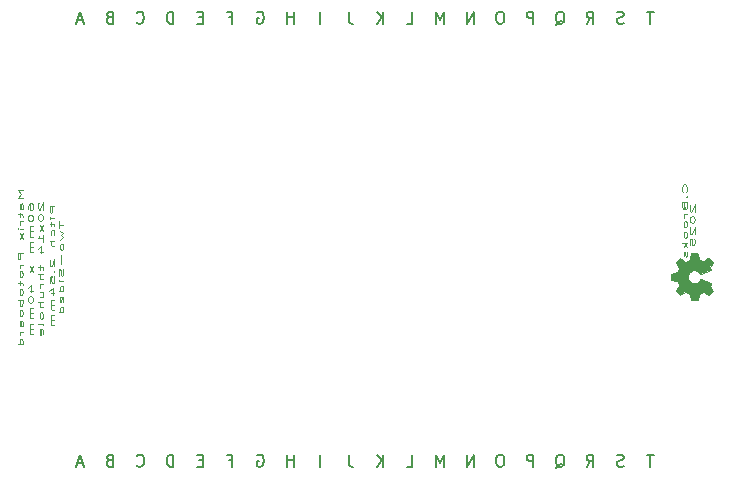
<source format=gbr>
G04 #@! TF.GenerationSoftware,KiCad,Pcbnew,9.0.1*
G04 #@! TF.CreationDate,2025-05-07T00:09:24-04:00*
G04 #@! TF.ProjectId,matrix-protoboard_14x20,6d617472-6978-42d7-9072-6f746f626f61,rev?*
G04 #@! TF.SameCoordinates,Original*
G04 #@! TF.FileFunction,Legend,Bot*
G04 #@! TF.FilePolarity,Positive*
%FSLAX46Y46*%
G04 Gerber Fmt 4.6, Leading zero omitted, Abs format (unit mm)*
G04 Created by KiCad (PCBNEW 9.0.1) date 2025-05-07 00:09:24*
%MOMM*%
%LPD*%
G01*
G04 APERTURE LIST*
%ADD10C,0.150000*%
%ADD11C,0.100000*%
%ADD12C,0.029494*%
G04 APERTURE END LIST*
D10*
X162405142Y-70124819D02*
X162405142Y-70839104D01*
X162405142Y-70839104D02*
X162452761Y-70981961D01*
X162452761Y-70981961D02*
X162547999Y-71077200D01*
X162547999Y-71077200D02*
X162690856Y-71124819D01*
X162690856Y-71124819D02*
X162786094Y-71124819D01*
X139936094Y-108349104D02*
X139459904Y-108349104D01*
X140031332Y-108634819D02*
X139697999Y-107634819D01*
X139697999Y-107634819D02*
X139364666Y-108634819D01*
X178049904Y-71124819D02*
X178049904Y-70124819D01*
X178049904Y-70124819D02*
X177668952Y-70124819D01*
X177668952Y-70124819D02*
X177573714Y-70172438D01*
X177573714Y-70172438D02*
X177526095Y-70220057D01*
X177526095Y-70220057D02*
X177478476Y-70315295D01*
X177478476Y-70315295D02*
X177478476Y-70458152D01*
X177478476Y-70458152D02*
X177526095Y-70553390D01*
X177526095Y-70553390D02*
X177573714Y-70601009D01*
X177573714Y-70601009D02*
X177668952Y-70648628D01*
X177668952Y-70648628D02*
X178049904Y-70648628D01*
X182558476Y-71124819D02*
X182891809Y-70648628D01*
X183129904Y-71124819D02*
X183129904Y-70124819D01*
X183129904Y-70124819D02*
X182748952Y-70124819D01*
X182748952Y-70124819D02*
X182653714Y-70172438D01*
X182653714Y-70172438D02*
X182606095Y-70220057D01*
X182606095Y-70220057D02*
X182558476Y-70315295D01*
X182558476Y-70315295D02*
X182558476Y-70458152D01*
X182558476Y-70458152D02*
X182606095Y-70553390D01*
X182606095Y-70553390D02*
X182653714Y-70601009D01*
X182653714Y-70601009D02*
X182748952Y-70648628D01*
X182748952Y-70648628D02*
X183129904Y-70648628D01*
X157753713Y-108634819D02*
X157753713Y-107634819D01*
X157753713Y-108111009D02*
X157182285Y-108111009D01*
X157182285Y-108634819D02*
X157182285Y-107634819D01*
X152245142Y-108111009D02*
X152578475Y-108111009D01*
X152578475Y-108634819D02*
X152578475Y-107634819D01*
X152578475Y-107634819D02*
X152102285Y-107634819D01*
D11*
X191019763Y-85366666D02*
X191038811Y-85319047D01*
X191038811Y-85319047D02*
X191057858Y-85176190D01*
X191057858Y-85176190D02*
X191057858Y-85080952D01*
X191057858Y-85080952D02*
X191038811Y-84938095D01*
X191038811Y-84938095D02*
X191000715Y-84842857D01*
X191000715Y-84842857D02*
X190962620Y-84795238D01*
X190962620Y-84795238D02*
X190886430Y-84747619D01*
X190886430Y-84747619D02*
X190829287Y-84747619D01*
X190829287Y-84747619D02*
X190753096Y-84795238D01*
X190753096Y-84795238D02*
X190715001Y-84842857D01*
X190715001Y-84842857D02*
X190676906Y-84938095D01*
X190676906Y-84938095D02*
X190657858Y-85080952D01*
X190657858Y-85080952D02*
X190657858Y-85176190D01*
X190657858Y-85176190D02*
X190676906Y-85319047D01*
X190676906Y-85319047D02*
X190695953Y-85366666D01*
X191019763Y-85795238D02*
X191038811Y-85842857D01*
X191038811Y-85842857D02*
X191057858Y-85795238D01*
X191057858Y-85795238D02*
X191038811Y-85747619D01*
X191038811Y-85747619D02*
X191019763Y-85795238D01*
X191019763Y-85795238D02*
X191057858Y-85795238D01*
X190848334Y-86604761D02*
X190867382Y-86747618D01*
X190867382Y-86747618D02*
X190886430Y-86795237D01*
X190886430Y-86795237D02*
X190924525Y-86842856D01*
X190924525Y-86842856D02*
X190981668Y-86842856D01*
X190981668Y-86842856D02*
X191019763Y-86795237D01*
X191019763Y-86795237D02*
X191038811Y-86747618D01*
X191038811Y-86747618D02*
X191057858Y-86652380D01*
X191057858Y-86652380D02*
X191057858Y-86271428D01*
X191057858Y-86271428D02*
X190657858Y-86271428D01*
X190657858Y-86271428D02*
X190657858Y-86604761D01*
X190657858Y-86604761D02*
X190676906Y-86699999D01*
X190676906Y-86699999D02*
X190695953Y-86747618D01*
X190695953Y-86747618D02*
X190734049Y-86795237D01*
X190734049Y-86795237D02*
X190772144Y-86795237D01*
X190772144Y-86795237D02*
X190810239Y-86747618D01*
X190810239Y-86747618D02*
X190829287Y-86699999D01*
X190829287Y-86699999D02*
X190848334Y-86604761D01*
X190848334Y-86604761D02*
X190848334Y-86271428D01*
X191057858Y-87271428D02*
X190791191Y-87271428D01*
X190867382Y-87271428D02*
X190829287Y-87319047D01*
X190829287Y-87319047D02*
X190810239Y-87366666D01*
X190810239Y-87366666D02*
X190791191Y-87461904D01*
X190791191Y-87461904D02*
X190791191Y-87557142D01*
X191057858Y-88033333D02*
X191038811Y-87938095D01*
X191038811Y-87938095D02*
X191019763Y-87890476D01*
X191019763Y-87890476D02*
X190981668Y-87842857D01*
X190981668Y-87842857D02*
X190867382Y-87842857D01*
X190867382Y-87842857D02*
X190829287Y-87890476D01*
X190829287Y-87890476D02*
X190810239Y-87938095D01*
X190810239Y-87938095D02*
X190791191Y-88033333D01*
X190791191Y-88033333D02*
X190791191Y-88176190D01*
X190791191Y-88176190D02*
X190810239Y-88271428D01*
X190810239Y-88271428D02*
X190829287Y-88319047D01*
X190829287Y-88319047D02*
X190867382Y-88366666D01*
X190867382Y-88366666D02*
X190981668Y-88366666D01*
X190981668Y-88366666D02*
X191019763Y-88319047D01*
X191019763Y-88319047D02*
X191038811Y-88271428D01*
X191038811Y-88271428D02*
X191057858Y-88176190D01*
X191057858Y-88176190D02*
X191057858Y-88033333D01*
X191057858Y-88938095D02*
X191038811Y-88842857D01*
X191038811Y-88842857D02*
X191019763Y-88795238D01*
X191019763Y-88795238D02*
X190981668Y-88747619D01*
X190981668Y-88747619D02*
X190867382Y-88747619D01*
X190867382Y-88747619D02*
X190829287Y-88795238D01*
X190829287Y-88795238D02*
X190810239Y-88842857D01*
X190810239Y-88842857D02*
X190791191Y-88938095D01*
X190791191Y-88938095D02*
X190791191Y-89080952D01*
X190791191Y-89080952D02*
X190810239Y-89176190D01*
X190810239Y-89176190D02*
X190829287Y-89223809D01*
X190829287Y-89223809D02*
X190867382Y-89271428D01*
X190867382Y-89271428D02*
X190981668Y-89271428D01*
X190981668Y-89271428D02*
X191019763Y-89223809D01*
X191019763Y-89223809D02*
X191038811Y-89176190D01*
X191038811Y-89176190D02*
X191057858Y-89080952D01*
X191057858Y-89080952D02*
X191057858Y-88938095D01*
X191057858Y-89700000D02*
X190657858Y-89700000D01*
X190905477Y-89795238D02*
X191057858Y-90080952D01*
X190791191Y-90080952D02*
X190943572Y-89700000D01*
X191038811Y-90461905D02*
X191057858Y-90557143D01*
X191057858Y-90557143D02*
X191057858Y-90747619D01*
X191057858Y-90747619D02*
X191038811Y-90842857D01*
X191038811Y-90842857D02*
X191000715Y-90890476D01*
X191000715Y-90890476D02*
X190981668Y-90890476D01*
X190981668Y-90890476D02*
X190943572Y-90842857D01*
X190943572Y-90842857D02*
X190924525Y-90747619D01*
X190924525Y-90747619D02*
X190924525Y-90604762D01*
X190924525Y-90604762D02*
X190905477Y-90509524D01*
X190905477Y-90509524D02*
X190867382Y-90461905D01*
X190867382Y-90461905D02*
X190848334Y-90461905D01*
X190848334Y-90461905D02*
X190810239Y-90509524D01*
X190810239Y-90509524D02*
X190791191Y-90604762D01*
X190791191Y-90604762D02*
X190791191Y-90747619D01*
X190791191Y-90747619D02*
X190810239Y-90842857D01*
X191339931Y-86485714D02*
X191320884Y-86533333D01*
X191320884Y-86533333D02*
X191301836Y-86628571D01*
X191301836Y-86628571D02*
X191301836Y-86866666D01*
X191301836Y-86866666D02*
X191320884Y-86961904D01*
X191320884Y-86961904D02*
X191339931Y-87009523D01*
X191339931Y-87009523D02*
X191378027Y-87057142D01*
X191378027Y-87057142D02*
X191416122Y-87057142D01*
X191416122Y-87057142D02*
X191473265Y-87009523D01*
X191473265Y-87009523D02*
X191701836Y-86438095D01*
X191701836Y-86438095D02*
X191701836Y-87057142D01*
X191301836Y-87676190D02*
X191301836Y-87771428D01*
X191301836Y-87771428D02*
X191320884Y-87866666D01*
X191320884Y-87866666D02*
X191339931Y-87914285D01*
X191339931Y-87914285D02*
X191378027Y-87961904D01*
X191378027Y-87961904D02*
X191454217Y-88009523D01*
X191454217Y-88009523D02*
X191549455Y-88009523D01*
X191549455Y-88009523D02*
X191625646Y-87961904D01*
X191625646Y-87961904D02*
X191663741Y-87914285D01*
X191663741Y-87914285D02*
X191682789Y-87866666D01*
X191682789Y-87866666D02*
X191701836Y-87771428D01*
X191701836Y-87771428D02*
X191701836Y-87676190D01*
X191701836Y-87676190D02*
X191682789Y-87580952D01*
X191682789Y-87580952D02*
X191663741Y-87533333D01*
X191663741Y-87533333D02*
X191625646Y-87485714D01*
X191625646Y-87485714D02*
X191549455Y-87438095D01*
X191549455Y-87438095D02*
X191454217Y-87438095D01*
X191454217Y-87438095D02*
X191378027Y-87485714D01*
X191378027Y-87485714D02*
X191339931Y-87533333D01*
X191339931Y-87533333D02*
X191320884Y-87580952D01*
X191320884Y-87580952D02*
X191301836Y-87676190D01*
X191339931Y-88390476D02*
X191320884Y-88438095D01*
X191320884Y-88438095D02*
X191301836Y-88533333D01*
X191301836Y-88533333D02*
X191301836Y-88771428D01*
X191301836Y-88771428D02*
X191320884Y-88866666D01*
X191320884Y-88866666D02*
X191339931Y-88914285D01*
X191339931Y-88914285D02*
X191378027Y-88961904D01*
X191378027Y-88961904D02*
X191416122Y-88961904D01*
X191416122Y-88961904D02*
X191473265Y-88914285D01*
X191473265Y-88914285D02*
X191701836Y-88342857D01*
X191701836Y-88342857D02*
X191701836Y-88961904D01*
X191301836Y-89866666D02*
X191301836Y-89390476D01*
X191301836Y-89390476D02*
X191492312Y-89342857D01*
X191492312Y-89342857D02*
X191473265Y-89390476D01*
X191473265Y-89390476D02*
X191454217Y-89485714D01*
X191454217Y-89485714D02*
X191454217Y-89723809D01*
X191454217Y-89723809D02*
X191473265Y-89819047D01*
X191473265Y-89819047D02*
X191492312Y-89866666D01*
X191492312Y-89866666D02*
X191530408Y-89914285D01*
X191530408Y-89914285D02*
X191625646Y-89914285D01*
X191625646Y-89914285D02*
X191663741Y-89866666D01*
X191663741Y-89866666D02*
X191682789Y-89819047D01*
X191682789Y-89819047D02*
X191701836Y-89723809D01*
X191701836Y-89723809D02*
X191701836Y-89485714D01*
X191701836Y-89485714D02*
X191682789Y-89390476D01*
X191682789Y-89390476D02*
X191663741Y-89342857D01*
D10*
X179947047Y-71220057D02*
X180042285Y-71172438D01*
X180042285Y-71172438D02*
X180137523Y-71077200D01*
X180137523Y-71077200D02*
X180280380Y-70934342D01*
X180280380Y-70934342D02*
X180375618Y-70886723D01*
X180375618Y-70886723D02*
X180470856Y-70886723D01*
X180423237Y-71124819D02*
X180518475Y-71077200D01*
X180518475Y-71077200D02*
X180613713Y-70981961D01*
X180613713Y-70981961D02*
X180661332Y-70791485D01*
X180661332Y-70791485D02*
X180661332Y-70458152D01*
X180661332Y-70458152D02*
X180613713Y-70267676D01*
X180613713Y-70267676D02*
X180518475Y-70172438D01*
X180518475Y-70172438D02*
X180423237Y-70124819D01*
X180423237Y-70124819D02*
X180232761Y-70124819D01*
X180232761Y-70124819D02*
X180137523Y-70172438D01*
X180137523Y-70172438D02*
X180042285Y-70267676D01*
X180042285Y-70267676D02*
X179994666Y-70458152D01*
X179994666Y-70458152D02*
X179994666Y-70791485D01*
X179994666Y-70791485D02*
X180042285Y-70981961D01*
X180042285Y-70981961D02*
X180137523Y-71077200D01*
X180137523Y-71077200D02*
X180232761Y-71124819D01*
X180232761Y-71124819D02*
X180423237Y-71124819D01*
X188233713Y-70124819D02*
X187662285Y-70124819D01*
X187947999Y-71124819D02*
X187947999Y-70124819D01*
X144488476Y-108539580D02*
X144536095Y-108587200D01*
X144536095Y-108587200D02*
X144678952Y-108634819D01*
X144678952Y-108634819D02*
X144774190Y-108634819D01*
X144774190Y-108634819D02*
X144917047Y-108587200D01*
X144917047Y-108587200D02*
X145012285Y-108491961D01*
X145012285Y-108491961D02*
X145059904Y-108396723D01*
X145059904Y-108396723D02*
X145107523Y-108206247D01*
X145107523Y-108206247D02*
X145107523Y-108063390D01*
X145107523Y-108063390D02*
X145059904Y-107872914D01*
X145059904Y-107872914D02*
X145012285Y-107777676D01*
X145012285Y-107777676D02*
X144917047Y-107682438D01*
X144917047Y-107682438D02*
X144774190Y-107634819D01*
X144774190Y-107634819D02*
X144678952Y-107634819D01*
X144678952Y-107634819D02*
X144536095Y-107682438D01*
X144536095Y-107682438D02*
X144488476Y-107730057D01*
D11*
X137499847Y-86592381D02*
X137099847Y-86592381D01*
X137099847Y-86592381D02*
X137099847Y-86973333D01*
X137099847Y-86973333D02*
X137118895Y-87068571D01*
X137118895Y-87068571D02*
X137137942Y-87116190D01*
X137137942Y-87116190D02*
X137176038Y-87163809D01*
X137176038Y-87163809D02*
X137233180Y-87163809D01*
X137233180Y-87163809D02*
X137271276Y-87116190D01*
X137271276Y-87116190D02*
X137290323Y-87068571D01*
X137290323Y-87068571D02*
X137309371Y-86973333D01*
X137309371Y-86973333D02*
X137309371Y-86592381D01*
X137499847Y-87592381D02*
X137233180Y-87592381D01*
X137099847Y-87592381D02*
X137118895Y-87544762D01*
X137118895Y-87544762D02*
X137137942Y-87592381D01*
X137137942Y-87592381D02*
X137118895Y-87640000D01*
X137118895Y-87640000D02*
X137099847Y-87592381D01*
X137099847Y-87592381D02*
X137137942Y-87592381D01*
X137233180Y-87925714D02*
X137233180Y-88306666D01*
X137099847Y-88068571D02*
X137442704Y-88068571D01*
X137442704Y-88068571D02*
X137480800Y-88116190D01*
X137480800Y-88116190D02*
X137499847Y-88211428D01*
X137499847Y-88211428D02*
X137499847Y-88306666D01*
X137480800Y-89068571D02*
X137499847Y-88973333D01*
X137499847Y-88973333D02*
X137499847Y-88782857D01*
X137499847Y-88782857D02*
X137480800Y-88687619D01*
X137480800Y-88687619D02*
X137461752Y-88640000D01*
X137461752Y-88640000D02*
X137423657Y-88592381D01*
X137423657Y-88592381D02*
X137309371Y-88592381D01*
X137309371Y-88592381D02*
X137271276Y-88640000D01*
X137271276Y-88640000D02*
X137252228Y-88687619D01*
X137252228Y-88687619D02*
X137233180Y-88782857D01*
X137233180Y-88782857D02*
X137233180Y-88973333D01*
X137233180Y-88973333D02*
X137252228Y-89068571D01*
X137499847Y-89497143D02*
X137099847Y-89497143D01*
X137499847Y-89925714D02*
X137290323Y-89925714D01*
X137290323Y-89925714D02*
X137252228Y-89878095D01*
X137252228Y-89878095D02*
X137233180Y-89782857D01*
X137233180Y-89782857D02*
X137233180Y-89640000D01*
X137233180Y-89640000D02*
X137252228Y-89544762D01*
X137252228Y-89544762D02*
X137271276Y-89497143D01*
X137137942Y-91116191D02*
X137118895Y-91163810D01*
X137118895Y-91163810D02*
X137099847Y-91259048D01*
X137099847Y-91259048D02*
X137099847Y-91497143D01*
X137099847Y-91497143D02*
X137118895Y-91592381D01*
X137118895Y-91592381D02*
X137137942Y-91640000D01*
X137137942Y-91640000D02*
X137176038Y-91687619D01*
X137176038Y-91687619D02*
X137214133Y-91687619D01*
X137214133Y-91687619D02*
X137271276Y-91640000D01*
X137271276Y-91640000D02*
X137499847Y-91068572D01*
X137499847Y-91068572D02*
X137499847Y-91687619D01*
X137461752Y-92116191D02*
X137480800Y-92163810D01*
X137480800Y-92163810D02*
X137499847Y-92116191D01*
X137499847Y-92116191D02*
X137480800Y-92068572D01*
X137480800Y-92068572D02*
X137461752Y-92116191D01*
X137461752Y-92116191D02*
X137499847Y-92116191D01*
X137099847Y-93068571D02*
X137099847Y-92592381D01*
X137099847Y-92592381D02*
X137290323Y-92544762D01*
X137290323Y-92544762D02*
X137271276Y-92592381D01*
X137271276Y-92592381D02*
X137252228Y-92687619D01*
X137252228Y-92687619D02*
X137252228Y-92925714D01*
X137252228Y-92925714D02*
X137271276Y-93020952D01*
X137271276Y-93020952D02*
X137290323Y-93068571D01*
X137290323Y-93068571D02*
X137328419Y-93116190D01*
X137328419Y-93116190D02*
X137423657Y-93116190D01*
X137423657Y-93116190D02*
X137461752Y-93068571D01*
X137461752Y-93068571D02*
X137480800Y-93020952D01*
X137480800Y-93020952D02*
X137499847Y-92925714D01*
X137499847Y-92925714D02*
X137499847Y-92687619D01*
X137499847Y-92687619D02*
X137480800Y-92592381D01*
X137480800Y-92592381D02*
X137461752Y-92544762D01*
X137233180Y-93973333D02*
X137499847Y-93973333D01*
X137080800Y-93735238D02*
X137366514Y-93497143D01*
X137366514Y-93497143D02*
X137366514Y-94116190D01*
X137499847Y-94497143D02*
X137233180Y-94497143D01*
X137271276Y-94497143D02*
X137252228Y-94544762D01*
X137252228Y-94544762D02*
X137233180Y-94640000D01*
X137233180Y-94640000D02*
X137233180Y-94782857D01*
X137233180Y-94782857D02*
X137252228Y-94878095D01*
X137252228Y-94878095D02*
X137290323Y-94925714D01*
X137290323Y-94925714D02*
X137499847Y-94925714D01*
X137290323Y-94925714D02*
X137252228Y-94973333D01*
X137252228Y-94973333D02*
X137233180Y-95068571D01*
X137233180Y-95068571D02*
X137233180Y-95211428D01*
X137233180Y-95211428D02*
X137252228Y-95306667D01*
X137252228Y-95306667D02*
X137290323Y-95354286D01*
X137290323Y-95354286D02*
X137499847Y-95354286D01*
X137499847Y-95830476D02*
X137233180Y-95830476D01*
X137271276Y-95830476D02*
X137252228Y-95878095D01*
X137252228Y-95878095D02*
X137233180Y-95973333D01*
X137233180Y-95973333D02*
X137233180Y-96116190D01*
X137233180Y-96116190D02*
X137252228Y-96211428D01*
X137252228Y-96211428D02*
X137290323Y-96259047D01*
X137290323Y-96259047D02*
X137499847Y-96259047D01*
X137290323Y-96259047D02*
X137252228Y-96306666D01*
X137252228Y-96306666D02*
X137233180Y-96401904D01*
X137233180Y-96401904D02*
X137233180Y-96544761D01*
X137233180Y-96544761D02*
X137252228Y-96640000D01*
X137252228Y-96640000D02*
X137290323Y-96687619D01*
X137290323Y-96687619D02*
X137499847Y-96687619D01*
D10*
X142156571Y-70601009D02*
X142013714Y-70648628D01*
X142013714Y-70648628D02*
X141966095Y-70696247D01*
X141966095Y-70696247D02*
X141918476Y-70791485D01*
X141918476Y-70791485D02*
X141918476Y-70934342D01*
X141918476Y-70934342D02*
X141966095Y-71029580D01*
X141966095Y-71029580D02*
X142013714Y-71077200D01*
X142013714Y-71077200D02*
X142108952Y-71124819D01*
X142108952Y-71124819D02*
X142489904Y-71124819D01*
X142489904Y-71124819D02*
X142489904Y-70124819D01*
X142489904Y-70124819D02*
X142156571Y-70124819D01*
X142156571Y-70124819D02*
X142061333Y-70172438D01*
X142061333Y-70172438D02*
X142013714Y-70220057D01*
X142013714Y-70220057D02*
X141966095Y-70315295D01*
X141966095Y-70315295D02*
X141966095Y-70410533D01*
X141966095Y-70410533D02*
X142013714Y-70505771D01*
X142013714Y-70505771D02*
X142061333Y-70553390D01*
X142061333Y-70553390D02*
X142156571Y-70601009D01*
X142156571Y-70601009D02*
X142489904Y-70601009D01*
X175343237Y-70124819D02*
X175152761Y-70124819D01*
X175152761Y-70124819D02*
X175057523Y-70172438D01*
X175057523Y-70172438D02*
X174962285Y-70267676D01*
X174962285Y-70267676D02*
X174914666Y-70458152D01*
X174914666Y-70458152D02*
X174914666Y-70791485D01*
X174914666Y-70791485D02*
X174962285Y-70981961D01*
X174962285Y-70981961D02*
X175057523Y-71077200D01*
X175057523Y-71077200D02*
X175152761Y-71124819D01*
X175152761Y-71124819D02*
X175343237Y-71124819D01*
X175343237Y-71124819D02*
X175438475Y-71077200D01*
X175438475Y-71077200D02*
X175533713Y-70981961D01*
X175533713Y-70981961D02*
X175581332Y-70791485D01*
X175581332Y-70791485D02*
X175581332Y-70458152D01*
X175581332Y-70458152D02*
X175533713Y-70267676D01*
X175533713Y-70267676D02*
X175438475Y-70172438D01*
X175438475Y-70172438D02*
X175343237Y-70124819D01*
D11*
X135279847Y-86828571D02*
X135279847Y-86638095D01*
X135279847Y-86638095D02*
X135298895Y-86542857D01*
X135298895Y-86542857D02*
X135317942Y-86495238D01*
X135317942Y-86495238D02*
X135375085Y-86400000D01*
X135375085Y-86400000D02*
X135451276Y-86352381D01*
X135451276Y-86352381D02*
X135603657Y-86352381D01*
X135603657Y-86352381D02*
X135641752Y-86400000D01*
X135641752Y-86400000D02*
X135660800Y-86447619D01*
X135660800Y-86447619D02*
X135679847Y-86542857D01*
X135679847Y-86542857D02*
X135679847Y-86733333D01*
X135679847Y-86733333D02*
X135660800Y-86828571D01*
X135660800Y-86828571D02*
X135641752Y-86876190D01*
X135641752Y-86876190D02*
X135603657Y-86923809D01*
X135603657Y-86923809D02*
X135508419Y-86923809D01*
X135508419Y-86923809D02*
X135470323Y-86876190D01*
X135470323Y-86876190D02*
X135451276Y-86828571D01*
X135451276Y-86828571D02*
X135432228Y-86733333D01*
X135432228Y-86733333D02*
X135432228Y-86542857D01*
X135432228Y-86542857D02*
X135451276Y-86447619D01*
X135451276Y-86447619D02*
X135470323Y-86400000D01*
X135470323Y-86400000D02*
X135508419Y-86352381D01*
X135279847Y-87542857D02*
X135279847Y-87638095D01*
X135279847Y-87638095D02*
X135298895Y-87733333D01*
X135298895Y-87733333D02*
X135317942Y-87780952D01*
X135317942Y-87780952D02*
X135356038Y-87828571D01*
X135356038Y-87828571D02*
X135432228Y-87876190D01*
X135432228Y-87876190D02*
X135527466Y-87876190D01*
X135527466Y-87876190D02*
X135603657Y-87828571D01*
X135603657Y-87828571D02*
X135641752Y-87780952D01*
X135641752Y-87780952D02*
X135660800Y-87733333D01*
X135660800Y-87733333D02*
X135679847Y-87638095D01*
X135679847Y-87638095D02*
X135679847Y-87542857D01*
X135679847Y-87542857D02*
X135660800Y-87447619D01*
X135660800Y-87447619D02*
X135641752Y-87400000D01*
X135641752Y-87400000D02*
X135603657Y-87352381D01*
X135603657Y-87352381D02*
X135527466Y-87304762D01*
X135527466Y-87304762D02*
X135432228Y-87304762D01*
X135432228Y-87304762D02*
X135356038Y-87352381D01*
X135356038Y-87352381D02*
X135317942Y-87400000D01*
X135317942Y-87400000D02*
X135298895Y-87447619D01*
X135298895Y-87447619D02*
X135279847Y-87542857D01*
X135679847Y-88304762D02*
X135413180Y-88304762D01*
X135451276Y-88304762D02*
X135432228Y-88352381D01*
X135432228Y-88352381D02*
X135413180Y-88447619D01*
X135413180Y-88447619D02*
X135413180Y-88590476D01*
X135413180Y-88590476D02*
X135432228Y-88685714D01*
X135432228Y-88685714D02*
X135470323Y-88733333D01*
X135470323Y-88733333D02*
X135679847Y-88733333D01*
X135470323Y-88733333D02*
X135432228Y-88780952D01*
X135432228Y-88780952D02*
X135413180Y-88876190D01*
X135413180Y-88876190D02*
X135413180Y-89019047D01*
X135413180Y-89019047D02*
X135432228Y-89114286D01*
X135432228Y-89114286D02*
X135470323Y-89161905D01*
X135470323Y-89161905D02*
X135679847Y-89161905D01*
X135679847Y-89638095D02*
X135413180Y-89638095D01*
X135451276Y-89638095D02*
X135432228Y-89685714D01*
X135432228Y-89685714D02*
X135413180Y-89780952D01*
X135413180Y-89780952D02*
X135413180Y-89923809D01*
X135413180Y-89923809D02*
X135432228Y-90019047D01*
X135432228Y-90019047D02*
X135470323Y-90066666D01*
X135470323Y-90066666D02*
X135679847Y-90066666D01*
X135470323Y-90066666D02*
X135432228Y-90114285D01*
X135432228Y-90114285D02*
X135413180Y-90209523D01*
X135413180Y-90209523D02*
X135413180Y-90352380D01*
X135413180Y-90352380D02*
X135432228Y-90447619D01*
X135432228Y-90447619D02*
X135470323Y-90495238D01*
X135470323Y-90495238D02*
X135679847Y-90495238D01*
X135679847Y-91638095D02*
X135413180Y-92161904D01*
X135413180Y-91638095D02*
X135679847Y-92161904D01*
X135413180Y-93733333D02*
X135679847Y-93733333D01*
X135260800Y-93495238D02*
X135546514Y-93257143D01*
X135546514Y-93257143D02*
X135546514Y-93876190D01*
X135279847Y-94447619D02*
X135279847Y-94542857D01*
X135279847Y-94542857D02*
X135298895Y-94638095D01*
X135298895Y-94638095D02*
X135317942Y-94685714D01*
X135317942Y-94685714D02*
X135356038Y-94733333D01*
X135356038Y-94733333D02*
X135432228Y-94780952D01*
X135432228Y-94780952D02*
X135527466Y-94780952D01*
X135527466Y-94780952D02*
X135603657Y-94733333D01*
X135603657Y-94733333D02*
X135641752Y-94685714D01*
X135641752Y-94685714D02*
X135660800Y-94638095D01*
X135660800Y-94638095D02*
X135679847Y-94542857D01*
X135679847Y-94542857D02*
X135679847Y-94447619D01*
X135679847Y-94447619D02*
X135660800Y-94352381D01*
X135660800Y-94352381D02*
X135641752Y-94304762D01*
X135641752Y-94304762D02*
X135603657Y-94257143D01*
X135603657Y-94257143D02*
X135527466Y-94209524D01*
X135527466Y-94209524D02*
X135432228Y-94209524D01*
X135432228Y-94209524D02*
X135356038Y-94257143D01*
X135356038Y-94257143D02*
X135317942Y-94304762D01*
X135317942Y-94304762D02*
X135298895Y-94352381D01*
X135298895Y-94352381D02*
X135279847Y-94447619D01*
X135679847Y-95209524D02*
X135413180Y-95209524D01*
X135451276Y-95209524D02*
X135432228Y-95257143D01*
X135432228Y-95257143D02*
X135413180Y-95352381D01*
X135413180Y-95352381D02*
X135413180Y-95495238D01*
X135413180Y-95495238D02*
X135432228Y-95590476D01*
X135432228Y-95590476D02*
X135470323Y-95638095D01*
X135470323Y-95638095D02*
X135679847Y-95638095D01*
X135470323Y-95638095D02*
X135432228Y-95685714D01*
X135432228Y-95685714D02*
X135413180Y-95780952D01*
X135413180Y-95780952D02*
X135413180Y-95923809D01*
X135413180Y-95923809D02*
X135432228Y-96019048D01*
X135432228Y-96019048D02*
X135470323Y-96066667D01*
X135470323Y-96066667D02*
X135679847Y-96066667D01*
X135679847Y-96542857D02*
X135413180Y-96542857D01*
X135451276Y-96542857D02*
X135432228Y-96590476D01*
X135432228Y-96590476D02*
X135413180Y-96685714D01*
X135413180Y-96685714D02*
X135413180Y-96828571D01*
X135413180Y-96828571D02*
X135432228Y-96923809D01*
X135432228Y-96923809D02*
X135470323Y-96971428D01*
X135470323Y-96971428D02*
X135679847Y-96971428D01*
X135470323Y-96971428D02*
X135432228Y-97019047D01*
X135432228Y-97019047D02*
X135413180Y-97114285D01*
X135413180Y-97114285D02*
X135413180Y-97257142D01*
X135413180Y-97257142D02*
X135432228Y-97352381D01*
X135432228Y-97352381D02*
X135470323Y-97400000D01*
X135470323Y-97400000D02*
X135679847Y-97400000D01*
D10*
X167318476Y-71124819D02*
X167794666Y-71124819D01*
X167794666Y-71124819D02*
X167794666Y-70124819D01*
X157753713Y-71124819D02*
X157753713Y-70124819D01*
X157753713Y-70601009D02*
X157182285Y-70601009D01*
X157182285Y-71124819D02*
X157182285Y-70124819D01*
X185693713Y-108587200D02*
X185550856Y-108634819D01*
X185550856Y-108634819D02*
X185312761Y-108634819D01*
X185312761Y-108634819D02*
X185217523Y-108587200D01*
X185217523Y-108587200D02*
X185169904Y-108539580D01*
X185169904Y-108539580D02*
X185122285Y-108444342D01*
X185122285Y-108444342D02*
X185122285Y-108349104D01*
X185122285Y-108349104D02*
X185169904Y-108253866D01*
X185169904Y-108253866D02*
X185217523Y-108206247D01*
X185217523Y-108206247D02*
X185312761Y-108158628D01*
X185312761Y-108158628D02*
X185503237Y-108111009D01*
X185503237Y-108111009D02*
X185598475Y-108063390D01*
X185598475Y-108063390D02*
X185646094Y-108015771D01*
X185646094Y-108015771D02*
X185693713Y-107920533D01*
X185693713Y-107920533D02*
X185693713Y-107825295D01*
X185693713Y-107825295D02*
X185646094Y-107730057D01*
X185646094Y-107730057D02*
X185598475Y-107682438D01*
X185598475Y-107682438D02*
X185503237Y-107634819D01*
X185503237Y-107634819D02*
X185265142Y-107634819D01*
X185265142Y-107634819D02*
X185122285Y-107682438D01*
X178049904Y-108634819D02*
X178049904Y-107634819D01*
X178049904Y-107634819D02*
X177668952Y-107634819D01*
X177668952Y-107634819D02*
X177573714Y-107682438D01*
X177573714Y-107682438D02*
X177526095Y-107730057D01*
X177526095Y-107730057D02*
X177478476Y-107825295D01*
X177478476Y-107825295D02*
X177478476Y-107968152D01*
X177478476Y-107968152D02*
X177526095Y-108063390D01*
X177526095Y-108063390D02*
X177573714Y-108111009D01*
X177573714Y-108111009D02*
X177668952Y-108158628D01*
X177668952Y-108158628D02*
X178049904Y-108158628D01*
X167318476Y-108634819D02*
X167794666Y-108634819D01*
X167794666Y-108634819D02*
X167794666Y-107634819D01*
X172993713Y-108634819D02*
X172993713Y-107634819D01*
X172993713Y-107634819D02*
X172422285Y-108634819D01*
X172422285Y-108634819D02*
X172422285Y-107634819D01*
X160007999Y-71124819D02*
X160007999Y-70124819D01*
X147569904Y-71124819D02*
X147569904Y-70124819D01*
X147569904Y-70124819D02*
X147331809Y-70124819D01*
X147331809Y-70124819D02*
X147188952Y-70172438D01*
X147188952Y-70172438D02*
X147093714Y-70267676D01*
X147093714Y-70267676D02*
X147046095Y-70362914D01*
X147046095Y-70362914D02*
X146998476Y-70553390D01*
X146998476Y-70553390D02*
X146998476Y-70696247D01*
X146998476Y-70696247D02*
X147046095Y-70886723D01*
X147046095Y-70886723D02*
X147093714Y-70981961D01*
X147093714Y-70981961D02*
X147188952Y-71077200D01*
X147188952Y-71077200D02*
X147331809Y-71124819D01*
X147331809Y-71124819D02*
X147569904Y-71124819D01*
X165349904Y-71124819D02*
X165349904Y-70124819D01*
X164778476Y-71124819D02*
X165207047Y-70553390D01*
X164778476Y-70124819D02*
X165349904Y-70696247D01*
X170501332Y-108634819D02*
X170501332Y-107634819D01*
X170501332Y-107634819D02*
X170167999Y-108349104D01*
X170167999Y-108349104D02*
X169834666Y-107634819D01*
X169834666Y-107634819D02*
X169834666Y-108634819D01*
X144458476Y-71029580D02*
X144506095Y-71077200D01*
X144506095Y-71077200D02*
X144648952Y-71124819D01*
X144648952Y-71124819D02*
X144744190Y-71124819D01*
X144744190Y-71124819D02*
X144887047Y-71077200D01*
X144887047Y-71077200D02*
X144982285Y-70981961D01*
X144982285Y-70981961D02*
X145029904Y-70886723D01*
X145029904Y-70886723D02*
X145077523Y-70696247D01*
X145077523Y-70696247D02*
X145077523Y-70553390D01*
X145077523Y-70553390D02*
X145029904Y-70362914D01*
X145029904Y-70362914D02*
X144982285Y-70267676D01*
X144982285Y-70267676D02*
X144887047Y-70172438D01*
X144887047Y-70172438D02*
X144744190Y-70124819D01*
X144744190Y-70124819D02*
X144648952Y-70124819D01*
X144648952Y-70124819D02*
X144506095Y-70172438D01*
X144506095Y-70172438D02*
X144458476Y-70220057D01*
X182558476Y-108634819D02*
X182891809Y-108158628D01*
X183129904Y-108634819D02*
X183129904Y-107634819D01*
X183129904Y-107634819D02*
X182748952Y-107634819D01*
X182748952Y-107634819D02*
X182653714Y-107682438D01*
X182653714Y-107682438D02*
X182606095Y-107730057D01*
X182606095Y-107730057D02*
X182558476Y-107825295D01*
X182558476Y-107825295D02*
X182558476Y-107968152D01*
X182558476Y-107968152D02*
X182606095Y-108063390D01*
X182606095Y-108063390D02*
X182653714Y-108111009D01*
X182653714Y-108111009D02*
X182748952Y-108158628D01*
X182748952Y-108158628D02*
X183129904Y-108158628D01*
X154666095Y-70172438D02*
X154761333Y-70124819D01*
X154761333Y-70124819D02*
X154904190Y-70124819D01*
X154904190Y-70124819D02*
X155047047Y-70172438D01*
X155047047Y-70172438D02*
X155142285Y-70267676D01*
X155142285Y-70267676D02*
X155189904Y-70362914D01*
X155189904Y-70362914D02*
X155237523Y-70553390D01*
X155237523Y-70553390D02*
X155237523Y-70696247D01*
X155237523Y-70696247D02*
X155189904Y-70886723D01*
X155189904Y-70886723D02*
X155142285Y-70981961D01*
X155142285Y-70981961D02*
X155047047Y-71077200D01*
X155047047Y-71077200D02*
X154904190Y-71124819D01*
X154904190Y-71124819D02*
X154808952Y-71124819D01*
X154808952Y-71124819D02*
X154666095Y-71077200D01*
X154666095Y-71077200D02*
X154618476Y-71029580D01*
X154618476Y-71029580D02*
X154618476Y-70696247D01*
X154618476Y-70696247D02*
X154808952Y-70696247D01*
X150062285Y-108111009D02*
X149728952Y-108111009D01*
X149586095Y-108634819D02*
X150062285Y-108634819D01*
X150062285Y-108634819D02*
X150062285Y-107634819D01*
X150062285Y-107634819D02*
X149586095Y-107634819D01*
X172993713Y-71124819D02*
X172993713Y-70124819D01*
X172993713Y-70124819D02*
X172422285Y-71124819D01*
X172422285Y-71124819D02*
X172422285Y-70124819D01*
X185693713Y-71077200D02*
X185550856Y-71124819D01*
X185550856Y-71124819D02*
X185312761Y-71124819D01*
X185312761Y-71124819D02*
X185217523Y-71077200D01*
X185217523Y-71077200D02*
X185169904Y-71029580D01*
X185169904Y-71029580D02*
X185122285Y-70934342D01*
X185122285Y-70934342D02*
X185122285Y-70839104D01*
X185122285Y-70839104D02*
X185169904Y-70743866D01*
X185169904Y-70743866D02*
X185217523Y-70696247D01*
X185217523Y-70696247D02*
X185312761Y-70648628D01*
X185312761Y-70648628D02*
X185503237Y-70601009D01*
X185503237Y-70601009D02*
X185598475Y-70553390D01*
X185598475Y-70553390D02*
X185646094Y-70505771D01*
X185646094Y-70505771D02*
X185693713Y-70410533D01*
X185693713Y-70410533D02*
X185693713Y-70315295D01*
X185693713Y-70315295D02*
X185646094Y-70220057D01*
X185646094Y-70220057D02*
X185598475Y-70172438D01*
X185598475Y-70172438D02*
X185503237Y-70124819D01*
X185503237Y-70124819D02*
X185265142Y-70124819D01*
X185265142Y-70124819D02*
X185122285Y-70172438D01*
X170501332Y-71124819D02*
X170501332Y-70124819D01*
X170501332Y-70124819D02*
X170167999Y-70839104D01*
X170167999Y-70839104D02*
X169834666Y-70124819D01*
X169834666Y-70124819D02*
X169834666Y-71124819D01*
X160007999Y-108634819D02*
X160007999Y-107634819D01*
X147569904Y-108634819D02*
X147569904Y-107634819D01*
X147569904Y-107634819D02*
X147331809Y-107634819D01*
X147331809Y-107634819D02*
X147188952Y-107682438D01*
X147188952Y-107682438D02*
X147093714Y-107777676D01*
X147093714Y-107777676D02*
X147046095Y-107872914D01*
X147046095Y-107872914D02*
X146998476Y-108063390D01*
X146998476Y-108063390D02*
X146998476Y-108206247D01*
X146998476Y-108206247D02*
X147046095Y-108396723D01*
X147046095Y-108396723D02*
X147093714Y-108491961D01*
X147093714Y-108491961D02*
X147188952Y-108587200D01*
X147188952Y-108587200D02*
X147331809Y-108634819D01*
X147331809Y-108634819D02*
X147569904Y-108634819D01*
X165359904Y-108634819D02*
X165359904Y-107634819D01*
X164788476Y-108634819D02*
X165217047Y-108063390D01*
X164788476Y-107634819D02*
X165359904Y-108206247D01*
X154666095Y-107682438D02*
X154761333Y-107634819D01*
X154761333Y-107634819D02*
X154904190Y-107634819D01*
X154904190Y-107634819D02*
X155047047Y-107682438D01*
X155047047Y-107682438D02*
X155142285Y-107777676D01*
X155142285Y-107777676D02*
X155189904Y-107872914D01*
X155189904Y-107872914D02*
X155237523Y-108063390D01*
X155237523Y-108063390D02*
X155237523Y-108206247D01*
X155237523Y-108206247D02*
X155189904Y-108396723D01*
X155189904Y-108396723D02*
X155142285Y-108491961D01*
X155142285Y-108491961D02*
X155047047Y-108587200D01*
X155047047Y-108587200D02*
X154904190Y-108634819D01*
X154904190Y-108634819D02*
X154808952Y-108634819D01*
X154808952Y-108634819D02*
X154666095Y-108587200D01*
X154666095Y-108587200D02*
X154618476Y-108539580D01*
X154618476Y-108539580D02*
X154618476Y-108206247D01*
X154618476Y-108206247D02*
X154808952Y-108206247D01*
X152245142Y-70601009D02*
X152578475Y-70601009D01*
X152578475Y-71124819D02*
X152578475Y-70124819D01*
X152578475Y-70124819D02*
X152102285Y-70124819D01*
X179947047Y-108730057D02*
X180042285Y-108682438D01*
X180042285Y-108682438D02*
X180137523Y-108587200D01*
X180137523Y-108587200D02*
X180280380Y-108444342D01*
X180280380Y-108444342D02*
X180375618Y-108396723D01*
X180375618Y-108396723D02*
X180470856Y-108396723D01*
X180423237Y-108634819D02*
X180518475Y-108587200D01*
X180518475Y-108587200D02*
X180613713Y-108491961D01*
X180613713Y-108491961D02*
X180661332Y-108301485D01*
X180661332Y-108301485D02*
X180661332Y-107968152D01*
X180661332Y-107968152D02*
X180613713Y-107777676D01*
X180613713Y-107777676D02*
X180518475Y-107682438D01*
X180518475Y-107682438D02*
X180423237Y-107634819D01*
X180423237Y-107634819D02*
X180232761Y-107634819D01*
X180232761Y-107634819D02*
X180137523Y-107682438D01*
X180137523Y-107682438D02*
X180042285Y-107777676D01*
X180042285Y-107777676D02*
X179994666Y-107968152D01*
X179994666Y-107968152D02*
X179994666Y-108301485D01*
X179994666Y-108301485D02*
X180042285Y-108491961D01*
X180042285Y-108491961D02*
X180137523Y-108587200D01*
X180137523Y-108587200D02*
X180232761Y-108634819D01*
X180232761Y-108634819D02*
X180423237Y-108634819D01*
X139926094Y-70839104D02*
X139449904Y-70839104D01*
X140021332Y-71124819D02*
X139687999Y-70124819D01*
X139687999Y-70124819D02*
X139354666Y-71124819D01*
X162405142Y-107634819D02*
X162405142Y-108349104D01*
X162405142Y-108349104D02*
X162452761Y-108491961D01*
X162452761Y-108491961D02*
X162547999Y-108587200D01*
X162547999Y-108587200D02*
X162690856Y-108634819D01*
X162690856Y-108634819D02*
X162786094Y-108634819D01*
D11*
X137849847Y-87861429D02*
X137849847Y-88432857D01*
X138249847Y-88147143D02*
X137849847Y-88147143D01*
X137983180Y-88670953D02*
X138249847Y-88861429D01*
X138249847Y-88861429D02*
X138059371Y-89051905D01*
X138059371Y-89051905D02*
X138249847Y-89242381D01*
X138249847Y-89242381D02*
X137983180Y-89432857D01*
X138249847Y-89956667D02*
X138230800Y-89861429D01*
X138230800Y-89861429D02*
X138211752Y-89813810D01*
X138211752Y-89813810D02*
X138173657Y-89766191D01*
X138173657Y-89766191D02*
X138059371Y-89766191D01*
X138059371Y-89766191D02*
X138021276Y-89813810D01*
X138021276Y-89813810D02*
X138002228Y-89861429D01*
X138002228Y-89861429D02*
X137983180Y-89956667D01*
X137983180Y-89956667D02*
X137983180Y-90099524D01*
X137983180Y-90099524D02*
X138002228Y-90194762D01*
X138002228Y-90194762D02*
X138021276Y-90242381D01*
X138021276Y-90242381D02*
X138059371Y-90290000D01*
X138059371Y-90290000D02*
X138173657Y-90290000D01*
X138173657Y-90290000D02*
X138211752Y-90242381D01*
X138211752Y-90242381D02*
X138230800Y-90194762D01*
X138230800Y-90194762D02*
X138249847Y-90099524D01*
X138249847Y-90099524D02*
X138249847Y-89956667D01*
X138097466Y-90718572D02*
X138097466Y-91480477D01*
X138230800Y-91909048D02*
X138249847Y-92051905D01*
X138249847Y-92051905D02*
X138249847Y-92290000D01*
X138249847Y-92290000D02*
X138230800Y-92385238D01*
X138230800Y-92385238D02*
X138211752Y-92432857D01*
X138211752Y-92432857D02*
X138173657Y-92480476D01*
X138173657Y-92480476D02*
X138135561Y-92480476D01*
X138135561Y-92480476D02*
X138097466Y-92432857D01*
X138097466Y-92432857D02*
X138078419Y-92385238D01*
X138078419Y-92385238D02*
X138059371Y-92290000D01*
X138059371Y-92290000D02*
X138040323Y-92099524D01*
X138040323Y-92099524D02*
X138021276Y-92004286D01*
X138021276Y-92004286D02*
X138002228Y-91956667D01*
X138002228Y-91956667D02*
X137964133Y-91909048D01*
X137964133Y-91909048D02*
X137926038Y-91909048D01*
X137926038Y-91909048D02*
X137887942Y-91956667D01*
X137887942Y-91956667D02*
X137868895Y-92004286D01*
X137868895Y-92004286D02*
X137849847Y-92099524D01*
X137849847Y-92099524D02*
X137849847Y-92337619D01*
X137849847Y-92337619D02*
X137868895Y-92480476D01*
X138249847Y-92909048D02*
X137983180Y-92909048D01*
X137849847Y-92909048D02*
X137868895Y-92861429D01*
X137868895Y-92861429D02*
X137887942Y-92909048D01*
X137887942Y-92909048D02*
X137868895Y-92956667D01*
X137868895Y-92956667D02*
X137849847Y-92909048D01*
X137849847Y-92909048D02*
X137887942Y-92909048D01*
X138249847Y-93813809D02*
X137849847Y-93813809D01*
X138230800Y-93813809D02*
X138249847Y-93718571D01*
X138249847Y-93718571D02*
X138249847Y-93528095D01*
X138249847Y-93528095D02*
X138230800Y-93432857D01*
X138230800Y-93432857D02*
X138211752Y-93385238D01*
X138211752Y-93385238D02*
X138173657Y-93337619D01*
X138173657Y-93337619D02*
X138059371Y-93337619D01*
X138059371Y-93337619D02*
X138021276Y-93385238D01*
X138021276Y-93385238D02*
X138002228Y-93432857D01*
X138002228Y-93432857D02*
X137983180Y-93528095D01*
X137983180Y-93528095D02*
X137983180Y-93718571D01*
X137983180Y-93718571D02*
X138002228Y-93813809D01*
X138230800Y-94670952D02*
X138249847Y-94575714D01*
X138249847Y-94575714D02*
X138249847Y-94385238D01*
X138249847Y-94385238D02*
X138230800Y-94290000D01*
X138230800Y-94290000D02*
X138192704Y-94242381D01*
X138192704Y-94242381D02*
X138040323Y-94242381D01*
X138040323Y-94242381D02*
X138002228Y-94290000D01*
X138002228Y-94290000D02*
X137983180Y-94385238D01*
X137983180Y-94385238D02*
X137983180Y-94575714D01*
X137983180Y-94575714D02*
X138002228Y-94670952D01*
X138002228Y-94670952D02*
X138040323Y-94718571D01*
X138040323Y-94718571D02*
X138078419Y-94718571D01*
X138078419Y-94718571D02*
X138116514Y-94242381D01*
X138249847Y-95575714D02*
X137849847Y-95575714D01*
X138230800Y-95575714D02*
X138249847Y-95480476D01*
X138249847Y-95480476D02*
X138249847Y-95290000D01*
X138249847Y-95290000D02*
X138230800Y-95194762D01*
X138230800Y-95194762D02*
X138211752Y-95147143D01*
X138211752Y-95147143D02*
X138173657Y-95099524D01*
X138173657Y-95099524D02*
X138059371Y-95099524D01*
X138059371Y-95099524D02*
X138021276Y-95147143D01*
X138021276Y-95147143D02*
X138002228Y-95194762D01*
X138002228Y-95194762D02*
X137983180Y-95290000D01*
X137983180Y-95290000D02*
X137983180Y-95480476D01*
X137983180Y-95480476D02*
X138002228Y-95575714D01*
D10*
X142156571Y-108111009D02*
X142013714Y-108158628D01*
X142013714Y-108158628D02*
X141966095Y-108206247D01*
X141966095Y-108206247D02*
X141918476Y-108301485D01*
X141918476Y-108301485D02*
X141918476Y-108444342D01*
X141918476Y-108444342D02*
X141966095Y-108539580D01*
X141966095Y-108539580D02*
X142013714Y-108587200D01*
X142013714Y-108587200D02*
X142108952Y-108634819D01*
X142108952Y-108634819D02*
X142489904Y-108634819D01*
X142489904Y-108634819D02*
X142489904Y-107634819D01*
X142489904Y-107634819D02*
X142156571Y-107634819D01*
X142156571Y-107634819D02*
X142061333Y-107682438D01*
X142061333Y-107682438D02*
X142013714Y-107730057D01*
X142013714Y-107730057D02*
X141966095Y-107825295D01*
X141966095Y-107825295D02*
X141966095Y-107920533D01*
X141966095Y-107920533D02*
X142013714Y-108015771D01*
X142013714Y-108015771D02*
X142061333Y-108063390D01*
X142061333Y-108063390D02*
X142156571Y-108111009D01*
X142156571Y-108111009D02*
X142489904Y-108111009D01*
D11*
X136167942Y-86304761D02*
X136148895Y-86352380D01*
X136148895Y-86352380D02*
X136129847Y-86447618D01*
X136129847Y-86447618D02*
X136129847Y-86685713D01*
X136129847Y-86685713D02*
X136148895Y-86780951D01*
X136148895Y-86780951D02*
X136167942Y-86828570D01*
X136167942Y-86828570D02*
X136206038Y-86876189D01*
X136206038Y-86876189D02*
X136244133Y-86876189D01*
X136244133Y-86876189D02*
X136301276Y-86828570D01*
X136301276Y-86828570D02*
X136529847Y-86257142D01*
X136529847Y-86257142D02*
X136529847Y-86876189D01*
X136129847Y-87495237D02*
X136129847Y-87590475D01*
X136129847Y-87590475D02*
X136148895Y-87685713D01*
X136148895Y-87685713D02*
X136167942Y-87733332D01*
X136167942Y-87733332D02*
X136206038Y-87780951D01*
X136206038Y-87780951D02*
X136282228Y-87828570D01*
X136282228Y-87828570D02*
X136377466Y-87828570D01*
X136377466Y-87828570D02*
X136453657Y-87780951D01*
X136453657Y-87780951D02*
X136491752Y-87733332D01*
X136491752Y-87733332D02*
X136510800Y-87685713D01*
X136510800Y-87685713D02*
X136529847Y-87590475D01*
X136529847Y-87590475D02*
X136529847Y-87495237D01*
X136529847Y-87495237D02*
X136510800Y-87399999D01*
X136510800Y-87399999D02*
X136491752Y-87352380D01*
X136491752Y-87352380D02*
X136453657Y-87304761D01*
X136453657Y-87304761D02*
X136377466Y-87257142D01*
X136377466Y-87257142D02*
X136282228Y-87257142D01*
X136282228Y-87257142D02*
X136206038Y-87304761D01*
X136206038Y-87304761D02*
X136167942Y-87352380D01*
X136167942Y-87352380D02*
X136148895Y-87399999D01*
X136148895Y-87399999D02*
X136129847Y-87495237D01*
X136529847Y-88161904D02*
X136263180Y-88685713D01*
X136263180Y-88161904D02*
X136529847Y-88685713D01*
X136529847Y-89590475D02*
X136529847Y-89019047D01*
X136529847Y-89304761D02*
X136129847Y-89304761D01*
X136129847Y-89304761D02*
X136186990Y-89209523D01*
X136186990Y-89209523D02*
X136225085Y-89114285D01*
X136225085Y-89114285D02*
X136244133Y-89019047D01*
X136263180Y-90447618D02*
X136529847Y-90447618D01*
X136110800Y-90209523D02*
X136396514Y-89971428D01*
X136396514Y-89971428D02*
X136396514Y-90590475D01*
X136263180Y-91590476D02*
X136263180Y-91971428D01*
X136129847Y-91733333D02*
X136472704Y-91733333D01*
X136472704Y-91733333D02*
X136510800Y-91780952D01*
X136510800Y-91780952D02*
X136529847Y-91876190D01*
X136529847Y-91876190D02*
X136529847Y-91971428D01*
X136529847Y-92304762D02*
X136129847Y-92304762D01*
X136529847Y-92733333D02*
X136320323Y-92733333D01*
X136320323Y-92733333D02*
X136282228Y-92685714D01*
X136282228Y-92685714D02*
X136263180Y-92590476D01*
X136263180Y-92590476D02*
X136263180Y-92447619D01*
X136263180Y-92447619D02*
X136282228Y-92352381D01*
X136282228Y-92352381D02*
X136301276Y-92304762D01*
X136529847Y-93209524D02*
X136263180Y-93209524D01*
X136339371Y-93209524D02*
X136301276Y-93257143D01*
X136301276Y-93257143D02*
X136282228Y-93304762D01*
X136282228Y-93304762D02*
X136263180Y-93400000D01*
X136263180Y-93400000D02*
X136263180Y-93495238D01*
X136263180Y-94257143D02*
X136529847Y-94257143D01*
X136263180Y-93828572D02*
X136472704Y-93828572D01*
X136472704Y-93828572D02*
X136510800Y-93876191D01*
X136510800Y-93876191D02*
X136529847Y-93971429D01*
X136529847Y-93971429D02*
X136529847Y-94114286D01*
X136529847Y-94114286D02*
X136510800Y-94209524D01*
X136510800Y-94209524D02*
X136491752Y-94257143D01*
X136529847Y-94733334D02*
X136129847Y-94733334D01*
X136529847Y-95161905D02*
X136320323Y-95161905D01*
X136320323Y-95161905D02*
X136282228Y-95114286D01*
X136282228Y-95114286D02*
X136263180Y-95019048D01*
X136263180Y-95019048D02*
X136263180Y-94876191D01*
X136263180Y-94876191D02*
X136282228Y-94780953D01*
X136282228Y-94780953D02*
X136301276Y-94733334D01*
X136529847Y-95780953D02*
X136510800Y-95685715D01*
X136510800Y-95685715D02*
X136491752Y-95638096D01*
X136491752Y-95638096D02*
X136453657Y-95590477D01*
X136453657Y-95590477D02*
X136339371Y-95590477D01*
X136339371Y-95590477D02*
X136301276Y-95638096D01*
X136301276Y-95638096D02*
X136282228Y-95685715D01*
X136282228Y-95685715D02*
X136263180Y-95780953D01*
X136263180Y-95780953D02*
X136263180Y-95923810D01*
X136263180Y-95923810D02*
X136282228Y-96019048D01*
X136282228Y-96019048D02*
X136301276Y-96066667D01*
X136301276Y-96066667D02*
X136339371Y-96114286D01*
X136339371Y-96114286D02*
X136453657Y-96114286D01*
X136453657Y-96114286D02*
X136491752Y-96066667D01*
X136491752Y-96066667D02*
X136510800Y-96019048D01*
X136510800Y-96019048D02*
X136529847Y-95923810D01*
X136529847Y-95923810D02*
X136529847Y-95780953D01*
X136529847Y-96685715D02*
X136510800Y-96590477D01*
X136510800Y-96590477D02*
X136472704Y-96542858D01*
X136472704Y-96542858D02*
X136129847Y-96542858D01*
X136510800Y-97447620D02*
X136529847Y-97352382D01*
X136529847Y-97352382D02*
X136529847Y-97161906D01*
X136529847Y-97161906D02*
X136510800Y-97066668D01*
X136510800Y-97066668D02*
X136472704Y-97019049D01*
X136472704Y-97019049D02*
X136320323Y-97019049D01*
X136320323Y-97019049D02*
X136282228Y-97066668D01*
X136282228Y-97066668D02*
X136263180Y-97161906D01*
X136263180Y-97161906D02*
X136263180Y-97352382D01*
X136263180Y-97352382D02*
X136282228Y-97447620D01*
X136282228Y-97447620D02*
X136320323Y-97495239D01*
X136320323Y-97495239D02*
X136358419Y-97495239D01*
X136358419Y-97495239D02*
X136396514Y-97019049D01*
X134819847Y-85246189D02*
X134419847Y-85246189D01*
X134419847Y-85246189D02*
X134705561Y-85579522D01*
X134705561Y-85579522D02*
X134419847Y-85912855D01*
X134419847Y-85912855D02*
X134819847Y-85912855D01*
X134819847Y-86817617D02*
X134610323Y-86817617D01*
X134610323Y-86817617D02*
X134572228Y-86769998D01*
X134572228Y-86769998D02*
X134553180Y-86674760D01*
X134553180Y-86674760D02*
X134553180Y-86484284D01*
X134553180Y-86484284D02*
X134572228Y-86389046D01*
X134800800Y-86817617D02*
X134819847Y-86722379D01*
X134819847Y-86722379D02*
X134819847Y-86484284D01*
X134819847Y-86484284D02*
X134800800Y-86389046D01*
X134800800Y-86389046D02*
X134762704Y-86341427D01*
X134762704Y-86341427D02*
X134724609Y-86341427D01*
X134724609Y-86341427D02*
X134686514Y-86389046D01*
X134686514Y-86389046D02*
X134667466Y-86484284D01*
X134667466Y-86484284D02*
X134667466Y-86722379D01*
X134667466Y-86722379D02*
X134648419Y-86817617D01*
X134553180Y-87150951D02*
X134553180Y-87531903D01*
X134419847Y-87293808D02*
X134762704Y-87293808D01*
X134762704Y-87293808D02*
X134800800Y-87341427D01*
X134800800Y-87341427D02*
X134819847Y-87436665D01*
X134819847Y-87436665D02*
X134819847Y-87531903D01*
X134819847Y-87865237D02*
X134553180Y-87865237D01*
X134629371Y-87865237D02*
X134591276Y-87912856D01*
X134591276Y-87912856D02*
X134572228Y-87960475D01*
X134572228Y-87960475D02*
X134553180Y-88055713D01*
X134553180Y-88055713D02*
X134553180Y-88150951D01*
X134819847Y-88484285D02*
X134553180Y-88484285D01*
X134419847Y-88484285D02*
X134438895Y-88436666D01*
X134438895Y-88436666D02*
X134457942Y-88484285D01*
X134457942Y-88484285D02*
X134438895Y-88531904D01*
X134438895Y-88531904D02*
X134419847Y-88484285D01*
X134419847Y-88484285D02*
X134457942Y-88484285D01*
X134819847Y-88865237D02*
X134553180Y-89389046D01*
X134553180Y-88865237D02*
X134819847Y-89389046D01*
X134819847Y-90531904D02*
X134419847Y-90531904D01*
X134419847Y-90531904D02*
X134419847Y-90912856D01*
X134419847Y-90912856D02*
X134438895Y-91008094D01*
X134438895Y-91008094D02*
X134457942Y-91055713D01*
X134457942Y-91055713D02*
X134496038Y-91103332D01*
X134496038Y-91103332D02*
X134553180Y-91103332D01*
X134553180Y-91103332D02*
X134591276Y-91055713D01*
X134591276Y-91055713D02*
X134610323Y-91008094D01*
X134610323Y-91008094D02*
X134629371Y-90912856D01*
X134629371Y-90912856D02*
X134629371Y-90531904D01*
X134819847Y-91531904D02*
X134553180Y-91531904D01*
X134629371Y-91531904D02*
X134591276Y-91579523D01*
X134591276Y-91579523D02*
X134572228Y-91627142D01*
X134572228Y-91627142D02*
X134553180Y-91722380D01*
X134553180Y-91722380D02*
X134553180Y-91817618D01*
X134819847Y-92293809D02*
X134800800Y-92198571D01*
X134800800Y-92198571D02*
X134781752Y-92150952D01*
X134781752Y-92150952D02*
X134743657Y-92103333D01*
X134743657Y-92103333D02*
X134629371Y-92103333D01*
X134629371Y-92103333D02*
X134591276Y-92150952D01*
X134591276Y-92150952D02*
X134572228Y-92198571D01*
X134572228Y-92198571D02*
X134553180Y-92293809D01*
X134553180Y-92293809D02*
X134553180Y-92436666D01*
X134553180Y-92436666D02*
X134572228Y-92531904D01*
X134572228Y-92531904D02*
X134591276Y-92579523D01*
X134591276Y-92579523D02*
X134629371Y-92627142D01*
X134629371Y-92627142D02*
X134743657Y-92627142D01*
X134743657Y-92627142D02*
X134781752Y-92579523D01*
X134781752Y-92579523D02*
X134800800Y-92531904D01*
X134800800Y-92531904D02*
X134819847Y-92436666D01*
X134819847Y-92436666D02*
X134819847Y-92293809D01*
X134553180Y-92912857D02*
X134553180Y-93293809D01*
X134419847Y-93055714D02*
X134762704Y-93055714D01*
X134762704Y-93055714D02*
X134800800Y-93103333D01*
X134800800Y-93103333D02*
X134819847Y-93198571D01*
X134819847Y-93198571D02*
X134819847Y-93293809D01*
X134819847Y-93770000D02*
X134800800Y-93674762D01*
X134800800Y-93674762D02*
X134781752Y-93627143D01*
X134781752Y-93627143D02*
X134743657Y-93579524D01*
X134743657Y-93579524D02*
X134629371Y-93579524D01*
X134629371Y-93579524D02*
X134591276Y-93627143D01*
X134591276Y-93627143D02*
X134572228Y-93674762D01*
X134572228Y-93674762D02*
X134553180Y-93770000D01*
X134553180Y-93770000D02*
X134553180Y-93912857D01*
X134553180Y-93912857D02*
X134572228Y-94008095D01*
X134572228Y-94008095D02*
X134591276Y-94055714D01*
X134591276Y-94055714D02*
X134629371Y-94103333D01*
X134629371Y-94103333D02*
X134743657Y-94103333D01*
X134743657Y-94103333D02*
X134781752Y-94055714D01*
X134781752Y-94055714D02*
X134800800Y-94008095D01*
X134800800Y-94008095D02*
X134819847Y-93912857D01*
X134819847Y-93912857D02*
X134819847Y-93770000D01*
X134819847Y-94531905D02*
X134419847Y-94531905D01*
X134572228Y-94531905D02*
X134553180Y-94627143D01*
X134553180Y-94627143D02*
X134553180Y-94817619D01*
X134553180Y-94817619D02*
X134572228Y-94912857D01*
X134572228Y-94912857D02*
X134591276Y-94960476D01*
X134591276Y-94960476D02*
X134629371Y-95008095D01*
X134629371Y-95008095D02*
X134743657Y-95008095D01*
X134743657Y-95008095D02*
X134781752Y-94960476D01*
X134781752Y-94960476D02*
X134800800Y-94912857D01*
X134800800Y-94912857D02*
X134819847Y-94817619D01*
X134819847Y-94817619D02*
X134819847Y-94627143D01*
X134819847Y-94627143D02*
X134800800Y-94531905D01*
X134819847Y-95579524D02*
X134800800Y-95484286D01*
X134800800Y-95484286D02*
X134781752Y-95436667D01*
X134781752Y-95436667D02*
X134743657Y-95389048D01*
X134743657Y-95389048D02*
X134629371Y-95389048D01*
X134629371Y-95389048D02*
X134591276Y-95436667D01*
X134591276Y-95436667D02*
X134572228Y-95484286D01*
X134572228Y-95484286D02*
X134553180Y-95579524D01*
X134553180Y-95579524D02*
X134553180Y-95722381D01*
X134553180Y-95722381D02*
X134572228Y-95817619D01*
X134572228Y-95817619D02*
X134591276Y-95865238D01*
X134591276Y-95865238D02*
X134629371Y-95912857D01*
X134629371Y-95912857D02*
X134743657Y-95912857D01*
X134743657Y-95912857D02*
X134781752Y-95865238D01*
X134781752Y-95865238D02*
X134800800Y-95817619D01*
X134800800Y-95817619D02*
X134819847Y-95722381D01*
X134819847Y-95722381D02*
X134819847Y-95579524D01*
X134819847Y-96770000D02*
X134610323Y-96770000D01*
X134610323Y-96770000D02*
X134572228Y-96722381D01*
X134572228Y-96722381D02*
X134553180Y-96627143D01*
X134553180Y-96627143D02*
X134553180Y-96436667D01*
X134553180Y-96436667D02*
X134572228Y-96341429D01*
X134800800Y-96770000D02*
X134819847Y-96674762D01*
X134819847Y-96674762D02*
X134819847Y-96436667D01*
X134819847Y-96436667D02*
X134800800Y-96341429D01*
X134800800Y-96341429D02*
X134762704Y-96293810D01*
X134762704Y-96293810D02*
X134724609Y-96293810D01*
X134724609Y-96293810D02*
X134686514Y-96341429D01*
X134686514Y-96341429D02*
X134667466Y-96436667D01*
X134667466Y-96436667D02*
X134667466Y-96674762D01*
X134667466Y-96674762D02*
X134648419Y-96770000D01*
X134819847Y-97246191D02*
X134553180Y-97246191D01*
X134629371Y-97246191D02*
X134591276Y-97293810D01*
X134591276Y-97293810D02*
X134572228Y-97341429D01*
X134572228Y-97341429D02*
X134553180Y-97436667D01*
X134553180Y-97436667D02*
X134553180Y-97531905D01*
X134819847Y-98293810D02*
X134419847Y-98293810D01*
X134800800Y-98293810D02*
X134819847Y-98198572D01*
X134819847Y-98198572D02*
X134819847Y-98008096D01*
X134819847Y-98008096D02*
X134800800Y-97912858D01*
X134800800Y-97912858D02*
X134781752Y-97865239D01*
X134781752Y-97865239D02*
X134743657Y-97817620D01*
X134743657Y-97817620D02*
X134629371Y-97817620D01*
X134629371Y-97817620D02*
X134591276Y-97865239D01*
X134591276Y-97865239D02*
X134572228Y-97912858D01*
X134572228Y-97912858D02*
X134553180Y-98008096D01*
X134553180Y-98008096D02*
X134553180Y-98198572D01*
X134553180Y-98198572D02*
X134572228Y-98293810D01*
D10*
X150062285Y-70601009D02*
X149728952Y-70601009D01*
X149586095Y-71124819D02*
X150062285Y-71124819D01*
X150062285Y-71124819D02*
X150062285Y-70124819D01*
X150062285Y-70124819D02*
X149586095Y-70124819D01*
X175343237Y-107634819D02*
X175152761Y-107634819D01*
X175152761Y-107634819D02*
X175057523Y-107682438D01*
X175057523Y-107682438D02*
X174962285Y-107777676D01*
X174962285Y-107777676D02*
X174914666Y-107968152D01*
X174914666Y-107968152D02*
X174914666Y-108301485D01*
X174914666Y-108301485D02*
X174962285Y-108491961D01*
X174962285Y-108491961D02*
X175057523Y-108587200D01*
X175057523Y-108587200D02*
X175152761Y-108634819D01*
X175152761Y-108634819D02*
X175343237Y-108634819D01*
X175343237Y-108634819D02*
X175438475Y-108587200D01*
X175438475Y-108587200D02*
X175533713Y-108491961D01*
X175533713Y-108491961D02*
X175581332Y-108301485D01*
X175581332Y-108301485D02*
X175581332Y-107968152D01*
X175581332Y-107968152D02*
X175533713Y-107777676D01*
X175533713Y-107777676D02*
X175438475Y-107682438D01*
X175438475Y-107682438D02*
X175343237Y-107634819D01*
X188233713Y-107634819D02*
X187662285Y-107634819D01*
X187947999Y-108634819D02*
X187947999Y-107634819D01*
D12*
X191936686Y-90595578D02*
X191937812Y-90595606D01*
X191938936Y-90595689D01*
X191940054Y-90595827D01*
X191941165Y-90596017D01*
X191942267Y-90596258D01*
X191943359Y-90596549D01*
X191944439Y-90596888D01*
X191945506Y-90597274D01*
X191947590Y-90598182D01*
X191949600Y-90599262D01*
X191951520Y-90600503D01*
X191953339Y-90601893D01*
X191955042Y-90603422D01*
X191956615Y-90605078D01*
X191958045Y-90606851D01*
X191958703Y-90607778D01*
X191959319Y-90608730D01*
X191959894Y-90609705D01*
X191960424Y-90610703D01*
X191960908Y-90611721D01*
X191961344Y-90612759D01*
X191961732Y-90613816D01*
X191962068Y-90614889D01*
X191962352Y-90615977D01*
X191962582Y-90617079D01*
X192050592Y-91090017D01*
X192050820Y-91091128D01*
X192051100Y-91092242D01*
X192051808Y-91094472D01*
X192052703Y-91096692D01*
X192053772Y-91098888D01*
X192055002Y-91101046D01*
X192056380Y-91103150D01*
X192057893Y-91105187D01*
X192059529Y-91107142D01*
X192061274Y-91109001D01*
X192063115Y-91110749D01*
X192065039Y-91112371D01*
X192067033Y-91113853D01*
X192069085Y-91115182D01*
X192071182Y-91116341D01*
X192073309Y-91117317D01*
X192074381Y-91117732D01*
X192075456Y-91118096D01*
X192444279Y-91265744D01*
X192446377Y-91266657D01*
X192448599Y-91267420D01*
X192450925Y-91268032D01*
X192453337Y-91268495D01*
X192455815Y-91268811D01*
X192458340Y-91268981D01*
X192460893Y-91269007D01*
X192463454Y-91268888D01*
X192466004Y-91268628D01*
X192468525Y-91268227D01*
X192470996Y-91267687D01*
X192473399Y-91267009D01*
X192475715Y-91266193D01*
X192477923Y-91265243D01*
X192480006Y-91264158D01*
X192481943Y-91262941D01*
X192873419Y-90994309D01*
X192874362Y-90993697D01*
X192875335Y-90993133D01*
X192876333Y-90992616D01*
X192877355Y-90992146D01*
X192878399Y-90991724D01*
X192879463Y-90991348D01*
X192881640Y-90990737D01*
X192883871Y-90990311D01*
X192886137Y-90990068D01*
X192888421Y-90990008D01*
X192890706Y-90990128D01*
X192892974Y-90990428D01*
X192895210Y-90990905D01*
X192897394Y-90991558D01*
X192899511Y-90992385D01*
X192901542Y-90993385D01*
X192902521Y-90993949D01*
X192903471Y-90994556D01*
X192904392Y-90995205D01*
X192905280Y-90995897D01*
X192906135Y-90996630D01*
X192906953Y-90997406D01*
X193259791Y-91350303D01*
X193260564Y-91351118D01*
X193261295Y-91351969D01*
X193261984Y-91352855D01*
X193262631Y-91353773D01*
X193263236Y-91354721D01*
X193263799Y-91355697D01*
X193264319Y-91356698D01*
X193264796Y-91357723D01*
X193265230Y-91358770D01*
X193265620Y-91359835D01*
X193266271Y-91362016D01*
X193266747Y-91364247D01*
X193267046Y-91366513D01*
X193267167Y-91368796D01*
X193267108Y-91371078D01*
X193266867Y-91373343D01*
X193266678Y-91374464D01*
X193266443Y-91375574D01*
X193266162Y-91376671D01*
X193265835Y-91377752D01*
X193265461Y-91378817D01*
X193265040Y-91379862D01*
X193264573Y-91380886D01*
X193264058Y-91381886D01*
X193263496Y-91382861D01*
X193262887Y-91383807D01*
X192998944Y-91768352D01*
X192997745Y-91770285D01*
X192996694Y-91772356D01*
X192995790Y-91774547D01*
X192995034Y-91776837D01*
X192994426Y-91779209D01*
X192993967Y-91781642D01*
X192993658Y-91784119D01*
X192993498Y-91786620D01*
X192993489Y-91789126D01*
X192993631Y-91791618D01*
X192993924Y-91794077D01*
X192994368Y-91796485D01*
X192994965Y-91798822D01*
X192995714Y-91801069D01*
X192996617Y-91803208D01*
X192997673Y-91805219D01*
X193088219Y-91974810D01*
X193088704Y-91975821D01*
X193089131Y-91976842D01*
X193089499Y-91977869D01*
X193089810Y-91978901D01*
X193090065Y-91979937D01*
X193090263Y-91980974D01*
X193090406Y-91982012D01*
X193090495Y-91983047D01*
X193090529Y-91984079D01*
X193090510Y-91985105D01*
X193090439Y-91986124D01*
X193090315Y-91987133D01*
X193090140Y-91988132D01*
X193089915Y-91989119D01*
X193089639Y-91990091D01*
X193089315Y-91991046D01*
X193088941Y-91991984D01*
X193088520Y-91992902D01*
X193088051Y-91993799D01*
X193087536Y-91994672D01*
X193086974Y-91995520D01*
X193086367Y-91996341D01*
X193085716Y-91997133D01*
X193085021Y-91997895D01*
X193084282Y-91998625D01*
X193083501Y-91999321D01*
X193082678Y-91999981D01*
X193081813Y-92000603D01*
X193080908Y-92001186D01*
X193079963Y-92001728D01*
X193078978Y-92002227D01*
X193077955Y-92002681D01*
X192233039Y-92352364D01*
X192231987Y-92352771D01*
X192230920Y-92353124D01*
X192229839Y-92353425D01*
X192228746Y-92353673D01*
X192227644Y-92353870D01*
X192226533Y-92354016D01*
X192224295Y-92354157D01*
X192222050Y-92354102D01*
X192219814Y-92353857D01*
X192217602Y-92353427D01*
X192215430Y-92352817D01*
X192213316Y-92352033D01*
X192211274Y-92351079D01*
X192209321Y-92349961D01*
X192207473Y-92348685D01*
X192205745Y-92347255D01*
X192204932Y-92346484D01*
X192204155Y-92345678D01*
X192203416Y-92344835D01*
X192202718Y-92343957D01*
X192202062Y-92343045D01*
X192201450Y-92342100D01*
X192175466Y-92299658D01*
X192173521Y-92296594D01*
X192171300Y-92293328D01*
X192168853Y-92289918D01*
X192166227Y-92286426D01*
X192163471Y-92282909D01*
X192160634Y-92279430D01*
X192157764Y-92276046D01*
X192154909Y-92272818D01*
X192135678Y-92244727D01*
X192114797Y-92217917D01*
X192092341Y-92192461D01*
X192068380Y-92168433D01*
X192042989Y-92145906D01*
X192016240Y-92124953D01*
X191988205Y-92105648D01*
X191958957Y-92088063D01*
X191928570Y-92072273D01*
X191912971Y-92065074D01*
X191897115Y-92058350D01*
X191881011Y-92052112D01*
X191864666Y-92046368D01*
X191848092Y-92041128D01*
X191831296Y-92036401D01*
X191814288Y-92032195D01*
X191797076Y-92028520D01*
X191779671Y-92025386D01*
X191762081Y-92022801D01*
X191744315Y-92020774D01*
X191726382Y-92019315D01*
X191708291Y-92018433D01*
X191690052Y-92018137D01*
X191661653Y-92018855D01*
X191633626Y-92020986D01*
X191606007Y-92024496D01*
X191578831Y-92029350D01*
X191552131Y-92035512D01*
X191525943Y-92042950D01*
X191500301Y-92051626D01*
X191475239Y-92061508D01*
X191450794Y-92072561D01*
X191426999Y-92084748D01*
X191403888Y-92098037D01*
X191381497Y-92112393D01*
X191359861Y-92127779D01*
X191339013Y-92144163D01*
X191318989Y-92161509D01*
X191299823Y-92179783D01*
X191281551Y-92198949D01*
X191264205Y-92218974D01*
X191247823Y-92239822D01*
X191232437Y-92261459D01*
X191218082Y-92283850D01*
X191204794Y-92306960D01*
X191192607Y-92330755D01*
X191181556Y-92355200D01*
X191171675Y-92380261D01*
X191162999Y-92405902D01*
X191155562Y-92432089D01*
X191149400Y-92458788D01*
X191144547Y-92485963D01*
X191141038Y-92513580D01*
X191138907Y-92541604D01*
X191138189Y-92570001D01*
X191138907Y-92598398D01*
X191141038Y-92626422D01*
X191144547Y-92654038D01*
X191149400Y-92681213D01*
X191155562Y-92707911D01*
X191162999Y-92734097D01*
X191171675Y-92759737D01*
X191181556Y-92784797D01*
X191192607Y-92809241D01*
X191204794Y-92833035D01*
X191218082Y-92856144D01*
X191232437Y-92878534D01*
X191247823Y-92900169D01*
X191264206Y-92921016D01*
X191281551Y-92941039D01*
X191299824Y-92960204D01*
X191318989Y-92978476D01*
X191339013Y-92995821D01*
X191359861Y-93012204D01*
X191381498Y-93027589D01*
X191403888Y-93041943D01*
X191426999Y-93055231D01*
X191450794Y-93067417D01*
X191475240Y-93078469D01*
X191500301Y-93088350D01*
X191525943Y-93097026D01*
X191552131Y-93104462D01*
X191578831Y-93110624D01*
X191606008Y-93115477D01*
X191633626Y-93118986D01*
X191661653Y-93121117D01*
X191690052Y-93121836D01*
X191726382Y-93120658D01*
X191762081Y-93117173D01*
X191797076Y-93111455D01*
X191831296Y-93103576D01*
X191864666Y-93093610D01*
X191897115Y-93081630D01*
X191928570Y-93067709D01*
X191958957Y-93051920D01*
X191988205Y-93034336D01*
X192016240Y-93015032D01*
X192042989Y-92994079D01*
X192068380Y-92971551D01*
X192092341Y-92947522D01*
X192114797Y-92922063D01*
X192135678Y-92895250D01*
X192154909Y-92867154D01*
X192157764Y-92863944D01*
X192160634Y-92860572D01*
X192163471Y-92857099D01*
X192166227Y-92853586D01*
X192168853Y-92850096D01*
X192171300Y-92846689D01*
X192173520Y-92843428D01*
X192175466Y-92840373D01*
X192201450Y-92797931D01*
X192202062Y-92796991D01*
X192202718Y-92796083D01*
X192203416Y-92795210D01*
X192204155Y-92794371D01*
X192204932Y-92793568D01*
X192205745Y-92792800D01*
X192206592Y-92792069D01*
X192207472Y-92791375D01*
X192208382Y-92790719D01*
X192209320Y-92790102D01*
X192210285Y-92789524D01*
X192211273Y-92788986D01*
X192212284Y-92788488D01*
X192213315Y-92788032D01*
X192214365Y-92787618D01*
X192215430Y-92787247D01*
X192216510Y-92786919D01*
X192217601Y-92786635D01*
X192218703Y-92786396D01*
X192219813Y-92786202D01*
X192220930Y-92786054D01*
X192222050Y-92785953D01*
X192223172Y-92785900D01*
X192224295Y-92785895D01*
X192225416Y-92785938D01*
X192226532Y-92786031D01*
X192227643Y-92786175D01*
X192228746Y-92786369D01*
X192229839Y-92786614D01*
X192230920Y-92786912D01*
X192231987Y-92787263D01*
X192233039Y-92787667D01*
X193077985Y-93137320D01*
X193079009Y-93137774D01*
X193079993Y-93138273D01*
X193080938Y-93138814D01*
X193081843Y-93139397D01*
X193082707Y-93140019D01*
X193083529Y-93140678D01*
X193084310Y-93141373D01*
X193085048Y-93142102D01*
X193085742Y-93142863D01*
X193086392Y-93143655D01*
X193086998Y-93144475D01*
X193087558Y-93145322D01*
X193088073Y-93146194D01*
X193088541Y-93147090D01*
X193088961Y-93148007D01*
X193089334Y-93148944D01*
X193089658Y-93149899D01*
X193089932Y-93150871D01*
X193090157Y-93151857D01*
X193090332Y-93152855D01*
X193090455Y-93153865D01*
X193090527Y-93154884D01*
X193090546Y-93155910D01*
X193090511Y-93156942D01*
X193090424Y-93157978D01*
X193090281Y-93159016D01*
X193090084Y-93160055D01*
X193089831Y-93161092D01*
X193089522Y-93162126D01*
X193089156Y-93163155D01*
X193088732Y-93164178D01*
X193088250Y-93165192D01*
X192997703Y-93334783D01*
X192996645Y-93336799D01*
X192995741Y-93338941D01*
X192994990Y-93341191D01*
X192994391Y-93343529D01*
X192993944Y-93345938D01*
X192993649Y-93348397D01*
X192993506Y-93350889D01*
X192993514Y-93353393D01*
X192993673Y-93355893D01*
X192993982Y-93358368D01*
X192994441Y-93360799D01*
X192995049Y-93363169D01*
X192995807Y-93365457D01*
X192996715Y-93367646D01*
X192997770Y-93369717D01*
X192998974Y-93371650D01*
X193262917Y-93756224D01*
X193263526Y-93757168D01*
X193264088Y-93758140D01*
X193264602Y-93759138D01*
X193265070Y-93760160D01*
X193265490Y-93761204D01*
X193265864Y-93762268D01*
X193266472Y-93764445D01*
X193266896Y-93766674D01*
X193267137Y-93768939D01*
X193267197Y-93771221D01*
X193267076Y-93773503D01*
X193266777Y-93775769D01*
X193266302Y-93778000D01*
X193265651Y-93780180D01*
X193264826Y-93782291D01*
X193263829Y-93784316D01*
X193263267Y-93785290D01*
X193262662Y-93786237D01*
X193262015Y-93787153D01*
X193261325Y-93788037D01*
X193260594Y-93788886D01*
X193259821Y-93789699D01*
X192906983Y-94142596D01*
X192906165Y-94143374D01*
X192905311Y-94144111D01*
X192904422Y-94144805D01*
X192903501Y-94145456D01*
X192902551Y-94146065D01*
X192901572Y-94146631D01*
X192900568Y-94147154D01*
X192899541Y-94147634D01*
X192898492Y-94148071D01*
X192897424Y-94148464D01*
X192895240Y-94149119D01*
X192893004Y-94149597D01*
X192890736Y-94149896D01*
X192888450Y-94150016D01*
X192886166Y-94149955D01*
X192883901Y-94149711D01*
X192882780Y-94149520D01*
X192881670Y-94149282D01*
X192880574Y-94148998D01*
X192879493Y-94148668D01*
X192878429Y-94148290D01*
X192877385Y-94147865D01*
X192876363Y-94147394D01*
X192875365Y-94146874D01*
X192874393Y-94146307D01*
X192873449Y-94145692D01*
X192481973Y-93877031D01*
X192480036Y-93875824D01*
X192477954Y-93874748D01*
X192475745Y-93873803D01*
X192473430Y-93872993D01*
X192471027Y-93872318D01*
X192468555Y-93871780D01*
X192466035Y-93871381D01*
X192463484Y-93871121D01*
X192460923Y-93871002D01*
X192458370Y-93871027D01*
X192455845Y-93871195D01*
X192453367Y-93871510D01*
X192450955Y-93871973D01*
X192448629Y-93872584D01*
X192446407Y-93873345D01*
X192444309Y-93874259D01*
X192075486Y-94021906D01*
X192074411Y-94022271D01*
X192073340Y-94022688D01*
X192071212Y-94023665D01*
X192069116Y-94024824D01*
X192067064Y-94026150D01*
X192065069Y-94027629D01*
X192063145Y-94029247D01*
X192061304Y-94030990D01*
X192059559Y-94032843D01*
X192057924Y-94034793D01*
X192056411Y-94036825D01*
X192055033Y-94038925D01*
X192053802Y-94041080D01*
X192052734Y-94043274D01*
X192051839Y-94045494D01*
X192051460Y-94046609D01*
X192051131Y-94047726D01*
X192050851Y-94048842D01*
X192050623Y-94049955D01*
X191962612Y-94522893D01*
X191962383Y-94523992D01*
X191962099Y-94525078D01*
X191961762Y-94526149D01*
X191961375Y-94527204D01*
X191960938Y-94528241D01*
X191960454Y-94529258D01*
X191959924Y-94530255D01*
X191959350Y-94531229D01*
X191958733Y-94532181D01*
X191958076Y-94533107D01*
X191957379Y-94534008D01*
X191956646Y-94534880D01*
X191955876Y-94535724D01*
X191955072Y-94536537D01*
X191954236Y-94537319D01*
X191953370Y-94538067D01*
X191952474Y-94538781D01*
X191951551Y-94539459D01*
X191950603Y-94540099D01*
X191949631Y-94540701D01*
X191948636Y-94541263D01*
X191947621Y-94541783D01*
X191946587Y-94542260D01*
X191945536Y-94542693D01*
X191944470Y-94543080D01*
X191943390Y-94543420D01*
X191942298Y-94543712D01*
X191941196Y-94543953D01*
X191940085Y-94544144D01*
X191938967Y-94544282D01*
X191937843Y-94544365D01*
X191936716Y-94544393D01*
X191437705Y-94544453D01*
X191436576Y-94544427D01*
X191435451Y-94544346D01*
X191434332Y-94544211D01*
X191433220Y-94544023D01*
X191432117Y-94543784D01*
X191431025Y-94543496D01*
X191429946Y-94543158D01*
X191428881Y-94542773D01*
X191427831Y-94542343D01*
X191426799Y-94541868D01*
X191424792Y-94540791D01*
X191422875Y-94539554D01*
X191421060Y-94538166D01*
X191419359Y-94536640D01*
X191417787Y-94534987D01*
X191416357Y-94533217D01*
X191415080Y-94531342D01*
X191414504Y-94530368D01*
X191413971Y-94529372D01*
X191413484Y-94528356D01*
X191413043Y-94527320D01*
X191412650Y-94526266D01*
X191412308Y-94525195D01*
X191412017Y-94524110D01*
X191411780Y-94523010D01*
X191411780Y-94523011D01*
X191321616Y-94038156D01*
X191321100Y-94035934D01*
X191320387Y-94033699D01*
X191319492Y-94031468D01*
X191318427Y-94029255D01*
X191317204Y-94027075D01*
X191315835Y-94024942D01*
X191314334Y-94022871D01*
X191312713Y-94020877D01*
X191310984Y-94018974D01*
X191309161Y-94017178D01*
X191307255Y-94015503D01*
X191305279Y-94013964D01*
X191303246Y-94012575D01*
X191301168Y-94011352D01*
X191299059Y-94010308D01*
X191296930Y-94009459D01*
X190950197Y-93860838D01*
X190948121Y-93859876D01*
X190945921Y-93859067D01*
X190943616Y-93858411D01*
X190941225Y-93857906D01*
X190938766Y-93857550D01*
X190936260Y-93857344D01*
X190933724Y-93857285D01*
X190931177Y-93857373D01*
X190928639Y-93857605D01*
X190926129Y-93857982D01*
X190923666Y-93858501D01*
X190921268Y-93859163D01*
X190918954Y-93859964D01*
X190916744Y-93860905D01*
X190914656Y-93861984D01*
X190912710Y-93863200D01*
X190500973Y-94145694D01*
X190500029Y-94146304D01*
X190499057Y-94146866D01*
X190498059Y-94147381D01*
X190497037Y-94147849D01*
X190495994Y-94148271D01*
X190494931Y-94148646D01*
X190492755Y-94149258D01*
X190490527Y-94149685D01*
X190488264Y-94149929D01*
X190485983Y-94149992D01*
X190483700Y-94149874D01*
X190481434Y-94149577D01*
X190479202Y-94149103D01*
X190477020Y-94148452D01*
X190474905Y-94147627D01*
X190472876Y-94146627D01*
X190471898Y-94146062D01*
X190470948Y-94145455D01*
X190470028Y-94144804D01*
X190469140Y-94144111D01*
X190468286Y-94143376D01*
X190467468Y-94142598D01*
X190114630Y-93789760D01*
X190113852Y-93788943D01*
X190113116Y-93788089D01*
X190112422Y-93787201D01*
X190111770Y-93786281D01*
X190111161Y-93785332D01*
X190110595Y-93784355D01*
X190110072Y-93783353D01*
X190109592Y-93782327D01*
X190109155Y-93781281D01*
X190108762Y-93780215D01*
X190108108Y-93778036D01*
X190107630Y-93775806D01*
X190107330Y-93773543D01*
X190107210Y-93771263D01*
X190107271Y-93768984D01*
X190107515Y-93766724D01*
X190107707Y-93765605D01*
X190107944Y-93764498D01*
X190108228Y-93763403D01*
X190108558Y-93762324D01*
X190108936Y-93761262D01*
X190109360Y-93760219D01*
X190109832Y-93759198D01*
X190110351Y-93758201D01*
X190110918Y-93757229D01*
X190111533Y-93756285D01*
X190399042Y-93337321D01*
X190400253Y-93335383D01*
X190401332Y-93333299D01*
X190402277Y-93331088D01*
X190403087Y-93328769D01*
X190403760Y-93326363D01*
X190404295Y-93323887D01*
X190404690Y-93321363D01*
X190404945Y-93318810D01*
X190405057Y-93316246D01*
X190405027Y-93313692D01*
X190404851Y-93311167D01*
X190404529Y-93308690D01*
X190404060Y-93306281D01*
X190403443Y-93303960D01*
X190402675Y-93301745D01*
X190401756Y-93299657D01*
X190264166Y-92963542D01*
X190263786Y-92962473D01*
X190263355Y-92961407D01*
X190262875Y-92960347D01*
X190262348Y-92959292D01*
X190261159Y-92957209D01*
X190259803Y-92955171D01*
X190258294Y-92953190D01*
X190256648Y-92951278D01*
X190254878Y-92949449D01*
X190252999Y-92947715D01*
X190251025Y-92946088D01*
X190248972Y-92944582D01*
X190246854Y-92943208D01*
X190244685Y-92941979D01*
X190242479Y-92940908D01*
X190240253Y-92940007D01*
X190238019Y-92939289D01*
X190236904Y-92939003D01*
X190235793Y-92938767D01*
X189734304Y-92845418D01*
X189733202Y-92845186D01*
X189732114Y-92844900D01*
X189731041Y-92844562D01*
X189729984Y-92844173D01*
X189728946Y-92843736D01*
X189727928Y-92843251D01*
X189726930Y-92842721D01*
X189725955Y-92842148D01*
X189725003Y-92841531D01*
X189724076Y-92840875D01*
X189723176Y-92840180D01*
X189722303Y-92839447D01*
X189721460Y-92838679D01*
X189720647Y-92837877D01*
X189719866Y-92837043D01*
X189719118Y-92836178D01*
X189718405Y-92835285D01*
X189717728Y-92834364D01*
X189717088Y-92833418D01*
X189716487Y-92832448D01*
X189715927Y-92831456D01*
X189715407Y-92830443D01*
X189714931Y-92829411D01*
X189714499Y-92828362D01*
X189714113Y-92827298D01*
X189713774Y-92826220D01*
X189713483Y-92825129D01*
X189713242Y-92824028D01*
X189713052Y-92822918D01*
X189712914Y-92821801D01*
X189712831Y-92820678D01*
X189712803Y-92819551D01*
X189712803Y-92320511D01*
X189712831Y-92319387D01*
X189712914Y-92318266D01*
X189713052Y-92317151D01*
X189713242Y-92316044D01*
X189713483Y-92314944D01*
X189713774Y-92313856D01*
X189714113Y-92312779D01*
X189714499Y-92311716D01*
X189714931Y-92310669D01*
X189715407Y-92309639D01*
X189716487Y-92307636D01*
X189717728Y-92305722D01*
X189719118Y-92303909D01*
X189720647Y-92302212D01*
X189722303Y-92300643D01*
X189724076Y-92299215D01*
X189725003Y-92298559D01*
X189725955Y-92297943D01*
X189726930Y-92297370D01*
X189727928Y-92296840D01*
X189728946Y-92296356D01*
X189729984Y-92295918D01*
X189731041Y-92295530D01*
X189732114Y-92295192D01*
X189733202Y-92294906D01*
X189734304Y-92294674D01*
X190235792Y-92201354D01*
X190238018Y-92200833D01*
X190240252Y-92200116D01*
X190242479Y-92199216D01*
X190244684Y-92198147D01*
X190246853Y-92196920D01*
X190248972Y-92195548D01*
X190251025Y-92194043D01*
X190252998Y-92192418D01*
X190254877Y-92190685D01*
X190256647Y-92188856D01*
X190258294Y-92186945D01*
X190259802Y-92184963D01*
X190261158Y-92182923D01*
X190262347Y-92180837D01*
X190263354Y-92178718D01*
X190264165Y-92176579D01*
X190401755Y-91840434D01*
X190402674Y-91838341D01*
X190403442Y-91836122D01*
X190404060Y-91833797D01*
X190404529Y-91831385D01*
X190404851Y-91828906D01*
X190405026Y-91826379D01*
X190405057Y-91823824D01*
X190404944Y-91821260D01*
X190404690Y-91818707D01*
X190404294Y-91816184D01*
X190403759Y-91813710D01*
X190403086Y-91811306D01*
X190402277Y-91808991D01*
X190401332Y-91806783D01*
X190400253Y-91804703D01*
X190399041Y-91802771D01*
X190111532Y-91383836D01*
X190110918Y-91382890D01*
X190110351Y-91381915D01*
X190109831Y-91380915D01*
X190109360Y-91379891D01*
X190108935Y-91378846D01*
X190108558Y-91377781D01*
X190107943Y-91375602D01*
X190107515Y-91373372D01*
X190107271Y-91371107D01*
X190107209Y-91368824D01*
X190107330Y-91366542D01*
X190107629Y-91364276D01*
X190108107Y-91362045D01*
X190108762Y-91359864D01*
X190109592Y-91357752D01*
X190110595Y-91355726D01*
X190111161Y-91354750D01*
X190111770Y-91353802D01*
X190112421Y-91352884D01*
X190113115Y-91351998D01*
X190113851Y-91351147D01*
X190114630Y-91350332D01*
X190467467Y-90997464D01*
X190468285Y-90996688D01*
X190469139Y-90995954D01*
X190470027Y-90995262D01*
X190470948Y-90994613D01*
X190471898Y-90994005D01*
X190472875Y-90993440D01*
X190473878Y-90992918D01*
X190474905Y-90992438D01*
X190475952Y-90992002D01*
X190477019Y-90991609D01*
X190479201Y-90990955D01*
X190481434Y-90990476D01*
X190483700Y-90990175D01*
X190485982Y-90990054D01*
X190488264Y-90990113D01*
X190490527Y-90990356D01*
X190491646Y-90990546D01*
X190492755Y-90990782D01*
X190493851Y-90991066D01*
X190494931Y-90991395D01*
X190495994Y-90991772D01*
X190497037Y-90992196D01*
X190498059Y-90992667D01*
X190499057Y-90993186D01*
X190500029Y-90993753D01*
X190500972Y-90994368D01*
X190912710Y-91276892D01*
X190914656Y-91278097D01*
X190916744Y-91279166D01*
X190918954Y-91280099D01*
X190921267Y-91280894D01*
X190923665Y-91281549D01*
X190926129Y-91282065D01*
X190928639Y-91282438D01*
X190931177Y-91282669D01*
X190933723Y-91282756D01*
X190936259Y-91282697D01*
X190938766Y-91282492D01*
X190941225Y-91282139D01*
X190943616Y-91281636D01*
X190945921Y-91280983D01*
X190948121Y-91280179D01*
X190950196Y-91279222D01*
X191296929Y-91130572D01*
X191297995Y-91130175D01*
X191299058Y-91129728D01*
X191301168Y-91128690D01*
X191303245Y-91127472D01*
X191305278Y-91126088D01*
X191307254Y-91124552D01*
X191309160Y-91122881D01*
X191310983Y-91121087D01*
X191312712Y-91119187D01*
X191314333Y-91117193D01*
X191315834Y-91115122D01*
X191317203Y-91112987D01*
X191318426Y-91110804D01*
X191319492Y-91108586D01*
X191320387Y-91106349D01*
X191321099Y-91104106D01*
X191321383Y-91102988D01*
X191321616Y-91101873D01*
X191411779Y-90617050D01*
X191412017Y-90615945D01*
X191412307Y-90614854D01*
X191412650Y-90613779D01*
X191413042Y-90612722D01*
X191413483Y-90611682D01*
X191413970Y-90610662D01*
X191414503Y-90609664D01*
X191415079Y-90608688D01*
X191415697Y-90607736D01*
X191416355Y-90606809D01*
X191417051Y-90605908D01*
X191417785Y-90605036D01*
X191418554Y-90604193D01*
X191419356Y-90603380D01*
X191420190Y-90602600D01*
X191421055Y-90601853D01*
X191421949Y-90601140D01*
X191422869Y-90600464D01*
X191423815Y-90599825D01*
X191424784Y-90599225D01*
X191425776Y-90598665D01*
X191426788Y-90598147D01*
X191427819Y-90597672D01*
X191428868Y-90597241D01*
X191429931Y-90596855D01*
X191431009Y-90596516D01*
X191432099Y-90596226D01*
X191433199Y-90595986D01*
X191434309Y-90595796D01*
X191435426Y-90595659D01*
X191436549Y-90595576D01*
X191437675Y-90595548D01*
X191936686Y-90595578D01*
G36*
X191936686Y-90595578D02*
G01*
X191937812Y-90595606D01*
X191938936Y-90595689D01*
X191940054Y-90595827D01*
X191941165Y-90596017D01*
X191942267Y-90596258D01*
X191943359Y-90596549D01*
X191944439Y-90596888D01*
X191945506Y-90597274D01*
X191947590Y-90598182D01*
X191949600Y-90599262D01*
X191951520Y-90600503D01*
X191953339Y-90601893D01*
X191955042Y-90603422D01*
X191956615Y-90605078D01*
X191958045Y-90606851D01*
X191958703Y-90607778D01*
X191959319Y-90608730D01*
X191959894Y-90609705D01*
X191960424Y-90610703D01*
X191960908Y-90611721D01*
X191961344Y-90612759D01*
X191961732Y-90613816D01*
X191962068Y-90614889D01*
X191962352Y-90615977D01*
X191962582Y-90617079D01*
X192050592Y-91090017D01*
X192050820Y-91091128D01*
X192051100Y-91092242D01*
X192051808Y-91094472D01*
X192052703Y-91096692D01*
X192053772Y-91098888D01*
X192055002Y-91101046D01*
X192056380Y-91103150D01*
X192057893Y-91105187D01*
X192059529Y-91107142D01*
X192061274Y-91109001D01*
X192063115Y-91110749D01*
X192065039Y-91112371D01*
X192067033Y-91113853D01*
X192069085Y-91115182D01*
X192071182Y-91116341D01*
X192073309Y-91117317D01*
X192074381Y-91117732D01*
X192075456Y-91118096D01*
X192444279Y-91265744D01*
X192446377Y-91266657D01*
X192448599Y-91267420D01*
X192450925Y-91268032D01*
X192453337Y-91268495D01*
X192455815Y-91268811D01*
X192458340Y-91268981D01*
X192460893Y-91269007D01*
X192463454Y-91268888D01*
X192466004Y-91268628D01*
X192468525Y-91268227D01*
X192470996Y-91267687D01*
X192473399Y-91267009D01*
X192475715Y-91266193D01*
X192477923Y-91265243D01*
X192480006Y-91264158D01*
X192481943Y-91262941D01*
X192873419Y-90994309D01*
X192874362Y-90993697D01*
X192875335Y-90993133D01*
X192876333Y-90992616D01*
X192877355Y-90992146D01*
X192878399Y-90991724D01*
X192879463Y-90991348D01*
X192881640Y-90990737D01*
X192883871Y-90990311D01*
X192886137Y-90990068D01*
X192888421Y-90990008D01*
X192890706Y-90990128D01*
X192892974Y-90990428D01*
X192895210Y-90990905D01*
X192897394Y-90991558D01*
X192899511Y-90992385D01*
X192901542Y-90993385D01*
X192902521Y-90993949D01*
X192903471Y-90994556D01*
X192904392Y-90995205D01*
X192905280Y-90995897D01*
X192906135Y-90996630D01*
X192906953Y-90997406D01*
X193259791Y-91350303D01*
X193260564Y-91351118D01*
X193261295Y-91351969D01*
X193261984Y-91352855D01*
X193262631Y-91353773D01*
X193263236Y-91354721D01*
X193263799Y-91355697D01*
X193264319Y-91356698D01*
X193264796Y-91357723D01*
X193265230Y-91358770D01*
X193265620Y-91359835D01*
X193266271Y-91362016D01*
X193266747Y-91364247D01*
X193267046Y-91366513D01*
X193267167Y-91368796D01*
X193267108Y-91371078D01*
X193266867Y-91373343D01*
X193266678Y-91374464D01*
X193266443Y-91375574D01*
X193266162Y-91376671D01*
X193265835Y-91377752D01*
X193265461Y-91378817D01*
X193265040Y-91379862D01*
X193264573Y-91380886D01*
X193264058Y-91381886D01*
X193263496Y-91382861D01*
X193262887Y-91383807D01*
X192998944Y-91768352D01*
X192997745Y-91770285D01*
X192996694Y-91772356D01*
X192995790Y-91774547D01*
X192995034Y-91776837D01*
X192994426Y-91779209D01*
X192993967Y-91781642D01*
X192993658Y-91784119D01*
X192993498Y-91786620D01*
X192993489Y-91789126D01*
X192993631Y-91791618D01*
X192993924Y-91794077D01*
X192994368Y-91796485D01*
X192994965Y-91798822D01*
X192995714Y-91801069D01*
X192996617Y-91803208D01*
X192997673Y-91805219D01*
X193088219Y-91974810D01*
X193088704Y-91975821D01*
X193089131Y-91976842D01*
X193089499Y-91977869D01*
X193089810Y-91978901D01*
X193090065Y-91979937D01*
X193090263Y-91980974D01*
X193090406Y-91982012D01*
X193090495Y-91983047D01*
X193090529Y-91984079D01*
X193090510Y-91985105D01*
X193090439Y-91986124D01*
X193090315Y-91987133D01*
X193090140Y-91988132D01*
X193089915Y-91989119D01*
X193089639Y-91990091D01*
X193089315Y-91991046D01*
X193088941Y-91991984D01*
X193088520Y-91992902D01*
X193088051Y-91993799D01*
X193087536Y-91994672D01*
X193086974Y-91995520D01*
X193086367Y-91996341D01*
X193085716Y-91997133D01*
X193085021Y-91997895D01*
X193084282Y-91998625D01*
X193083501Y-91999321D01*
X193082678Y-91999981D01*
X193081813Y-92000603D01*
X193080908Y-92001186D01*
X193079963Y-92001728D01*
X193078978Y-92002227D01*
X193077955Y-92002681D01*
X192233039Y-92352364D01*
X192231987Y-92352771D01*
X192230920Y-92353124D01*
X192229839Y-92353425D01*
X192228746Y-92353673D01*
X192227644Y-92353870D01*
X192226533Y-92354016D01*
X192224295Y-92354157D01*
X192222050Y-92354102D01*
X192219814Y-92353857D01*
X192217602Y-92353427D01*
X192215430Y-92352817D01*
X192213316Y-92352033D01*
X192211274Y-92351079D01*
X192209321Y-92349961D01*
X192207473Y-92348685D01*
X192205745Y-92347255D01*
X192204932Y-92346484D01*
X192204155Y-92345678D01*
X192203416Y-92344835D01*
X192202718Y-92343957D01*
X192202062Y-92343045D01*
X192201450Y-92342100D01*
X192175466Y-92299658D01*
X192173521Y-92296594D01*
X192171300Y-92293328D01*
X192168853Y-92289918D01*
X192166227Y-92286426D01*
X192163471Y-92282909D01*
X192160634Y-92279430D01*
X192157764Y-92276046D01*
X192154909Y-92272818D01*
X192135678Y-92244727D01*
X192114797Y-92217917D01*
X192092341Y-92192461D01*
X192068380Y-92168433D01*
X192042989Y-92145906D01*
X192016240Y-92124953D01*
X191988205Y-92105648D01*
X191958957Y-92088063D01*
X191928570Y-92072273D01*
X191912971Y-92065074D01*
X191897115Y-92058350D01*
X191881011Y-92052112D01*
X191864666Y-92046368D01*
X191848092Y-92041128D01*
X191831296Y-92036401D01*
X191814288Y-92032195D01*
X191797076Y-92028520D01*
X191779671Y-92025386D01*
X191762081Y-92022801D01*
X191744315Y-92020774D01*
X191726382Y-92019315D01*
X191708291Y-92018433D01*
X191690052Y-92018137D01*
X191661653Y-92018855D01*
X191633626Y-92020986D01*
X191606007Y-92024496D01*
X191578831Y-92029350D01*
X191552131Y-92035512D01*
X191525943Y-92042950D01*
X191500301Y-92051626D01*
X191475239Y-92061508D01*
X191450794Y-92072561D01*
X191426999Y-92084748D01*
X191403888Y-92098037D01*
X191381497Y-92112393D01*
X191359861Y-92127779D01*
X191339013Y-92144163D01*
X191318989Y-92161509D01*
X191299823Y-92179783D01*
X191281551Y-92198949D01*
X191264205Y-92218974D01*
X191247823Y-92239822D01*
X191232437Y-92261459D01*
X191218082Y-92283850D01*
X191204794Y-92306960D01*
X191192607Y-92330755D01*
X191181556Y-92355200D01*
X191171675Y-92380261D01*
X191162999Y-92405902D01*
X191155562Y-92432089D01*
X191149400Y-92458788D01*
X191144547Y-92485963D01*
X191141038Y-92513580D01*
X191138907Y-92541604D01*
X191138189Y-92570001D01*
X191138907Y-92598398D01*
X191141038Y-92626422D01*
X191144547Y-92654038D01*
X191149400Y-92681213D01*
X191155562Y-92707911D01*
X191162999Y-92734097D01*
X191171675Y-92759737D01*
X191181556Y-92784797D01*
X191192607Y-92809241D01*
X191204794Y-92833035D01*
X191218082Y-92856144D01*
X191232437Y-92878534D01*
X191247823Y-92900169D01*
X191264206Y-92921016D01*
X191281551Y-92941039D01*
X191299824Y-92960204D01*
X191318989Y-92978476D01*
X191339013Y-92995821D01*
X191359861Y-93012204D01*
X191381498Y-93027589D01*
X191403888Y-93041943D01*
X191426999Y-93055231D01*
X191450794Y-93067417D01*
X191475240Y-93078469D01*
X191500301Y-93088350D01*
X191525943Y-93097026D01*
X191552131Y-93104462D01*
X191578831Y-93110624D01*
X191606008Y-93115477D01*
X191633626Y-93118986D01*
X191661653Y-93121117D01*
X191690052Y-93121836D01*
X191726382Y-93120658D01*
X191762081Y-93117173D01*
X191797076Y-93111455D01*
X191831296Y-93103576D01*
X191864666Y-93093610D01*
X191897115Y-93081630D01*
X191928570Y-93067709D01*
X191958957Y-93051920D01*
X191988205Y-93034336D01*
X192016240Y-93015032D01*
X192042989Y-92994079D01*
X192068380Y-92971551D01*
X192092341Y-92947522D01*
X192114797Y-92922063D01*
X192135678Y-92895250D01*
X192154909Y-92867154D01*
X192157764Y-92863944D01*
X192160634Y-92860572D01*
X192163471Y-92857099D01*
X192166227Y-92853586D01*
X192168853Y-92850096D01*
X192171300Y-92846689D01*
X192173520Y-92843428D01*
X192175466Y-92840373D01*
X192201450Y-92797931D01*
X192202062Y-92796991D01*
X192202718Y-92796083D01*
X192203416Y-92795210D01*
X192204155Y-92794371D01*
X192204932Y-92793568D01*
X192205745Y-92792800D01*
X192206592Y-92792069D01*
X192207472Y-92791375D01*
X192208382Y-92790719D01*
X192209320Y-92790102D01*
X192210285Y-92789524D01*
X192211273Y-92788986D01*
X192212284Y-92788488D01*
X192213315Y-92788032D01*
X192214365Y-92787618D01*
X192215430Y-92787247D01*
X192216510Y-92786919D01*
X192217601Y-92786635D01*
X192218703Y-92786396D01*
X192219813Y-92786202D01*
X192220930Y-92786054D01*
X192222050Y-92785953D01*
X192223172Y-92785900D01*
X192224295Y-92785895D01*
X192225416Y-92785938D01*
X192226532Y-92786031D01*
X192227643Y-92786175D01*
X192228746Y-92786369D01*
X192229839Y-92786614D01*
X192230920Y-92786912D01*
X192231987Y-92787263D01*
X192233039Y-92787667D01*
X193077985Y-93137320D01*
X193079009Y-93137774D01*
X193079993Y-93138273D01*
X193080938Y-93138814D01*
X193081843Y-93139397D01*
X193082707Y-93140019D01*
X193083529Y-93140678D01*
X193084310Y-93141373D01*
X193085048Y-93142102D01*
X193085742Y-93142863D01*
X193086392Y-93143655D01*
X193086998Y-93144475D01*
X193087558Y-93145322D01*
X193088073Y-93146194D01*
X193088541Y-93147090D01*
X193088961Y-93148007D01*
X193089334Y-93148944D01*
X193089658Y-93149899D01*
X193089932Y-93150871D01*
X193090157Y-93151857D01*
X193090332Y-93152855D01*
X193090455Y-93153865D01*
X193090527Y-93154884D01*
X193090546Y-93155910D01*
X193090511Y-93156942D01*
X193090424Y-93157978D01*
X193090281Y-93159016D01*
X193090084Y-93160055D01*
X193089831Y-93161092D01*
X193089522Y-93162126D01*
X193089156Y-93163155D01*
X193088732Y-93164178D01*
X193088250Y-93165192D01*
X192997703Y-93334783D01*
X192996645Y-93336799D01*
X192995741Y-93338941D01*
X192994990Y-93341191D01*
X192994391Y-93343529D01*
X192993944Y-93345938D01*
X192993649Y-93348397D01*
X192993506Y-93350889D01*
X192993514Y-93353393D01*
X192993673Y-93355893D01*
X192993982Y-93358368D01*
X192994441Y-93360799D01*
X192995049Y-93363169D01*
X192995807Y-93365457D01*
X192996715Y-93367646D01*
X192997770Y-93369717D01*
X192998974Y-93371650D01*
X193262917Y-93756224D01*
X193263526Y-93757168D01*
X193264088Y-93758140D01*
X193264602Y-93759138D01*
X193265070Y-93760160D01*
X193265490Y-93761204D01*
X193265864Y-93762268D01*
X193266472Y-93764445D01*
X193266896Y-93766674D01*
X193267137Y-93768939D01*
X193267197Y-93771221D01*
X193267076Y-93773503D01*
X193266777Y-93775769D01*
X193266302Y-93778000D01*
X193265651Y-93780180D01*
X193264826Y-93782291D01*
X193263829Y-93784316D01*
X193263267Y-93785290D01*
X193262662Y-93786237D01*
X193262015Y-93787153D01*
X193261325Y-93788037D01*
X193260594Y-93788886D01*
X193259821Y-93789699D01*
X192906983Y-94142596D01*
X192906165Y-94143374D01*
X192905311Y-94144111D01*
X192904422Y-94144805D01*
X192903501Y-94145456D01*
X192902551Y-94146065D01*
X192901572Y-94146631D01*
X192900568Y-94147154D01*
X192899541Y-94147634D01*
X192898492Y-94148071D01*
X192897424Y-94148464D01*
X192895240Y-94149119D01*
X192893004Y-94149597D01*
X192890736Y-94149896D01*
X192888450Y-94150016D01*
X192886166Y-94149955D01*
X192883901Y-94149711D01*
X192882780Y-94149520D01*
X192881670Y-94149282D01*
X192880574Y-94148998D01*
X192879493Y-94148668D01*
X192878429Y-94148290D01*
X192877385Y-94147865D01*
X192876363Y-94147394D01*
X192875365Y-94146874D01*
X192874393Y-94146307D01*
X192873449Y-94145692D01*
X192481973Y-93877031D01*
X192480036Y-93875824D01*
X192477954Y-93874748D01*
X192475745Y-93873803D01*
X192473430Y-93872993D01*
X192471027Y-93872318D01*
X192468555Y-93871780D01*
X192466035Y-93871381D01*
X192463484Y-93871121D01*
X192460923Y-93871002D01*
X192458370Y-93871027D01*
X192455845Y-93871195D01*
X192453367Y-93871510D01*
X192450955Y-93871973D01*
X192448629Y-93872584D01*
X192446407Y-93873345D01*
X192444309Y-93874259D01*
X192075486Y-94021906D01*
X192074411Y-94022271D01*
X192073340Y-94022688D01*
X192071212Y-94023665D01*
X192069116Y-94024824D01*
X192067064Y-94026150D01*
X192065069Y-94027629D01*
X192063145Y-94029247D01*
X192061304Y-94030990D01*
X192059559Y-94032843D01*
X192057924Y-94034793D01*
X192056411Y-94036825D01*
X192055033Y-94038925D01*
X192053802Y-94041080D01*
X192052734Y-94043274D01*
X192051839Y-94045494D01*
X192051460Y-94046609D01*
X192051131Y-94047726D01*
X192050851Y-94048842D01*
X192050623Y-94049955D01*
X191962612Y-94522893D01*
X191962383Y-94523992D01*
X191962099Y-94525078D01*
X191961762Y-94526149D01*
X191961375Y-94527204D01*
X191960938Y-94528241D01*
X191960454Y-94529258D01*
X191959924Y-94530255D01*
X191959350Y-94531229D01*
X191958733Y-94532181D01*
X191958076Y-94533107D01*
X191957379Y-94534008D01*
X191956646Y-94534880D01*
X191955876Y-94535724D01*
X191955072Y-94536537D01*
X191954236Y-94537319D01*
X191953370Y-94538067D01*
X191952474Y-94538781D01*
X191951551Y-94539459D01*
X191950603Y-94540099D01*
X191949631Y-94540701D01*
X191948636Y-94541263D01*
X191947621Y-94541783D01*
X191946587Y-94542260D01*
X191945536Y-94542693D01*
X191944470Y-94543080D01*
X191943390Y-94543420D01*
X191942298Y-94543712D01*
X191941196Y-94543953D01*
X191940085Y-94544144D01*
X191938967Y-94544282D01*
X191937843Y-94544365D01*
X191936716Y-94544393D01*
X191437705Y-94544453D01*
X191436576Y-94544427D01*
X191435451Y-94544346D01*
X191434332Y-94544211D01*
X191433220Y-94544023D01*
X191432117Y-94543784D01*
X191431025Y-94543496D01*
X191429946Y-94543158D01*
X191428881Y-94542773D01*
X191427831Y-94542343D01*
X191426799Y-94541868D01*
X191424792Y-94540791D01*
X191422875Y-94539554D01*
X191421060Y-94538166D01*
X191419359Y-94536640D01*
X191417787Y-94534987D01*
X191416357Y-94533217D01*
X191415080Y-94531342D01*
X191414504Y-94530368D01*
X191413971Y-94529372D01*
X191413484Y-94528356D01*
X191413043Y-94527320D01*
X191412650Y-94526266D01*
X191412308Y-94525195D01*
X191412017Y-94524110D01*
X191411780Y-94523010D01*
X191411780Y-94523011D01*
X191321616Y-94038156D01*
X191321100Y-94035934D01*
X191320387Y-94033699D01*
X191319492Y-94031468D01*
X191318427Y-94029255D01*
X191317204Y-94027075D01*
X191315835Y-94024942D01*
X191314334Y-94022871D01*
X191312713Y-94020877D01*
X191310984Y-94018974D01*
X191309161Y-94017178D01*
X191307255Y-94015503D01*
X191305279Y-94013964D01*
X191303246Y-94012575D01*
X191301168Y-94011352D01*
X191299059Y-94010308D01*
X191296930Y-94009459D01*
X190950197Y-93860838D01*
X190948121Y-93859876D01*
X190945921Y-93859067D01*
X190943616Y-93858411D01*
X190941225Y-93857906D01*
X190938766Y-93857550D01*
X190936260Y-93857344D01*
X190933724Y-93857285D01*
X190931177Y-93857373D01*
X190928639Y-93857605D01*
X190926129Y-93857982D01*
X190923666Y-93858501D01*
X190921268Y-93859163D01*
X190918954Y-93859964D01*
X190916744Y-93860905D01*
X190914656Y-93861984D01*
X190912710Y-93863200D01*
X190500973Y-94145694D01*
X190500029Y-94146304D01*
X190499057Y-94146866D01*
X190498059Y-94147381D01*
X190497037Y-94147849D01*
X190495994Y-94148271D01*
X190494931Y-94148646D01*
X190492755Y-94149258D01*
X190490527Y-94149685D01*
X190488264Y-94149929D01*
X190485983Y-94149992D01*
X190483700Y-94149874D01*
X190481434Y-94149577D01*
X190479202Y-94149103D01*
X190477020Y-94148452D01*
X190474905Y-94147627D01*
X190472876Y-94146627D01*
X190471898Y-94146062D01*
X190470948Y-94145455D01*
X190470028Y-94144804D01*
X190469140Y-94144111D01*
X190468286Y-94143376D01*
X190467468Y-94142598D01*
X190114630Y-93789760D01*
X190113852Y-93788943D01*
X190113116Y-93788089D01*
X190112422Y-93787201D01*
X190111770Y-93786281D01*
X190111161Y-93785332D01*
X190110595Y-93784355D01*
X190110072Y-93783353D01*
X190109592Y-93782327D01*
X190109155Y-93781281D01*
X190108762Y-93780215D01*
X190108108Y-93778036D01*
X190107630Y-93775806D01*
X190107330Y-93773543D01*
X190107210Y-93771263D01*
X190107271Y-93768984D01*
X190107515Y-93766724D01*
X190107707Y-93765605D01*
X190107944Y-93764498D01*
X190108228Y-93763403D01*
X190108558Y-93762324D01*
X190108936Y-93761262D01*
X190109360Y-93760219D01*
X190109832Y-93759198D01*
X190110351Y-93758201D01*
X190110918Y-93757229D01*
X190111533Y-93756285D01*
X190399042Y-93337321D01*
X190400253Y-93335383D01*
X190401332Y-93333299D01*
X190402277Y-93331088D01*
X190403087Y-93328769D01*
X190403760Y-93326363D01*
X190404295Y-93323887D01*
X190404690Y-93321363D01*
X190404945Y-93318810D01*
X190405057Y-93316246D01*
X190405027Y-93313692D01*
X190404851Y-93311167D01*
X190404529Y-93308690D01*
X190404060Y-93306281D01*
X190403443Y-93303960D01*
X190402675Y-93301745D01*
X190401756Y-93299657D01*
X190264166Y-92963542D01*
X190263786Y-92962473D01*
X190263355Y-92961407D01*
X190262875Y-92960347D01*
X190262348Y-92959292D01*
X190261159Y-92957209D01*
X190259803Y-92955171D01*
X190258294Y-92953190D01*
X190256648Y-92951278D01*
X190254878Y-92949449D01*
X190252999Y-92947715D01*
X190251025Y-92946088D01*
X190248972Y-92944582D01*
X190246854Y-92943208D01*
X190244685Y-92941979D01*
X190242479Y-92940908D01*
X190240253Y-92940007D01*
X190238019Y-92939289D01*
X190236904Y-92939003D01*
X190235793Y-92938767D01*
X189734304Y-92845418D01*
X189733202Y-92845186D01*
X189732114Y-92844900D01*
X189731041Y-92844562D01*
X189729984Y-92844173D01*
X189728946Y-92843736D01*
X189727928Y-92843251D01*
X189726930Y-92842721D01*
X189725955Y-92842148D01*
X189725003Y-92841531D01*
X189724076Y-92840875D01*
X189723176Y-92840180D01*
X189722303Y-92839447D01*
X189721460Y-92838679D01*
X189720647Y-92837877D01*
X189719866Y-92837043D01*
X189719118Y-92836178D01*
X189718405Y-92835285D01*
X189717728Y-92834364D01*
X189717088Y-92833418D01*
X189716487Y-92832448D01*
X189715927Y-92831456D01*
X189715407Y-92830443D01*
X189714931Y-92829411D01*
X189714499Y-92828362D01*
X189714113Y-92827298D01*
X189713774Y-92826220D01*
X189713483Y-92825129D01*
X189713242Y-92824028D01*
X189713052Y-92822918D01*
X189712914Y-92821801D01*
X189712831Y-92820678D01*
X189712803Y-92819551D01*
X189712803Y-92320511D01*
X189712831Y-92319387D01*
X189712914Y-92318266D01*
X189713052Y-92317151D01*
X189713242Y-92316044D01*
X189713483Y-92314944D01*
X189713774Y-92313856D01*
X189714113Y-92312779D01*
X189714499Y-92311716D01*
X189714931Y-92310669D01*
X189715407Y-92309639D01*
X189716487Y-92307636D01*
X189717728Y-92305722D01*
X189719118Y-92303909D01*
X189720647Y-92302212D01*
X189722303Y-92300643D01*
X189724076Y-92299215D01*
X189725003Y-92298559D01*
X189725955Y-92297943D01*
X189726930Y-92297370D01*
X189727928Y-92296840D01*
X189728946Y-92296356D01*
X189729984Y-92295918D01*
X189731041Y-92295530D01*
X189732114Y-92295192D01*
X189733202Y-92294906D01*
X189734304Y-92294674D01*
X190235792Y-92201354D01*
X190238018Y-92200833D01*
X190240252Y-92200116D01*
X190242479Y-92199216D01*
X190244684Y-92198147D01*
X190246853Y-92196920D01*
X190248972Y-92195548D01*
X190251025Y-92194043D01*
X190252998Y-92192418D01*
X190254877Y-92190685D01*
X190256647Y-92188856D01*
X190258294Y-92186945D01*
X190259802Y-92184963D01*
X190261158Y-92182923D01*
X190262347Y-92180837D01*
X190263354Y-92178718D01*
X190264165Y-92176579D01*
X190401755Y-91840434D01*
X190402674Y-91838341D01*
X190403442Y-91836122D01*
X190404060Y-91833797D01*
X190404529Y-91831385D01*
X190404851Y-91828906D01*
X190405026Y-91826379D01*
X190405057Y-91823824D01*
X190404944Y-91821260D01*
X190404690Y-91818707D01*
X190404294Y-91816184D01*
X190403759Y-91813710D01*
X190403086Y-91811306D01*
X190402277Y-91808991D01*
X190401332Y-91806783D01*
X190400253Y-91804703D01*
X190399041Y-91802771D01*
X190111532Y-91383836D01*
X190110918Y-91382890D01*
X190110351Y-91381915D01*
X190109831Y-91380915D01*
X190109360Y-91379891D01*
X190108935Y-91378846D01*
X190108558Y-91377781D01*
X190107943Y-91375602D01*
X190107515Y-91373372D01*
X190107271Y-91371107D01*
X190107209Y-91368824D01*
X190107330Y-91366542D01*
X190107629Y-91364276D01*
X190108107Y-91362045D01*
X190108762Y-91359864D01*
X190109592Y-91357752D01*
X190110595Y-91355726D01*
X190111161Y-91354750D01*
X190111770Y-91353802D01*
X190112421Y-91352884D01*
X190113115Y-91351998D01*
X190113851Y-91351147D01*
X190114630Y-91350332D01*
X190467467Y-90997464D01*
X190468285Y-90996688D01*
X190469139Y-90995954D01*
X190470027Y-90995262D01*
X190470948Y-90994613D01*
X190471898Y-90994005D01*
X190472875Y-90993440D01*
X190473878Y-90992918D01*
X190474905Y-90992438D01*
X190475952Y-90992002D01*
X190477019Y-90991609D01*
X190479201Y-90990955D01*
X190481434Y-90990476D01*
X190483700Y-90990175D01*
X190485982Y-90990054D01*
X190488264Y-90990113D01*
X190490527Y-90990356D01*
X190491646Y-90990546D01*
X190492755Y-90990782D01*
X190493851Y-90991066D01*
X190494931Y-90991395D01*
X190495994Y-90991772D01*
X190497037Y-90992196D01*
X190498059Y-90992667D01*
X190499057Y-90993186D01*
X190500029Y-90993753D01*
X190500972Y-90994368D01*
X190912710Y-91276892D01*
X190914656Y-91278097D01*
X190916744Y-91279166D01*
X190918954Y-91280099D01*
X190921267Y-91280894D01*
X190923665Y-91281549D01*
X190926129Y-91282065D01*
X190928639Y-91282438D01*
X190931177Y-91282669D01*
X190933723Y-91282756D01*
X190936259Y-91282697D01*
X190938766Y-91282492D01*
X190941225Y-91282139D01*
X190943616Y-91281636D01*
X190945921Y-91280983D01*
X190948121Y-91280179D01*
X190950196Y-91279222D01*
X191296929Y-91130572D01*
X191297995Y-91130175D01*
X191299058Y-91129728D01*
X191301168Y-91128690D01*
X191303245Y-91127472D01*
X191305278Y-91126088D01*
X191307254Y-91124552D01*
X191309160Y-91122881D01*
X191310983Y-91121087D01*
X191312712Y-91119187D01*
X191314333Y-91117193D01*
X191315834Y-91115122D01*
X191317203Y-91112987D01*
X191318426Y-91110804D01*
X191319492Y-91108586D01*
X191320387Y-91106349D01*
X191321099Y-91104106D01*
X191321383Y-91102988D01*
X191321616Y-91101873D01*
X191411779Y-90617050D01*
X191412017Y-90615945D01*
X191412307Y-90614854D01*
X191412650Y-90613779D01*
X191413042Y-90612722D01*
X191413483Y-90611682D01*
X191413970Y-90610662D01*
X191414503Y-90609664D01*
X191415079Y-90608688D01*
X191415697Y-90607736D01*
X191416355Y-90606809D01*
X191417051Y-90605908D01*
X191417785Y-90605036D01*
X191418554Y-90604193D01*
X191419356Y-90603380D01*
X191420190Y-90602600D01*
X191421055Y-90601853D01*
X191421949Y-90601140D01*
X191422869Y-90600464D01*
X191423815Y-90599825D01*
X191424784Y-90599225D01*
X191425776Y-90598665D01*
X191426788Y-90598147D01*
X191427819Y-90597672D01*
X191428868Y-90597241D01*
X191429931Y-90596855D01*
X191431009Y-90596516D01*
X191432099Y-90596226D01*
X191433199Y-90595986D01*
X191434309Y-90595796D01*
X191435426Y-90595659D01*
X191436549Y-90595576D01*
X191437675Y-90595548D01*
X191936686Y-90595578D01*
G37*
%LPC*%
G36*
X136651479Y-105525919D02*
G01*
X136845488Y-105588957D01*
X137027248Y-105681568D01*
X137192282Y-105801472D01*
X137336528Y-105945718D01*
X137456432Y-106110752D01*
X137549043Y-106292512D01*
X137612081Y-106486521D01*
X137643993Y-106688003D01*
X137643993Y-106891997D01*
X137612081Y-107093479D01*
X137549043Y-107287488D01*
X137456432Y-107469248D01*
X137336528Y-107634282D01*
X137192282Y-107778528D01*
X137027248Y-107898432D01*
X136845488Y-107991043D01*
X136651479Y-108054081D01*
X136449997Y-108085993D01*
X136246003Y-108085993D01*
X136044521Y-108054081D01*
X135850512Y-107991043D01*
X135668752Y-107898432D01*
X135503718Y-107778528D01*
X135359472Y-107634282D01*
X135239568Y-107469248D01*
X135146957Y-107287488D01*
X135083919Y-107093479D01*
X135052007Y-106891997D01*
X135052007Y-106688003D01*
X135083919Y-106486521D01*
X135146957Y-106292512D01*
X135239568Y-106110752D01*
X135359472Y-105945718D01*
X135503718Y-105801472D01*
X135668752Y-105681568D01*
X135850512Y-105588957D01*
X136044521Y-105525919D01*
X136246003Y-105494007D01*
X136449997Y-105494007D01*
X136651479Y-105525919D01*
G37*
G36*
X191451479Y-105525919D02*
G01*
X191645488Y-105588957D01*
X191827248Y-105681568D01*
X191992282Y-105801472D01*
X192136528Y-105945718D01*
X192256432Y-106110752D01*
X192349043Y-106292512D01*
X192412081Y-106486521D01*
X192443993Y-106688003D01*
X192443993Y-106891997D01*
X192412081Y-107093479D01*
X192349043Y-107287488D01*
X192256432Y-107469248D01*
X192136528Y-107634282D01*
X191992282Y-107778528D01*
X191827248Y-107898432D01*
X191645488Y-107991043D01*
X191451479Y-108054081D01*
X191249997Y-108085993D01*
X191046003Y-108085993D01*
X190844521Y-108054081D01*
X190650512Y-107991043D01*
X190468752Y-107898432D01*
X190303718Y-107778528D01*
X190159472Y-107634282D01*
X190039568Y-107469248D01*
X189946957Y-107287488D01*
X189883919Y-107093479D01*
X189852007Y-106891997D01*
X189852007Y-106688003D01*
X189883919Y-106486521D01*
X189946957Y-106292512D01*
X190039568Y-106110752D01*
X190159472Y-105945718D01*
X190303718Y-105801472D01*
X190468752Y-105681568D01*
X190650512Y-105588957D01*
X190844521Y-105525919D01*
X191046003Y-105494007D01*
X191249997Y-105494007D01*
X191451479Y-105525919D01*
G37*
G36*
X186754487Y-71859201D02*
G01*
X186755656Y-71859392D01*
X186755835Y-71859509D01*
X186758455Y-71860107D01*
X186762344Y-71861718D01*
X186828846Y-71906154D01*
X186831520Y-71908828D01*
X187076968Y-72154276D01*
X187113722Y-72169500D01*
X187220735Y-72169500D01*
X187230000Y-72169500D01*
X187308455Y-72185107D01*
X187311932Y-72186547D01*
X187312112Y-72186581D01*
X187326379Y-72192301D01*
X187375603Y-72187169D01*
X187377305Y-72186031D01*
X187379046Y-72184291D01*
X187525743Y-72086271D01*
X187688744Y-72018754D01*
X187861785Y-71984334D01*
X188038215Y-71984334D01*
X188211256Y-72018754D01*
X188374257Y-72086271D01*
X188520954Y-72184291D01*
X188645709Y-72309046D01*
X188743729Y-72455743D01*
X188811246Y-72618744D01*
X188845666Y-72791785D01*
X188845666Y-72968215D01*
X188811246Y-73141256D01*
X188743729Y-73304257D01*
X188645709Y-73450954D01*
X188644418Y-73452244D01*
X188636831Y-73491580D01*
X188641852Y-73515380D01*
X188643282Y-73517656D01*
X188644893Y-73521545D01*
X188654609Y-73570390D01*
X188694995Y-73609853D01*
X188731455Y-73617107D01*
X188735344Y-73618718D01*
X188770413Y-73643602D01*
X188797267Y-73661101D01*
X188799554Y-73664279D01*
X188809749Y-73671514D01*
X188844163Y-73726284D01*
X188844810Y-73727183D01*
X188844851Y-73727379D01*
X188846282Y-73729656D01*
X188847893Y-73733545D01*
X188855100Y-73775957D01*
X188861713Y-73807299D01*
X188861083Y-73811161D01*
X188863178Y-73823489D01*
X188848795Y-73886502D01*
X188848607Y-73887656D01*
X188848491Y-73887833D01*
X188847893Y-73890455D01*
X188846282Y-73894344D01*
X188801846Y-73960846D01*
X188695036Y-74067656D01*
X188649113Y-74113579D01*
X188649113Y-74196421D01*
X188801846Y-74349154D01*
X188846282Y-74415656D01*
X188847893Y-74419545D01*
X188855100Y-74461954D01*
X188861713Y-74493299D01*
X188861083Y-74497161D01*
X188863178Y-74509489D01*
X188848795Y-74572502D01*
X188848607Y-74573656D01*
X188848491Y-74573833D01*
X188847893Y-74576455D01*
X188846282Y-74580344D01*
X188821385Y-74615430D01*
X188803898Y-74642267D01*
X188800721Y-74644552D01*
X188793486Y-74654749D01*
X188738715Y-74689163D01*
X188737817Y-74689810D01*
X188737620Y-74689851D01*
X188735344Y-74691282D01*
X188731455Y-74692893D01*
X188691649Y-74700811D01*
X188652334Y-74741044D01*
X188644893Y-74778455D01*
X188643448Y-74781941D01*
X188643434Y-74782020D01*
X188637707Y-74796229D01*
X188642801Y-74845560D01*
X188643964Y-74847301D01*
X188645709Y-74849046D01*
X188743729Y-74995743D01*
X188811246Y-75158744D01*
X188845666Y-75331785D01*
X188845666Y-75508215D01*
X188811246Y-75681256D01*
X188743729Y-75844257D01*
X188645709Y-75990954D01*
X188644418Y-75992244D01*
X188636831Y-76031580D01*
X188641852Y-76055380D01*
X188643282Y-76057656D01*
X188644893Y-76061545D01*
X188654609Y-76110390D01*
X188694995Y-76149853D01*
X188731455Y-76157107D01*
X188735344Y-76158718D01*
X188770413Y-76183602D01*
X188797267Y-76201101D01*
X188799554Y-76204279D01*
X188809749Y-76211514D01*
X188844163Y-76266284D01*
X188844810Y-76267183D01*
X188844851Y-76267379D01*
X188846282Y-76269656D01*
X188847893Y-76273545D01*
X188855100Y-76315957D01*
X188861713Y-76347299D01*
X188861083Y-76351161D01*
X188863178Y-76363489D01*
X188848795Y-76426502D01*
X188848607Y-76427656D01*
X188848491Y-76427833D01*
X188847893Y-76430455D01*
X188846282Y-76434344D01*
X188801846Y-76500846D01*
X188695036Y-76607656D01*
X188649113Y-76653579D01*
X188649113Y-76736421D01*
X188801846Y-76889154D01*
X188846282Y-76955656D01*
X188847893Y-76959545D01*
X188855100Y-77001954D01*
X188861713Y-77033299D01*
X188861083Y-77037161D01*
X188863178Y-77049489D01*
X188848795Y-77112502D01*
X188848607Y-77113656D01*
X188848491Y-77113833D01*
X188847893Y-77116455D01*
X188846282Y-77120344D01*
X188821385Y-77155430D01*
X188803898Y-77182267D01*
X188800721Y-77184552D01*
X188793486Y-77194749D01*
X188738715Y-77229163D01*
X188737817Y-77229810D01*
X188737620Y-77229851D01*
X188735344Y-77231282D01*
X188731455Y-77232893D01*
X188691649Y-77240811D01*
X188652334Y-77281044D01*
X188644893Y-77318455D01*
X188643448Y-77321941D01*
X188643434Y-77322020D01*
X188637707Y-77336229D01*
X188642801Y-77385560D01*
X188643964Y-77387301D01*
X188645709Y-77389046D01*
X188743729Y-77535743D01*
X188811246Y-77698744D01*
X188845666Y-77871785D01*
X188845666Y-78048215D01*
X188811246Y-78221256D01*
X188743729Y-78384257D01*
X188645709Y-78530954D01*
X188644418Y-78532244D01*
X188636831Y-78571580D01*
X188641852Y-78595380D01*
X188643282Y-78597656D01*
X188644893Y-78601545D01*
X188654609Y-78650390D01*
X188694995Y-78689853D01*
X188731455Y-78697107D01*
X188735344Y-78698718D01*
X188770413Y-78723602D01*
X188797267Y-78741101D01*
X188799554Y-78744279D01*
X188809749Y-78751514D01*
X188844163Y-78806284D01*
X188844810Y-78807183D01*
X188844851Y-78807379D01*
X188846282Y-78809656D01*
X188847893Y-78813545D01*
X188855100Y-78855957D01*
X188861713Y-78887299D01*
X188861083Y-78891161D01*
X188863178Y-78903489D01*
X188848795Y-78966502D01*
X188848607Y-78967656D01*
X188848491Y-78967833D01*
X188847893Y-78970455D01*
X188846282Y-78974344D01*
X188801846Y-79040846D01*
X188695036Y-79147656D01*
X188649113Y-79193579D01*
X188649113Y-79276421D01*
X188801846Y-79429154D01*
X188846282Y-79495656D01*
X188847893Y-79499545D01*
X188855100Y-79541954D01*
X188861713Y-79573299D01*
X188861083Y-79577161D01*
X188863178Y-79589489D01*
X188848795Y-79652502D01*
X188848607Y-79653656D01*
X188848491Y-79653833D01*
X188847893Y-79656455D01*
X188846282Y-79660344D01*
X188821385Y-79695430D01*
X188803898Y-79722267D01*
X188800721Y-79724552D01*
X188793486Y-79734749D01*
X188738715Y-79769163D01*
X188737817Y-79769810D01*
X188737620Y-79769851D01*
X188735344Y-79771282D01*
X188731455Y-79772893D01*
X188691649Y-79780811D01*
X188652334Y-79821044D01*
X188644893Y-79858455D01*
X188643448Y-79861941D01*
X188643434Y-79862020D01*
X188637707Y-79876229D01*
X188642801Y-79925560D01*
X188643964Y-79927301D01*
X188645709Y-79929046D01*
X188743729Y-80075743D01*
X188811246Y-80238744D01*
X188845666Y-80411785D01*
X188845666Y-80588215D01*
X188811246Y-80761256D01*
X188743729Y-80924257D01*
X188645709Y-81070954D01*
X188644418Y-81072244D01*
X188636831Y-81111580D01*
X188641852Y-81135380D01*
X188643282Y-81137656D01*
X188644893Y-81141545D01*
X188654609Y-81190390D01*
X188694995Y-81229853D01*
X188731455Y-81237107D01*
X188735344Y-81238718D01*
X188770413Y-81263602D01*
X188797267Y-81281101D01*
X188799554Y-81284279D01*
X188809749Y-81291514D01*
X188844163Y-81346284D01*
X188844810Y-81347183D01*
X188844851Y-81347379D01*
X188846282Y-81349656D01*
X188847893Y-81353545D01*
X188855100Y-81395957D01*
X188861713Y-81427299D01*
X188861083Y-81431161D01*
X188863178Y-81443489D01*
X188848795Y-81506502D01*
X188848607Y-81507656D01*
X188848491Y-81507833D01*
X188847893Y-81510455D01*
X188846282Y-81514344D01*
X188801846Y-81580846D01*
X188695036Y-81687656D01*
X188649113Y-81733579D01*
X188649113Y-81816421D01*
X188801846Y-81969154D01*
X188846282Y-82035656D01*
X188847893Y-82039545D01*
X188855100Y-82081954D01*
X188861713Y-82113299D01*
X188861083Y-82117161D01*
X188863178Y-82129489D01*
X188848795Y-82192502D01*
X188848607Y-82193656D01*
X188848491Y-82193833D01*
X188847893Y-82196455D01*
X188846282Y-82200344D01*
X188821385Y-82235430D01*
X188803898Y-82262267D01*
X188800721Y-82264552D01*
X188793486Y-82274749D01*
X188738715Y-82309163D01*
X188737817Y-82309810D01*
X188737620Y-82309851D01*
X188735344Y-82311282D01*
X188731455Y-82312893D01*
X188691649Y-82320811D01*
X188652334Y-82361044D01*
X188644893Y-82398455D01*
X188643448Y-82401941D01*
X188643434Y-82402020D01*
X188637707Y-82416229D01*
X188642801Y-82465560D01*
X188643964Y-82467301D01*
X188645709Y-82469046D01*
X188743729Y-82615743D01*
X188811246Y-82778744D01*
X188845666Y-82951785D01*
X188845666Y-83128215D01*
X188811246Y-83301256D01*
X188743729Y-83464257D01*
X188645709Y-83610954D01*
X188644418Y-83612244D01*
X188636831Y-83651580D01*
X188641852Y-83675380D01*
X188643282Y-83677656D01*
X188644893Y-83681545D01*
X188654609Y-83730390D01*
X188694995Y-83769853D01*
X188731455Y-83777107D01*
X188735344Y-83778718D01*
X188770413Y-83803602D01*
X188797267Y-83821101D01*
X188799554Y-83824279D01*
X188809749Y-83831514D01*
X188844163Y-83886284D01*
X188844810Y-83887183D01*
X188844851Y-83887379D01*
X188846282Y-83889656D01*
X188847893Y-83893545D01*
X188855100Y-83935957D01*
X188861713Y-83967299D01*
X188861083Y-83971161D01*
X188863178Y-83983489D01*
X188848795Y-84046502D01*
X188848607Y-84047656D01*
X188848491Y-84047833D01*
X188847893Y-84050455D01*
X188846282Y-84054344D01*
X188801846Y-84120846D01*
X188695036Y-84227656D01*
X188649113Y-84273579D01*
X188649113Y-84356421D01*
X188801846Y-84509154D01*
X188846282Y-84575656D01*
X188847893Y-84579545D01*
X188855100Y-84621954D01*
X188861713Y-84653299D01*
X188861083Y-84657161D01*
X188863178Y-84669489D01*
X188848795Y-84732502D01*
X188848607Y-84733656D01*
X188848491Y-84733833D01*
X188847893Y-84736455D01*
X188846282Y-84740344D01*
X188821385Y-84775430D01*
X188803898Y-84802267D01*
X188800721Y-84804552D01*
X188793486Y-84814749D01*
X188738715Y-84849163D01*
X188737817Y-84849810D01*
X188737620Y-84849851D01*
X188735344Y-84851282D01*
X188731455Y-84852893D01*
X188691649Y-84860811D01*
X188652334Y-84901044D01*
X188644893Y-84938455D01*
X188643448Y-84941941D01*
X188643434Y-84942020D01*
X188637707Y-84956229D01*
X188642801Y-85005560D01*
X188643964Y-85007301D01*
X188645709Y-85009046D01*
X188743729Y-85155743D01*
X188811246Y-85318744D01*
X188845666Y-85491785D01*
X188845666Y-85668215D01*
X188811246Y-85841256D01*
X188743729Y-86004257D01*
X188645709Y-86150954D01*
X188644418Y-86152244D01*
X188636831Y-86191580D01*
X188641852Y-86215380D01*
X188643282Y-86217656D01*
X188644893Y-86221545D01*
X188654609Y-86270390D01*
X188694995Y-86309853D01*
X188731455Y-86317107D01*
X188735344Y-86318718D01*
X188770413Y-86343602D01*
X188797267Y-86361101D01*
X188799554Y-86364279D01*
X188809749Y-86371514D01*
X188844163Y-86426284D01*
X188844810Y-86427183D01*
X188844851Y-86427379D01*
X188846282Y-86429656D01*
X188847893Y-86433545D01*
X188855100Y-86475957D01*
X188861713Y-86507299D01*
X188861083Y-86511161D01*
X188863178Y-86523489D01*
X188848795Y-86586502D01*
X188848607Y-86587656D01*
X188848491Y-86587833D01*
X188847893Y-86590455D01*
X188846282Y-86594344D01*
X188801846Y-86660846D01*
X188695036Y-86767656D01*
X188649113Y-86813579D01*
X188649113Y-86896421D01*
X188801846Y-87049154D01*
X188846282Y-87115656D01*
X188847893Y-87119545D01*
X188855100Y-87161954D01*
X188861713Y-87193299D01*
X188861083Y-87197161D01*
X188863178Y-87209489D01*
X188848795Y-87272502D01*
X188848607Y-87273656D01*
X188848491Y-87273833D01*
X188847893Y-87276455D01*
X188846282Y-87280344D01*
X188821385Y-87315430D01*
X188803898Y-87342267D01*
X188800721Y-87344552D01*
X188793486Y-87354749D01*
X188738715Y-87389163D01*
X188737817Y-87389810D01*
X188737620Y-87389851D01*
X188735344Y-87391282D01*
X188731455Y-87392893D01*
X188691649Y-87400811D01*
X188652334Y-87441044D01*
X188644893Y-87478455D01*
X188643448Y-87481941D01*
X188643434Y-87482020D01*
X188637707Y-87496229D01*
X188642801Y-87545560D01*
X188643964Y-87547301D01*
X188645709Y-87549046D01*
X188743729Y-87695743D01*
X188811246Y-87858744D01*
X188845666Y-88031785D01*
X188845666Y-88208215D01*
X188811246Y-88381256D01*
X188743729Y-88544257D01*
X188645709Y-88690954D01*
X188644418Y-88692244D01*
X188636831Y-88731580D01*
X188641852Y-88755380D01*
X188643282Y-88757656D01*
X188644893Y-88761545D01*
X188654609Y-88810390D01*
X188694995Y-88849853D01*
X188731455Y-88857107D01*
X188735344Y-88858718D01*
X188770413Y-88883602D01*
X188797267Y-88901101D01*
X188799554Y-88904279D01*
X188809749Y-88911514D01*
X188844163Y-88966284D01*
X188844810Y-88967183D01*
X188844851Y-88967379D01*
X188846282Y-88969656D01*
X188847893Y-88973545D01*
X188855100Y-89015957D01*
X188861713Y-89047299D01*
X188861083Y-89051161D01*
X188863178Y-89063489D01*
X188848795Y-89126502D01*
X188848607Y-89127656D01*
X188848491Y-89127833D01*
X188847893Y-89130455D01*
X188846282Y-89134344D01*
X188801846Y-89200846D01*
X188695036Y-89307656D01*
X188649113Y-89353579D01*
X188649113Y-89436421D01*
X188801846Y-89589154D01*
X188846282Y-89655656D01*
X188847893Y-89659545D01*
X188855100Y-89701954D01*
X188861713Y-89733299D01*
X188861083Y-89737161D01*
X188863178Y-89749489D01*
X188848795Y-89812502D01*
X188848607Y-89813656D01*
X188848491Y-89813833D01*
X188847893Y-89816455D01*
X188846282Y-89820344D01*
X188821385Y-89855430D01*
X188803898Y-89882267D01*
X188800721Y-89884552D01*
X188793486Y-89894749D01*
X188738715Y-89929163D01*
X188737817Y-89929810D01*
X188737620Y-89929851D01*
X188735344Y-89931282D01*
X188731455Y-89932893D01*
X188691649Y-89940811D01*
X188652334Y-89981044D01*
X188644893Y-90018455D01*
X188643448Y-90021941D01*
X188643434Y-90022020D01*
X188637707Y-90036229D01*
X188642801Y-90085560D01*
X188643964Y-90087301D01*
X188645709Y-90089046D01*
X188743729Y-90235743D01*
X188811246Y-90398744D01*
X188845666Y-90571785D01*
X188845666Y-90748215D01*
X188811246Y-90921256D01*
X188743729Y-91084257D01*
X188645709Y-91230954D01*
X188644418Y-91232244D01*
X188636831Y-91271580D01*
X188641852Y-91295380D01*
X188643282Y-91297656D01*
X188644893Y-91301545D01*
X188654609Y-91350390D01*
X188694995Y-91389853D01*
X188731455Y-91397107D01*
X188735344Y-91398718D01*
X188770413Y-91423602D01*
X188797267Y-91441101D01*
X188799554Y-91444279D01*
X188809749Y-91451514D01*
X188844163Y-91506284D01*
X188844810Y-91507183D01*
X188844851Y-91507379D01*
X188846282Y-91509656D01*
X188847893Y-91513545D01*
X188855100Y-91555957D01*
X188861713Y-91587299D01*
X188861083Y-91591161D01*
X188863178Y-91603489D01*
X188848795Y-91666502D01*
X188848607Y-91667656D01*
X188848491Y-91667833D01*
X188847893Y-91670455D01*
X188846282Y-91674344D01*
X188801846Y-91740846D01*
X188695036Y-91847656D01*
X188649113Y-91893579D01*
X188649113Y-91976421D01*
X188801846Y-92129154D01*
X188846282Y-92195656D01*
X188847893Y-92199545D01*
X188855100Y-92241954D01*
X188861713Y-92273299D01*
X188861083Y-92277161D01*
X188863178Y-92289489D01*
X188848795Y-92352502D01*
X188848607Y-92353656D01*
X188848491Y-92353833D01*
X188847893Y-92356455D01*
X188846282Y-92360344D01*
X188821385Y-92395430D01*
X188803898Y-92422267D01*
X188800721Y-92424552D01*
X188793486Y-92434749D01*
X188738715Y-92469163D01*
X188737817Y-92469810D01*
X188737620Y-92469851D01*
X188735344Y-92471282D01*
X188731455Y-92472893D01*
X188691649Y-92480811D01*
X188652334Y-92521044D01*
X188644893Y-92558455D01*
X188643448Y-92561941D01*
X188643434Y-92562020D01*
X188637707Y-92576229D01*
X188642801Y-92625560D01*
X188643964Y-92627301D01*
X188645709Y-92629046D01*
X188743729Y-92775743D01*
X188811246Y-92938744D01*
X188845666Y-93111785D01*
X188845666Y-93288215D01*
X188811246Y-93461256D01*
X188743729Y-93624257D01*
X188645709Y-93770954D01*
X188644418Y-93772244D01*
X188636831Y-93811580D01*
X188641852Y-93835380D01*
X188643282Y-93837656D01*
X188644893Y-93841545D01*
X188654609Y-93890390D01*
X188694995Y-93929853D01*
X188731455Y-93937107D01*
X188735344Y-93938718D01*
X188770413Y-93963602D01*
X188797267Y-93981101D01*
X188799554Y-93984279D01*
X188809749Y-93991514D01*
X188844163Y-94046284D01*
X188844810Y-94047183D01*
X188844851Y-94047379D01*
X188846282Y-94049656D01*
X188847893Y-94053545D01*
X188855100Y-94095957D01*
X188861713Y-94127299D01*
X188861083Y-94131161D01*
X188863178Y-94143489D01*
X188848795Y-94206502D01*
X188848607Y-94207656D01*
X188848491Y-94207833D01*
X188847893Y-94210455D01*
X188846282Y-94214344D01*
X188801846Y-94280846D01*
X188695036Y-94387656D01*
X188649113Y-94433579D01*
X188649113Y-94516421D01*
X188801846Y-94669154D01*
X188846282Y-94735656D01*
X188847893Y-94739545D01*
X188855100Y-94781954D01*
X188861713Y-94813299D01*
X188861083Y-94817161D01*
X188863178Y-94829489D01*
X188848795Y-94892502D01*
X188848607Y-94893656D01*
X188848491Y-94893833D01*
X188847893Y-94896455D01*
X188846282Y-94900344D01*
X188821385Y-94935430D01*
X188803898Y-94962267D01*
X188800721Y-94964552D01*
X188793486Y-94974749D01*
X188738715Y-95009163D01*
X188737817Y-95009810D01*
X188737620Y-95009851D01*
X188735344Y-95011282D01*
X188731455Y-95012893D01*
X188691649Y-95020811D01*
X188652334Y-95061044D01*
X188644893Y-95098455D01*
X188643448Y-95101941D01*
X188643434Y-95102020D01*
X188637707Y-95116229D01*
X188642801Y-95165560D01*
X188643964Y-95167301D01*
X188645709Y-95169046D01*
X188743729Y-95315743D01*
X188811246Y-95478744D01*
X188845666Y-95651785D01*
X188845666Y-95828215D01*
X188811246Y-96001256D01*
X188743729Y-96164257D01*
X188645709Y-96310954D01*
X188644418Y-96312244D01*
X188636831Y-96351580D01*
X188641852Y-96375380D01*
X188643282Y-96377656D01*
X188644893Y-96381545D01*
X188654609Y-96430390D01*
X188694995Y-96469853D01*
X188731455Y-96477107D01*
X188735344Y-96478718D01*
X188770413Y-96503602D01*
X188797267Y-96521101D01*
X188799554Y-96524279D01*
X188809749Y-96531514D01*
X188844163Y-96586284D01*
X188844810Y-96587183D01*
X188844851Y-96587379D01*
X188846282Y-96589656D01*
X188847893Y-96593545D01*
X188855100Y-96635957D01*
X188861713Y-96667299D01*
X188861083Y-96671161D01*
X188863178Y-96683489D01*
X188848795Y-96746502D01*
X188848607Y-96747656D01*
X188848491Y-96747833D01*
X188847893Y-96750455D01*
X188846282Y-96754344D01*
X188801846Y-96820846D01*
X188695036Y-96927656D01*
X188649113Y-96973579D01*
X188649113Y-97056421D01*
X188801846Y-97209154D01*
X188846282Y-97275656D01*
X188847893Y-97279545D01*
X188855100Y-97321954D01*
X188861713Y-97353299D01*
X188861083Y-97357161D01*
X188863178Y-97369489D01*
X188848795Y-97432502D01*
X188848607Y-97433656D01*
X188848491Y-97433833D01*
X188847893Y-97436455D01*
X188846282Y-97440344D01*
X188821385Y-97475430D01*
X188803898Y-97502267D01*
X188800721Y-97504552D01*
X188793486Y-97514749D01*
X188738715Y-97549163D01*
X188737817Y-97549810D01*
X188737620Y-97549851D01*
X188735344Y-97551282D01*
X188731455Y-97552893D01*
X188691649Y-97560811D01*
X188652334Y-97601044D01*
X188644893Y-97638455D01*
X188643448Y-97641941D01*
X188643434Y-97642020D01*
X188637707Y-97656229D01*
X188642801Y-97705560D01*
X188643964Y-97707301D01*
X188645709Y-97709046D01*
X188743729Y-97855743D01*
X188811246Y-98018744D01*
X188845666Y-98191785D01*
X188845666Y-98368215D01*
X188811246Y-98541256D01*
X188743729Y-98704257D01*
X188645709Y-98850954D01*
X188644418Y-98852244D01*
X188636831Y-98891580D01*
X188641852Y-98915380D01*
X188643282Y-98917656D01*
X188644893Y-98921545D01*
X188654609Y-98970390D01*
X188694995Y-99009853D01*
X188731455Y-99017107D01*
X188735344Y-99018718D01*
X188770413Y-99043602D01*
X188797267Y-99061101D01*
X188799554Y-99064279D01*
X188809749Y-99071514D01*
X188844163Y-99126284D01*
X188844810Y-99127183D01*
X188844851Y-99127379D01*
X188846282Y-99129656D01*
X188847893Y-99133545D01*
X188855100Y-99175957D01*
X188861713Y-99207299D01*
X188861083Y-99211161D01*
X188863178Y-99223489D01*
X188848795Y-99286502D01*
X188848607Y-99287656D01*
X188848491Y-99287833D01*
X188847893Y-99290455D01*
X188846282Y-99294344D01*
X188801846Y-99360846D01*
X188695036Y-99467656D01*
X188649113Y-99513579D01*
X188649113Y-99596421D01*
X188801846Y-99749154D01*
X188846282Y-99815656D01*
X188847893Y-99819545D01*
X188855100Y-99861954D01*
X188861713Y-99893299D01*
X188861083Y-99897161D01*
X188863178Y-99909489D01*
X188848795Y-99972502D01*
X188848607Y-99973656D01*
X188848491Y-99973833D01*
X188847893Y-99976455D01*
X188846282Y-99980344D01*
X188821385Y-100015430D01*
X188803898Y-100042267D01*
X188800721Y-100044552D01*
X188793486Y-100054749D01*
X188738715Y-100089163D01*
X188737817Y-100089810D01*
X188737620Y-100089851D01*
X188735344Y-100091282D01*
X188731455Y-100092893D01*
X188691649Y-100100811D01*
X188652334Y-100141044D01*
X188644893Y-100178455D01*
X188643448Y-100181941D01*
X188643434Y-100182020D01*
X188637707Y-100196229D01*
X188642801Y-100245560D01*
X188643964Y-100247301D01*
X188645709Y-100249046D01*
X188743729Y-100395743D01*
X188811246Y-100558744D01*
X188845666Y-100731785D01*
X188845666Y-100908215D01*
X188811246Y-101081256D01*
X188743729Y-101244257D01*
X188645709Y-101390954D01*
X188644418Y-101392244D01*
X188636831Y-101431580D01*
X188641852Y-101455380D01*
X188643282Y-101457656D01*
X188644893Y-101461545D01*
X188654609Y-101510390D01*
X188694995Y-101549853D01*
X188731455Y-101557107D01*
X188735344Y-101558718D01*
X188770413Y-101583602D01*
X188797267Y-101601101D01*
X188799554Y-101604279D01*
X188809749Y-101611514D01*
X188844163Y-101666284D01*
X188844810Y-101667183D01*
X188844851Y-101667379D01*
X188846282Y-101669656D01*
X188847893Y-101673545D01*
X188855100Y-101715957D01*
X188861713Y-101747299D01*
X188861083Y-101751161D01*
X188863178Y-101763489D01*
X188848795Y-101826502D01*
X188848607Y-101827656D01*
X188848491Y-101827833D01*
X188847893Y-101830455D01*
X188846282Y-101834344D01*
X188801846Y-101900846D01*
X188695036Y-102007656D01*
X188649113Y-102053579D01*
X188649113Y-102136421D01*
X188801846Y-102289154D01*
X188846282Y-102355656D01*
X188847893Y-102359545D01*
X188855100Y-102401954D01*
X188861713Y-102433299D01*
X188861083Y-102437161D01*
X188863178Y-102449489D01*
X188848795Y-102512502D01*
X188848607Y-102513656D01*
X188848491Y-102513833D01*
X188847893Y-102516455D01*
X188846282Y-102520344D01*
X188821385Y-102555430D01*
X188803898Y-102582267D01*
X188800721Y-102584552D01*
X188793486Y-102594749D01*
X188738715Y-102629163D01*
X188737817Y-102629810D01*
X188737620Y-102629851D01*
X188735344Y-102631282D01*
X188731455Y-102632893D01*
X188691649Y-102640811D01*
X188652334Y-102681044D01*
X188644893Y-102718455D01*
X188643448Y-102721941D01*
X188643434Y-102722020D01*
X188637707Y-102736229D01*
X188642801Y-102785560D01*
X188643964Y-102787301D01*
X188645709Y-102789046D01*
X188743729Y-102935743D01*
X188811246Y-103098744D01*
X188845666Y-103271785D01*
X188845666Y-103448215D01*
X188811246Y-103621256D01*
X188743729Y-103784257D01*
X188645709Y-103930954D01*
X188644418Y-103932244D01*
X188636831Y-103971580D01*
X188641852Y-103995380D01*
X188643282Y-103997656D01*
X188644893Y-104001545D01*
X188654609Y-104050390D01*
X188694995Y-104089853D01*
X188731455Y-104097107D01*
X188735344Y-104098718D01*
X188770413Y-104123602D01*
X188797267Y-104141101D01*
X188799554Y-104144279D01*
X188809749Y-104151514D01*
X188844163Y-104206284D01*
X188844810Y-104207183D01*
X188844851Y-104207379D01*
X188846282Y-104209656D01*
X188847893Y-104213545D01*
X188855100Y-104255957D01*
X188861713Y-104287299D01*
X188861083Y-104291161D01*
X188863178Y-104303489D01*
X188848795Y-104366502D01*
X188848607Y-104367656D01*
X188848491Y-104367833D01*
X188847893Y-104370455D01*
X188846282Y-104374344D01*
X188801846Y-104440846D01*
X188695036Y-104547656D01*
X188649113Y-104593579D01*
X188649113Y-104676421D01*
X188801846Y-104829154D01*
X188846282Y-104895656D01*
X188847893Y-104899545D01*
X188855100Y-104941954D01*
X188861713Y-104973299D01*
X188861083Y-104977161D01*
X188863178Y-104989489D01*
X188848795Y-105052502D01*
X188848607Y-105053656D01*
X188848491Y-105053833D01*
X188847893Y-105056455D01*
X188846282Y-105060344D01*
X188821385Y-105095430D01*
X188803898Y-105122267D01*
X188800721Y-105124552D01*
X188793486Y-105134749D01*
X188738715Y-105169163D01*
X188737817Y-105169810D01*
X188737620Y-105169851D01*
X188735344Y-105171282D01*
X188731455Y-105172893D01*
X188691649Y-105180811D01*
X188652334Y-105221044D01*
X188644893Y-105258455D01*
X188643448Y-105261941D01*
X188643434Y-105262020D01*
X188637707Y-105276229D01*
X188642801Y-105325560D01*
X188643964Y-105327301D01*
X188645709Y-105329046D01*
X188743729Y-105475743D01*
X188811246Y-105638744D01*
X188845666Y-105811785D01*
X188845666Y-105988215D01*
X188811246Y-106161256D01*
X188743729Y-106324257D01*
X188645709Y-106470954D01*
X188520954Y-106595709D01*
X188374257Y-106693729D01*
X188211256Y-106761246D01*
X188038215Y-106795666D01*
X187861785Y-106795666D01*
X187688744Y-106761246D01*
X187525743Y-106693729D01*
X187379046Y-106595709D01*
X187377756Y-106594419D01*
X187338419Y-106586831D01*
X187314619Y-106591851D01*
X187312344Y-106593282D01*
X187308455Y-106594893D01*
X187259606Y-106604610D01*
X187220145Y-106644995D01*
X187212893Y-106681455D01*
X187211282Y-106685344D01*
X187186386Y-106720428D01*
X187168898Y-106747267D01*
X187165721Y-106749552D01*
X187158486Y-106759749D01*
X187103707Y-106794168D01*
X187102816Y-106794810D01*
X187102621Y-106794851D01*
X187100344Y-106796282D01*
X187096455Y-106797893D01*
X187054036Y-106805101D01*
X187022700Y-106811713D01*
X187018838Y-106811083D01*
X187006511Y-106813178D01*
X186943499Y-106798795D01*
X186942343Y-106798607D01*
X186942165Y-106798491D01*
X186939545Y-106797893D01*
X186935656Y-106796282D01*
X186869154Y-106751846D01*
X186716421Y-106599113D01*
X186633579Y-106599113D01*
X186480846Y-106751846D01*
X186414344Y-106796282D01*
X186410455Y-106797893D01*
X186368040Y-106805100D01*
X186336700Y-106811713D01*
X186332838Y-106811083D01*
X186320511Y-106813178D01*
X186257499Y-106798795D01*
X186256343Y-106798607D01*
X186256165Y-106798491D01*
X186253545Y-106797893D01*
X186249656Y-106796282D01*
X186214580Y-106771393D01*
X186187732Y-106753898D01*
X186185445Y-106750719D01*
X186175251Y-106743486D01*
X186140845Y-106688729D01*
X186140188Y-106687816D01*
X186140145Y-106687616D01*
X186138718Y-106685344D01*
X186137107Y-106681455D01*
X186129188Y-106641649D01*
X186088954Y-106602334D01*
X186051545Y-106594893D01*
X186048065Y-106593451D01*
X186047944Y-106593429D01*
X186033709Y-106587703D01*
X185984421Y-106592813D01*
X185982700Y-106593962D01*
X185980954Y-106595709D01*
X185834257Y-106693729D01*
X185671256Y-106761246D01*
X185498215Y-106795666D01*
X185321785Y-106795666D01*
X185148744Y-106761246D01*
X184985743Y-106693729D01*
X184839046Y-106595709D01*
X184837756Y-106594419D01*
X184798419Y-106586831D01*
X184774619Y-106591851D01*
X184772344Y-106593282D01*
X184768455Y-106594893D01*
X184719606Y-106604610D01*
X184680145Y-106644995D01*
X184672893Y-106681455D01*
X184671282Y-106685344D01*
X184646386Y-106720428D01*
X184628898Y-106747267D01*
X184625721Y-106749552D01*
X184618486Y-106759749D01*
X184563707Y-106794168D01*
X184562816Y-106794810D01*
X184562621Y-106794851D01*
X184560344Y-106796282D01*
X184556455Y-106797893D01*
X184514036Y-106805101D01*
X184482700Y-106811713D01*
X184478838Y-106811083D01*
X184466511Y-106813178D01*
X184403499Y-106798795D01*
X184402343Y-106798607D01*
X184402165Y-106798491D01*
X184399545Y-106797893D01*
X184395656Y-106796282D01*
X184329154Y-106751846D01*
X184176421Y-106599113D01*
X184093579Y-106599113D01*
X183940846Y-106751846D01*
X183874344Y-106796282D01*
X183870455Y-106797893D01*
X183828040Y-106805100D01*
X183796700Y-106811713D01*
X183792838Y-106811083D01*
X183780511Y-106813178D01*
X183717499Y-106798795D01*
X183716343Y-106798607D01*
X183716165Y-106798491D01*
X183713545Y-106797893D01*
X183709656Y-106796282D01*
X183674580Y-106771393D01*
X183647732Y-106753898D01*
X183645445Y-106750719D01*
X183635251Y-106743486D01*
X183600845Y-106688729D01*
X183600188Y-106687816D01*
X183600145Y-106687616D01*
X183598718Y-106685344D01*
X183597107Y-106681455D01*
X183589188Y-106641649D01*
X183548954Y-106602334D01*
X183511545Y-106594893D01*
X183508065Y-106593451D01*
X183507944Y-106593429D01*
X183493709Y-106587703D01*
X183444421Y-106592813D01*
X183442700Y-106593962D01*
X183440954Y-106595709D01*
X183294257Y-106693729D01*
X183131256Y-106761246D01*
X182958215Y-106795666D01*
X182781785Y-106795666D01*
X182608744Y-106761246D01*
X182445743Y-106693729D01*
X182299046Y-106595709D01*
X182297756Y-106594419D01*
X182258419Y-106586831D01*
X182234619Y-106591851D01*
X182232344Y-106593282D01*
X182228455Y-106594893D01*
X182179606Y-106604610D01*
X182140145Y-106644995D01*
X182132893Y-106681455D01*
X182131282Y-106685344D01*
X182106386Y-106720428D01*
X182088898Y-106747267D01*
X182085721Y-106749552D01*
X182078486Y-106759749D01*
X182023707Y-106794168D01*
X182022816Y-106794810D01*
X182022621Y-106794851D01*
X182020344Y-106796282D01*
X182016455Y-106797893D01*
X181974036Y-106805101D01*
X181942700Y-106811713D01*
X181938838Y-106811083D01*
X181926511Y-106813178D01*
X181863499Y-106798795D01*
X181862343Y-106798607D01*
X181862165Y-106798491D01*
X181859545Y-106797893D01*
X181855656Y-106796282D01*
X181789154Y-106751846D01*
X181636421Y-106599113D01*
X181553579Y-106599113D01*
X181400846Y-106751846D01*
X181334344Y-106796282D01*
X181330455Y-106797893D01*
X181288040Y-106805100D01*
X181256700Y-106811713D01*
X181252838Y-106811083D01*
X181240511Y-106813178D01*
X181177499Y-106798795D01*
X181176343Y-106798607D01*
X181176165Y-106798491D01*
X181173545Y-106797893D01*
X181169656Y-106796282D01*
X181134580Y-106771393D01*
X181107732Y-106753898D01*
X181105445Y-106750719D01*
X181095251Y-106743486D01*
X181060845Y-106688729D01*
X181060188Y-106687816D01*
X181060145Y-106687616D01*
X181058718Y-106685344D01*
X181057107Y-106681455D01*
X181049188Y-106641649D01*
X181008954Y-106602334D01*
X180971545Y-106594893D01*
X180968065Y-106593451D01*
X180967944Y-106593429D01*
X180953709Y-106587703D01*
X180904421Y-106592813D01*
X180902700Y-106593962D01*
X180900954Y-106595709D01*
X180754257Y-106693729D01*
X180591256Y-106761246D01*
X180418215Y-106795666D01*
X180241785Y-106795666D01*
X180068744Y-106761246D01*
X179905743Y-106693729D01*
X179759046Y-106595709D01*
X179757756Y-106594419D01*
X179718419Y-106586831D01*
X179694619Y-106591851D01*
X179692344Y-106593282D01*
X179688455Y-106594893D01*
X179639606Y-106604610D01*
X179600145Y-106644995D01*
X179592893Y-106681455D01*
X179591282Y-106685344D01*
X179566386Y-106720428D01*
X179548898Y-106747267D01*
X179545721Y-106749552D01*
X179538486Y-106759749D01*
X179483707Y-106794168D01*
X179482816Y-106794810D01*
X179482621Y-106794851D01*
X179480344Y-106796282D01*
X179476455Y-106797893D01*
X179434036Y-106805101D01*
X179402700Y-106811713D01*
X179398838Y-106811083D01*
X179386511Y-106813178D01*
X179323499Y-106798795D01*
X179322343Y-106798607D01*
X179322165Y-106798491D01*
X179319545Y-106797893D01*
X179315656Y-106796282D01*
X179249154Y-106751846D01*
X179096421Y-106599113D01*
X179013579Y-106599113D01*
X178860846Y-106751846D01*
X178794344Y-106796282D01*
X178790455Y-106797893D01*
X178748040Y-106805100D01*
X178716700Y-106811713D01*
X178712838Y-106811083D01*
X178700511Y-106813178D01*
X178637499Y-106798795D01*
X178636343Y-106798607D01*
X178636165Y-106798491D01*
X178633545Y-106797893D01*
X178629656Y-106796282D01*
X178594580Y-106771393D01*
X178567732Y-106753898D01*
X178565445Y-106750719D01*
X178555251Y-106743486D01*
X178520845Y-106688729D01*
X178520188Y-106687816D01*
X178520145Y-106687616D01*
X178518718Y-106685344D01*
X178517107Y-106681455D01*
X178509188Y-106641649D01*
X178468954Y-106602334D01*
X178431545Y-106594893D01*
X178428065Y-106593451D01*
X178427944Y-106593429D01*
X178413709Y-106587703D01*
X178364421Y-106592813D01*
X178362700Y-106593962D01*
X178360954Y-106595709D01*
X178214257Y-106693729D01*
X178051256Y-106761246D01*
X177878215Y-106795666D01*
X177701785Y-106795666D01*
X177528744Y-106761246D01*
X177365743Y-106693729D01*
X177219046Y-106595709D01*
X177217756Y-106594419D01*
X177178419Y-106586831D01*
X177154619Y-106591851D01*
X177152344Y-106593282D01*
X177148455Y-106594893D01*
X177099606Y-106604610D01*
X177060145Y-106644995D01*
X177052893Y-106681455D01*
X177051282Y-106685344D01*
X177026386Y-106720428D01*
X177008898Y-106747267D01*
X177005721Y-106749552D01*
X176998486Y-106759749D01*
X176943707Y-106794168D01*
X176942816Y-106794810D01*
X176942621Y-106794851D01*
X176940344Y-106796282D01*
X176936455Y-106797893D01*
X176894036Y-106805101D01*
X176862700Y-106811713D01*
X176858838Y-106811083D01*
X176846511Y-106813178D01*
X176783499Y-106798795D01*
X176782343Y-106798607D01*
X176782165Y-106798491D01*
X176779545Y-106797893D01*
X176775656Y-106796282D01*
X176709154Y-106751846D01*
X176556421Y-106599113D01*
X176473579Y-106599113D01*
X176320846Y-106751846D01*
X176254344Y-106796282D01*
X176250455Y-106797893D01*
X176208040Y-106805100D01*
X176176700Y-106811713D01*
X176172838Y-106811083D01*
X176160511Y-106813178D01*
X176097499Y-106798795D01*
X176096343Y-106798607D01*
X176096165Y-106798491D01*
X176093545Y-106797893D01*
X176089656Y-106796282D01*
X176054580Y-106771393D01*
X176027732Y-106753898D01*
X176025445Y-106750719D01*
X176015251Y-106743486D01*
X175980845Y-106688729D01*
X175980188Y-106687816D01*
X175980145Y-106687616D01*
X175978718Y-106685344D01*
X175977107Y-106681455D01*
X175969188Y-106641649D01*
X175928954Y-106602334D01*
X175891545Y-106594893D01*
X175888065Y-106593451D01*
X175887944Y-106593429D01*
X175873709Y-106587703D01*
X175824421Y-106592813D01*
X175822700Y-106593962D01*
X175820954Y-106595709D01*
X175674257Y-106693729D01*
X175511256Y-106761246D01*
X175338215Y-106795666D01*
X175161785Y-106795666D01*
X174988744Y-106761246D01*
X174825743Y-106693729D01*
X174679046Y-106595709D01*
X174677756Y-106594419D01*
X174638419Y-106586831D01*
X174614619Y-106591851D01*
X174612344Y-106593282D01*
X174608455Y-106594893D01*
X174559606Y-106604610D01*
X174520145Y-106644995D01*
X174512893Y-106681455D01*
X174511282Y-106685344D01*
X174486386Y-106720428D01*
X174468898Y-106747267D01*
X174465721Y-106749552D01*
X174458486Y-106759749D01*
X174403707Y-106794168D01*
X174402816Y-106794810D01*
X174402621Y-106794851D01*
X174400344Y-106796282D01*
X174396455Y-106797893D01*
X174354036Y-106805101D01*
X174322700Y-106811713D01*
X174318838Y-106811083D01*
X174306511Y-106813178D01*
X174243499Y-106798795D01*
X174242343Y-106798607D01*
X174242165Y-106798491D01*
X174239545Y-106797893D01*
X174235656Y-106796282D01*
X174169154Y-106751846D01*
X174016421Y-106599113D01*
X173933579Y-106599113D01*
X173780846Y-106751846D01*
X173714344Y-106796282D01*
X173710455Y-106797893D01*
X173668040Y-106805100D01*
X173636700Y-106811713D01*
X173632838Y-106811083D01*
X173620511Y-106813178D01*
X173557499Y-106798795D01*
X173556343Y-106798607D01*
X173556165Y-106798491D01*
X173553545Y-106797893D01*
X173549656Y-106796282D01*
X173514580Y-106771393D01*
X173487732Y-106753898D01*
X173485445Y-106750719D01*
X173475251Y-106743486D01*
X173440845Y-106688729D01*
X173440188Y-106687816D01*
X173440145Y-106687616D01*
X173438718Y-106685344D01*
X173437107Y-106681455D01*
X173429188Y-106641649D01*
X173388954Y-106602334D01*
X173351545Y-106594893D01*
X173348065Y-106593451D01*
X173347944Y-106593429D01*
X173333709Y-106587703D01*
X173284421Y-106592813D01*
X173282700Y-106593962D01*
X173280954Y-106595709D01*
X173134257Y-106693729D01*
X172971256Y-106761246D01*
X172798215Y-106795666D01*
X172621785Y-106795666D01*
X172448744Y-106761246D01*
X172285743Y-106693729D01*
X172139046Y-106595709D01*
X172137756Y-106594419D01*
X172098419Y-106586831D01*
X172074619Y-106591851D01*
X172072344Y-106593282D01*
X172068455Y-106594893D01*
X172019606Y-106604610D01*
X171980145Y-106644995D01*
X171972893Y-106681455D01*
X171971282Y-106685344D01*
X171946386Y-106720428D01*
X171928898Y-106747267D01*
X171925721Y-106749552D01*
X171918486Y-106759749D01*
X171863707Y-106794168D01*
X171862816Y-106794810D01*
X171862621Y-106794851D01*
X171860344Y-106796282D01*
X171856455Y-106797893D01*
X171814036Y-106805101D01*
X171782700Y-106811713D01*
X171778838Y-106811083D01*
X171766511Y-106813178D01*
X171703499Y-106798795D01*
X171702343Y-106798607D01*
X171702165Y-106798491D01*
X171699545Y-106797893D01*
X171695656Y-106796282D01*
X171629154Y-106751846D01*
X171476421Y-106599113D01*
X171393579Y-106599113D01*
X171240846Y-106751846D01*
X171174344Y-106796282D01*
X171170455Y-106797893D01*
X171128040Y-106805100D01*
X171096700Y-106811713D01*
X171092838Y-106811083D01*
X171080511Y-106813178D01*
X171017499Y-106798795D01*
X171016343Y-106798607D01*
X171016165Y-106798491D01*
X171013545Y-106797893D01*
X171009656Y-106796282D01*
X170974580Y-106771393D01*
X170947732Y-106753898D01*
X170945445Y-106750719D01*
X170935251Y-106743486D01*
X170900845Y-106688729D01*
X170900188Y-106687816D01*
X170900145Y-106687616D01*
X170898718Y-106685344D01*
X170897107Y-106681455D01*
X170889188Y-106641649D01*
X170848954Y-106602334D01*
X170811545Y-106594893D01*
X170808065Y-106593451D01*
X170807944Y-106593429D01*
X170793709Y-106587703D01*
X170744421Y-106592813D01*
X170742700Y-106593962D01*
X170740954Y-106595709D01*
X170594257Y-106693729D01*
X170431256Y-106761246D01*
X170258215Y-106795666D01*
X170081785Y-106795666D01*
X169908744Y-106761246D01*
X169745743Y-106693729D01*
X169599046Y-106595709D01*
X169597756Y-106594419D01*
X169558419Y-106586831D01*
X169534619Y-106591851D01*
X169532344Y-106593282D01*
X169528455Y-106594893D01*
X169479606Y-106604610D01*
X169440145Y-106644995D01*
X169432893Y-106681455D01*
X169431282Y-106685344D01*
X169406386Y-106720428D01*
X169388898Y-106747267D01*
X169385721Y-106749552D01*
X169378486Y-106759749D01*
X169323707Y-106794168D01*
X169322816Y-106794810D01*
X169322621Y-106794851D01*
X169320344Y-106796282D01*
X169316455Y-106797893D01*
X169274036Y-106805101D01*
X169242700Y-106811713D01*
X169238838Y-106811083D01*
X169226511Y-106813178D01*
X169163499Y-106798795D01*
X169162343Y-106798607D01*
X169162165Y-106798491D01*
X169159545Y-106797893D01*
X169155656Y-106796282D01*
X169089154Y-106751846D01*
X168936421Y-106599113D01*
X168853579Y-106599113D01*
X168700846Y-106751846D01*
X168634344Y-106796282D01*
X168630455Y-106797893D01*
X168588040Y-106805100D01*
X168556700Y-106811713D01*
X168552838Y-106811083D01*
X168540511Y-106813178D01*
X168477499Y-106798795D01*
X168476343Y-106798607D01*
X168476165Y-106798491D01*
X168473545Y-106797893D01*
X168469656Y-106796282D01*
X168434580Y-106771393D01*
X168407732Y-106753898D01*
X168405445Y-106750719D01*
X168395251Y-106743486D01*
X168360845Y-106688729D01*
X168360188Y-106687816D01*
X168360145Y-106687616D01*
X168358718Y-106685344D01*
X168357107Y-106681455D01*
X168349188Y-106641649D01*
X168308954Y-106602334D01*
X168271545Y-106594893D01*
X168268065Y-106593451D01*
X168267944Y-106593429D01*
X168253709Y-106587703D01*
X168204421Y-106592813D01*
X168202700Y-106593962D01*
X168200954Y-106595709D01*
X168054257Y-106693729D01*
X167891256Y-106761246D01*
X167718215Y-106795666D01*
X167541785Y-106795666D01*
X167368744Y-106761246D01*
X167205743Y-106693729D01*
X167059046Y-106595709D01*
X167057756Y-106594419D01*
X167018419Y-106586831D01*
X166994619Y-106591851D01*
X166992344Y-106593282D01*
X166988455Y-106594893D01*
X166939606Y-106604610D01*
X166900145Y-106644995D01*
X166892893Y-106681455D01*
X166891282Y-106685344D01*
X166866386Y-106720428D01*
X166848898Y-106747267D01*
X166845721Y-106749552D01*
X166838486Y-106759749D01*
X166783707Y-106794168D01*
X166782816Y-106794810D01*
X166782621Y-106794851D01*
X166780344Y-106796282D01*
X166776455Y-106797893D01*
X166734036Y-106805101D01*
X166702700Y-106811713D01*
X166698838Y-106811083D01*
X166686511Y-106813178D01*
X166623499Y-106798795D01*
X166622343Y-106798607D01*
X166622165Y-106798491D01*
X166619545Y-106797893D01*
X166615656Y-106796282D01*
X166549154Y-106751846D01*
X166396421Y-106599113D01*
X166313579Y-106599113D01*
X166160846Y-106751846D01*
X166094344Y-106796282D01*
X166090455Y-106797893D01*
X166048040Y-106805100D01*
X166016700Y-106811713D01*
X166012838Y-106811083D01*
X166000511Y-106813178D01*
X165937499Y-106798795D01*
X165936343Y-106798607D01*
X165936165Y-106798491D01*
X165933545Y-106797893D01*
X165929656Y-106796282D01*
X165894580Y-106771393D01*
X165867732Y-106753898D01*
X165865445Y-106750719D01*
X165855251Y-106743486D01*
X165820845Y-106688729D01*
X165820188Y-106687816D01*
X165820145Y-106687616D01*
X165818718Y-106685344D01*
X165817107Y-106681455D01*
X165809188Y-106641649D01*
X165768954Y-106602334D01*
X165731545Y-106594893D01*
X165728065Y-106593451D01*
X165727944Y-106593429D01*
X165713709Y-106587703D01*
X165664421Y-106592813D01*
X165662700Y-106593962D01*
X165660954Y-106595709D01*
X165514257Y-106693729D01*
X165351256Y-106761246D01*
X165178215Y-106795666D01*
X165001785Y-106795666D01*
X164828744Y-106761246D01*
X164665743Y-106693729D01*
X164519046Y-106595709D01*
X164517756Y-106594419D01*
X164478419Y-106586831D01*
X164454619Y-106591851D01*
X164452344Y-106593282D01*
X164448455Y-106594893D01*
X164399606Y-106604610D01*
X164360145Y-106644995D01*
X164352893Y-106681455D01*
X164351282Y-106685344D01*
X164326386Y-106720428D01*
X164308898Y-106747267D01*
X164305721Y-106749552D01*
X164298486Y-106759749D01*
X164243707Y-106794168D01*
X164242816Y-106794810D01*
X164242621Y-106794851D01*
X164240344Y-106796282D01*
X164236455Y-106797893D01*
X164194036Y-106805101D01*
X164162700Y-106811713D01*
X164158838Y-106811083D01*
X164146511Y-106813178D01*
X164083499Y-106798795D01*
X164082343Y-106798607D01*
X164082165Y-106798491D01*
X164079545Y-106797893D01*
X164075656Y-106796282D01*
X164009154Y-106751846D01*
X163856421Y-106599113D01*
X163773579Y-106599113D01*
X163620846Y-106751846D01*
X163554344Y-106796282D01*
X163550455Y-106797893D01*
X163508040Y-106805100D01*
X163476700Y-106811713D01*
X163472838Y-106811083D01*
X163460511Y-106813178D01*
X163397499Y-106798795D01*
X163396343Y-106798607D01*
X163396165Y-106798491D01*
X163393545Y-106797893D01*
X163389656Y-106796282D01*
X163354580Y-106771393D01*
X163327732Y-106753898D01*
X163325445Y-106750719D01*
X163315251Y-106743486D01*
X163280845Y-106688729D01*
X163280188Y-106687816D01*
X163280145Y-106687616D01*
X163278718Y-106685344D01*
X163277107Y-106681455D01*
X163269188Y-106641649D01*
X163228954Y-106602334D01*
X163191545Y-106594893D01*
X163188065Y-106593451D01*
X163187944Y-106593429D01*
X163173709Y-106587703D01*
X163124421Y-106592813D01*
X163122700Y-106593962D01*
X163120954Y-106595709D01*
X162974257Y-106693729D01*
X162811256Y-106761246D01*
X162638215Y-106795666D01*
X162461785Y-106795666D01*
X162288744Y-106761246D01*
X162125743Y-106693729D01*
X161979046Y-106595709D01*
X161977756Y-106594419D01*
X161938419Y-106586831D01*
X161914619Y-106591851D01*
X161912344Y-106593282D01*
X161908455Y-106594893D01*
X161859606Y-106604610D01*
X161820145Y-106644995D01*
X161812893Y-106681455D01*
X161811282Y-106685344D01*
X161786386Y-106720428D01*
X161768898Y-106747267D01*
X161765721Y-106749552D01*
X161758486Y-106759749D01*
X161703707Y-106794168D01*
X161702816Y-106794810D01*
X161702621Y-106794851D01*
X161700344Y-106796282D01*
X161696455Y-106797893D01*
X161654036Y-106805101D01*
X161622700Y-106811713D01*
X161618838Y-106811083D01*
X161606511Y-106813178D01*
X161543499Y-106798795D01*
X161542343Y-106798607D01*
X161542165Y-106798491D01*
X161539545Y-106797893D01*
X161535656Y-106796282D01*
X161469154Y-106751846D01*
X161316421Y-106599113D01*
X161233579Y-106599113D01*
X161080846Y-106751846D01*
X161014344Y-106796282D01*
X161010455Y-106797893D01*
X160968040Y-106805100D01*
X160936700Y-106811713D01*
X160932838Y-106811083D01*
X160920511Y-106813178D01*
X160857499Y-106798795D01*
X160856343Y-106798607D01*
X160856165Y-106798491D01*
X160853545Y-106797893D01*
X160849656Y-106796282D01*
X160814580Y-106771393D01*
X160787732Y-106753898D01*
X160785445Y-106750719D01*
X160775251Y-106743486D01*
X160740845Y-106688729D01*
X160740188Y-106687816D01*
X160740145Y-106687616D01*
X160738718Y-106685344D01*
X160737107Y-106681455D01*
X160729188Y-106641649D01*
X160688954Y-106602334D01*
X160651545Y-106594893D01*
X160648065Y-106593451D01*
X160647944Y-106593429D01*
X160633709Y-106587703D01*
X160584421Y-106592813D01*
X160582700Y-106593962D01*
X160580954Y-106595709D01*
X160434257Y-106693729D01*
X160271256Y-106761246D01*
X160098215Y-106795666D01*
X159921785Y-106795666D01*
X159748744Y-106761246D01*
X159585743Y-106693729D01*
X159439046Y-106595709D01*
X159437756Y-106594419D01*
X159398419Y-106586831D01*
X159374619Y-106591851D01*
X159372344Y-106593282D01*
X159368455Y-106594893D01*
X159319606Y-106604610D01*
X159280145Y-106644995D01*
X159272893Y-106681455D01*
X159271282Y-106685344D01*
X159246386Y-106720428D01*
X159228898Y-106747267D01*
X159225721Y-106749552D01*
X159218486Y-106759749D01*
X159163707Y-106794168D01*
X159162816Y-106794810D01*
X159162621Y-106794851D01*
X159160344Y-106796282D01*
X159156455Y-106797893D01*
X159114036Y-106805101D01*
X159082700Y-106811713D01*
X159078838Y-106811083D01*
X159066511Y-106813178D01*
X159003499Y-106798795D01*
X159002343Y-106798607D01*
X159002165Y-106798491D01*
X158999545Y-106797893D01*
X158995656Y-106796282D01*
X158929154Y-106751846D01*
X158776421Y-106599113D01*
X158693579Y-106599113D01*
X158540846Y-106751846D01*
X158474344Y-106796282D01*
X158470455Y-106797893D01*
X158428040Y-106805100D01*
X158396700Y-106811713D01*
X158392838Y-106811083D01*
X158380511Y-106813178D01*
X158317499Y-106798795D01*
X158316343Y-106798607D01*
X158316165Y-106798491D01*
X158313545Y-106797893D01*
X158309656Y-106796282D01*
X158274580Y-106771393D01*
X158247732Y-106753898D01*
X158245445Y-106750719D01*
X158235251Y-106743486D01*
X158200845Y-106688729D01*
X158200188Y-106687816D01*
X158200145Y-106687616D01*
X158198718Y-106685344D01*
X158197107Y-106681455D01*
X158189188Y-106641649D01*
X158148954Y-106602334D01*
X158111545Y-106594893D01*
X158108065Y-106593451D01*
X158107944Y-106593429D01*
X158093709Y-106587703D01*
X158044421Y-106592813D01*
X158042700Y-106593962D01*
X158040954Y-106595709D01*
X157894257Y-106693729D01*
X157731256Y-106761246D01*
X157558215Y-106795666D01*
X157381785Y-106795666D01*
X157208744Y-106761246D01*
X157045743Y-106693729D01*
X156899046Y-106595709D01*
X156897756Y-106594419D01*
X156858419Y-106586831D01*
X156834619Y-106591851D01*
X156832344Y-106593282D01*
X156828455Y-106594893D01*
X156779606Y-106604610D01*
X156740145Y-106644995D01*
X156732893Y-106681455D01*
X156731282Y-106685344D01*
X156706386Y-106720428D01*
X156688898Y-106747267D01*
X156685721Y-106749552D01*
X156678486Y-106759749D01*
X156623707Y-106794168D01*
X156622816Y-106794810D01*
X156622621Y-106794851D01*
X156620344Y-106796282D01*
X156616455Y-106797893D01*
X156574036Y-106805101D01*
X156542700Y-106811713D01*
X156538838Y-106811083D01*
X156526511Y-106813178D01*
X156463499Y-106798795D01*
X156462343Y-106798607D01*
X156462165Y-106798491D01*
X156459545Y-106797893D01*
X156455656Y-106796282D01*
X156389154Y-106751846D01*
X156236421Y-106599113D01*
X156153579Y-106599113D01*
X156000846Y-106751846D01*
X155934344Y-106796282D01*
X155930455Y-106797893D01*
X155888040Y-106805100D01*
X155856700Y-106811713D01*
X155852838Y-106811083D01*
X155840511Y-106813178D01*
X155777499Y-106798795D01*
X155776343Y-106798607D01*
X155776165Y-106798491D01*
X155773545Y-106797893D01*
X155769656Y-106796282D01*
X155734580Y-106771393D01*
X155707732Y-106753898D01*
X155705445Y-106750719D01*
X155695251Y-106743486D01*
X155660845Y-106688729D01*
X155660188Y-106687816D01*
X155660145Y-106687616D01*
X155658718Y-106685344D01*
X155657107Y-106681455D01*
X155649188Y-106641649D01*
X155608954Y-106602334D01*
X155571545Y-106594893D01*
X155568065Y-106593451D01*
X155567944Y-106593429D01*
X155553709Y-106587703D01*
X155504421Y-106592813D01*
X155502700Y-106593962D01*
X155500954Y-106595709D01*
X155354257Y-106693729D01*
X155191256Y-106761246D01*
X155018215Y-106795666D01*
X154841785Y-106795666D01*
X154668744Y-106761246D01*
X154505743Y-106693729D01*
X154359046Y-106595709D01*
X154357756Y-106594419D01*
X154318419Y-106586831D01*
X154294619Y-106591851D01*
X154292344Y-106593282D01*
X154288455Y-106594893D01*
X154239606Y-106604610D01*
X154200145Y-106644995D01*
X154192893Y-106681455D01*
X154191282Y-106685344D01*
X154166386Y-106720428D01*
X154148898Y-106747267D01*
X154145721Y-106749552D01*
X154138486Y-106759749D01*
X154083707Y-106794168D01*
X154082816Y-106794810D01*
X154082621Y-106794851D01*
X154080344Y-106796282D01*
X154076455Y-106797893D01*
X154034036Y-106805101D01*
X154002700Y-106811713D01*
X153998838Y-106811083D01*
X153986511Y-106813178D01*
X153923499Y-106798795D01*
X153922343Y-106798607D01*
X153922165Y-106798491D01*
X153919545Y-106797893D01*
X153915656Y-106796282D01*
X153849154Y-106751846D01*
X153696421Y-106599113D01*
X153613579Y-106599113D01*
X153460846Y-106751846D01*
X153394344Y-106796282D01*
X153390455Y-106797893D01*
X153348040Y-106805100D01*
X153316700Y-106811713D01*
X153312838Y-106811083D01*
X153300511Y-106813178D01*
X153237499Y-106798795D01*
X153236343Y-106798607D01*
X153236165Y-106798491D01*
X153233545Y-106797893D01*
X153229656Y-106796282D01*
X153194580Y-106771393D01*
X153167732Y-106753898D01*
X153165445Y-106750719D01*
X153155251Y-106743486D01*
X153120845Y-106688729D01*
X153120188Y-106687816D01*
X153120145Y-106687616D01*
X153118718Y-106685344D01*
X153117107Y-106681455D01*
X153109188Y-106641649D01*
X153068954Y-106602334D01*
X153031545Y-106594893D01*
X153028065Y-106593451D01*
X153027944Y-106593429D01*
X153013709Y-106587703D01*
X152964421Y-106592813D01*
X152962700Y-106593962D01*
X152960954Y-106595709D01*
X152814257Y-106693729D01*
X152651256Y-106761246D01*
X152478215Y-106795666D01*
X152301785Y-106795666D01*
X152128744Y-106761246D01*
X151965743Y-106693729D01*
X151819046Y-106595709D01*
X151817756Y-106594419D01*
X151778419Y-106586831D01*
X151754619Y-106591851D01*
X151752344Y-106593282D01*
X151748455Y-106594893D01*
X151699606Y-106604610D01*
X151660145Y-106644995D01*
X151652893Y-106681455D01*
X151651282Y-106685344D01*
X151626386Y-106720428D01*
X151608898Y-106747267D01*
X151605721Y-106749552D01*
X151598486Y-106759749D01*
X151543707Y-106794168D01*
X151542816Y-106794810D01*
X151542621Y-106794851D01*
X151540344Y-106796282D01*
X151536455Y-106797893D01*
X151494036Y-106805101D01*
X151462700Y-106811713D01*
X151458838Y-106811083D01*
X151446511Y-106813178D01*
X151383499Y-106798795D01*
X151382343Y-106798607D01*
X151382165Y-106798491D01*
X151379545Y-106797893D01*
X151375656Y-106796282D01*
X151309154Y-106751846D01*
X151156421Y-106599113D01*
X151073579Y-106599113D01*
X150920846Y-106751846D01*
X150854344Y-106796282D01*
X150850455Y-106797893D01*
X150808040Y-106805100D01*
X150776700Y-106811713D01*
X150772838Y-106811083D01*
X150760511Y-106813178D01*
X150697499Y-106798795D01*
X150696343Y-106798607D01*
X150696165Y-106798491D01*
X150693545Y-106797893D01*
X150689656Y-106796282D01*
X150654580Y-106771393D01*
X150627732Y-106753898D01*
X150625445Y-106750719D01*
X150615251Y-106743486D01*
X150580845Y-106688729D01*
X150580188Y-106687816D01*
X150580145Y-106687616D01*
X150578718Y-106685344D01*
X150577107Y-106681455D01*
X150569188Y-106641649D01*
X150528954Y-106602334D01*
X150491545Y-106594893D01*
X150488065Y-106593451D01*
X150487944Y-106593429D01*
X150473709Y-106587703D01*
X150424421Y-106592813D01*
X150422700Y-106593962D01*
X150420954Y-106595709D01*
X150274257Y-106693729D01*
X150111256Y-106761246D01*
X149938215Y-106795666D01*
X149761785Y-106795666D01*
X149588744Y-106761246D01*
X149425743Y-106693729D01*
X149279046Y-106595709D01*
X149277756Y-106594419D01*
X149238419Y-106586831D01*
X149214619Y-106591851D01*
X149212344Y-106593282D01*
X149208455Y-106594893D01*
X149159606Y-106604610D01*
X149120145Y-106644995D01*
X149112893Y-106681455D01*
X149111282Y-106685344D01*
X149086386Y-106720428D01*
X149068898Y-106747267D01*
X149065721Y-106749552D01*
X149058486Y-106759749D01*
X149003707Y-106794168D01*
X149002816Y-106794810D01*
X149002621Y-106794851D01*
X149000344Y-106796282D01*
X148996455Y-106797893D01*
X148954036Y-106805101D01*
X148922700Y-106811713D01*
X148918838Y-106811083D01*
X148906511Y-106813178D01*
X148843499Y-106798795D01*
X148842343Y-106798607D01*
X148842165Y-106798491D01*
X148839545Y-106797893D01*
X148835656Y-106796282D01*
X148769154Y-106751846D01*
X148616421Y-106599113D01*
X148533579Y-106599113D01*
X148380846Y-106751846D01*
X148314344Y-106796282D01*
X148310455Y-106797893D01*
X148268040Y-106805100D01*
X148236700Y-106811713D01*
X148232838Y-106811083D01*
X148220511Y-106813178D01*
X148157499Y-106798795D01*
X148156343Y-106798607D01*
X148156165Y-106798491D01*
X148153545Y-106797893D01*
X148149656Y-106796282D01*
X148114580Y-106771393D01*
X148087732Y-106753898D01*
X148085445Y-106750719D01*
X148075251Y-106743486D01*
X148040845Y-106688729D01*
X148040188Y-106687816D01*
X148040145Y-106687616D01*
X148038718Y-106685344D01*
X148037107Y-106681455D01*
X148029188Y-106641649D01*
X147988954Y-106602334D01*
X147951545Y-106594893D01*
X147948065Y-106593451D01*
X147947944Y-106593429D01*
X147933709Y-106587703D01*
X147884421Y-106592813D01*
X147882700Y-106593962D01*
X147880954Y-106595709D01*
X147734257Y-106693729D01*
X147571256Y-106761246D01*
X147398215Y-106795666D01*
X147221785Y-106795666D01*
X147048744Y-106761246D01*
X146885743Y-106693729D01*
X146739046Y-106595709D01*
X146737756Y-106594419D01*
X146698419Y-106586831D01*
X146674619Y-106591851D01*
X146672344Y-106593282D01*
X146668455Y-106594893D01*
X146619606Y-106604610D01*
X146580145Y-106644995D01*
X146572893Y-106681455D01*
X146571282Y-106685344D01*
X146546386Y-106720428D01*
X146528898Y-106747267D01*
X146525721Y-106749552D01*
X146518486Y-106759749D01*
X146463707Y-106794168D01*
X146462816Y-106794810D01*
X146462621Y-106794851D01*
X146460344Y-106796282D01*
X146456455Y-106797893D01*
X146414036Y-106805101D01*
X146382700Y-106811713D01*
X146378838Y-106811083D01*
X146366511Y-106813178D01*
X146303499Y-106798795D01*
X146302343Y-106798607D01*
X146302165Y-106798491D01*
X146299545Y-106797893D01*
X146295656Y-106796282D01*
X146229154Y-106751846D01*
X146076421Y-106599113D01*
X145993579Y-106599113D01*
X145840846Y-106751846D01*
X145774344Y-106796282D01*
X145770455Y-106797893D01*
X145728040Y-106805100D01*
X145696700Y-106811713D01*
X145692838Y-106811083D01*
X145680511Y-106813178D01*
X145617499Y-106798795D01*
X145616343Y-106798607D01*
X145616165Y-106798491D01*
X145613545Y-106797893D01*
X145609656Y-106796282D01*
X145574580Y-106771393D01*
X145547732Y-106753898D01*
X145545445Y-106750719D01*
X145535251Y-106743486D01*
X145500845Y-106688729D01*
X145500188Y-106687816D01*
X145500145Y-106687616D01*
X145498718Y-106685344D01*
X145497107Y-106681455D01*
X145489188Y-106641649D01*
X145448954Y-106602334D01*
X145411545Y-106594893D01*
X145408065Y-106593451D01*
X145407944Y-106593429D01*
X145393709Y-106587703D01*
X145344421Y-106592813D01*
X145342700Y-106593962D01*
X145340954Y-106595709D01*
X145194257Y-106693729D01*
X145031256Y-106761246D01*
X144858215Y-106795666D01*
X144681785Y-106795666D01*
X144508744Y-106761246D01*
X144345743Y-106693729D01*
X144199046Y-106595709D01*
X144197756Y-106594419D01*
X144158419Y-106586831D01*
X144134619Y-106591851D01*
X144132344Y-106593282D01*
X144128455Y-106594893D01*
X144079606Y-106604610D01*
X144040145Y-106644995D01*
X144032893Y-106681455D01*
X144031282Y-106685344D01*
X144006386Y-106720428D01*
X143988898Y-106747267D01*
X143985721Y-106749552D01*
X143978486Y-106759749D01*
X143923707Y-106794168D01*
X143922816Y-106794810D01*
X143922621Y-106794851D01*
X143920344Y-106796282D01*
X143916455Y-106797893D01*
X143874036Y-106805101D01*
X143842700Y-106811713D01*
X143838838Y-106811083D01*
X143826511Y-106813178D01*
X143763499Y-106798795D01*
X143762343Y-106798607D01*
X143762165Y-106798491D01*
X143759545Y-106797893D01*
X143755656Y-106796282D01*
X143689154Y-106751846D01*
X143536421Y-106599113D01*
X143453579Y-106599113D01*
X143300846Y-106751846D01*
X143234344Y-106796282D01*
X143230455Y-106797893D01*
X143188040Y-106805100D01*
X143156700Y-106811713D01*
X143152838Y-106811083D01*
X143140511Y-106813178D01*
X143077499Y-106798795D01*
X143076343Y-106798607D01*
X143076165Y-106798491D01*
X143073545Y-106797893D01*
X143069656Y-106796282D01*
X143034580Y-106771393D01*
X143007732Y-106753898D01*
X143005445Y-106750719D01*
X142995251Y-106743486D01*
X142960845Y-106688729D01*
X142960188Y-106687816D01*
X142960145Y-106687616D01*
X142958718Y-106685344D01*
X142957107Y-106681455D01*
X142949188Y-106641649D01*
X142908954Y-106602334D01*
X142871545Y-106594893D01*
X142868065Y-106593451D01*
X142867944Y-106593429D01*
X142853709Y-106587703D01*
X142804421Y-106592813D01*
X142802700Y-106593962D01*
X142800954Y-106595709D01*
X142654257Y-106693729D01*
X142491256Y-106761246D01*
X142318215Y-106795666D01*
X142141785Y-106795666D01*
X141968744Y-106761246D01*
X141805743Y-106693729D01*
X141659046Y-106595709D01*
X141657756Y-106594419D01*
X141618419Y-106586831D01*
X141594619Y-106591851D01*
X141592344Y-106593282D01*
X141588455Y-106594893D01*
X141539606Y-106604610D01*
X141500145Y-106644995D01*
X141492893Y-106681455D01*
X141491282Y-106685344D01*
X141466386Y-106720428D01*
X141448898Y-106747267D01*
X141445721Y-106749552D01*
X141438486Y-106759749D01*
X141383707Y-106794168D01*
X141382816Y-106794810D01*
X141382621Y-106794851D01*
X141380344Y-106796282D01*
X141376455Y-106797893D01*
X141334036Y-106805101D01*
X141302700Y-106811713D01*
X141298838Y-106811083D01*
X141286511Y-106813178D01*
X141223499Y-106798795D01*
X141222343Y-106798607D01*
X141222165Y-106798491D01*
X141219545Y-106797893D01*
X141215656Y-106796282D01*
X141149154Y-106751846D01*
X140996421Y-106599113D01*
X140913579Y-106599113D01*
X140760846Y-106751846D01*
X140694344Y-106796282D01*
X140690455Y-106797893D01*
X140648040Y-106805100D01*
X140616700Y-106811713D01*
X140612838Y-106811083D01*
X140600511Y-106813178D01*
X140537499Y-106798795D01*
X140536343Y-106798607D01*
X140536165Y-106798491D01*
X140533545Y-106797893D01*
X140529656Y-106796282D01*
X140494580Y-106771393D01*
X140467732Y-106753898D01*
X140465445Y-106750719D01*
X140455251Y-106743486D01*
X140420845Y-106688729D01*
X140420188Y-106687816D01*
X140420145Y-106687616D01*
X140418718Y-106685344D01*
X140417107Y-106681455D01*
X140409188Y-106641649D01*
X140368954Y-106602334D01*
X140331545Y-106594893D01*
X140328065Y-106593451D01*
X140327944Y-106593429D01*
X140313709Y-106587703D01*
X140264421Y-106592813D01*
X140262700Y-106593962D01*
X140260954Y-106595709D01*
X140114257Y-106693729D01*
X139951256Y-106761246D01*
X139778215Y-106795666D01*
X139601785Y-106795666D01*
X139428744Y-106761246D01*
X139265743Y-106693729D01*
X139119046Y-106595709D01*
X138994291Y-106470954D01*
X138896271Y-106324257D01*
X138828754Y-106161256D01*
X138794334Y-105988215D01*
X138794334Y-105811785D01*
X138828754Y-105638744D01*
X138896271Y-105475743D01*
X138994291Y-105329046D01*
X138995579Y-105327757D01*
X139003168Y-105288420D01*
X138998146Y-105264617D01*
X138996718Y-105262344D01*
X138995107Y-105258455D01*
X138979500Y-105180000D01*
X138979500Y-105063722D01*
X138964276Y-105026968D01*
X138722706Y-104785398D01*
X138716154Y-104778846D01*
X138671718Y-104712344D01*
X138670107Y-104708455D01*
X138662903Y-104666064D01*
X138656286Y-104634700D01*
X138656916Y-104630835D01*
X138654822Y-104618511D01*
X138669200Y-104555514D01*
X138669392Y-104554343D01*
X138669509Y-104554162D01*
X138670107Y-104551545D01*
X138671718Y-104547656D01*
X138716154Y-104481154D01*
X138718826Y-104478481D01*
X138718828Y-104478479D01*
X138964276Y-104233032D01*
X138979500Y-104196278D01*
X138979500Y-104089264D01*
X138979500Y-104080000D01*
X138995107Y-104001545D01*
X138996546Y-103998070D01*
X138996588Y-103997847D01*
X139002304Y-103983559D01*
X138997158Y-103934379D01*
X138996034Y-103932697D01*
X138994291Y-103930954D01*
X138896271Y-103784257D01*
X138828754Y-103621256D01*
X138794334Y-103448215D01*
X138794334Y-103271785D01*
X138828754Y-103098744D01*
X138896271Y-102935743D01*
X138994291Y-102789046D01*
X138995579Y-102787757D01*
X139003168Y-102748420D01*
X138998146Y-102724617D01*
X138996718Y-102722344D01*
X138995107Y-102718455D01*
X138979500Y-102640000D01*
X138979500Y-102523722D01*
X138964276Y-102486968D01*
X138722706Y-102245398D01*
X138716154Y-102238846D01*
X138671718Y-102172344D01*
X138670107Y-102168455D01*
X138662903Y-102126064D01*
X138656286Y-102094700D01*
X138656916Y-102090835D01*
X138654822Y-102078511D01*
X138669200Y-102015514D01*
X138669392Y-102014343D01*
X138669509Y-102014162D01*
X138670107Y-102011545D01*
X138671718Y-102007656D01*
X138716154Y-101941154D01*
X138718826Y-101938481D01*
X138718828Y-101938479D01*
X138964276Y-101693032D01*
X138979500Y-101656278D01*
X138979500Y-101549264D01*
X138979500Y-101540000D01*
X138995107Y-101461545D01*
X138996546Y-101458070D01*
X138996588Y-101457847D01*
X139002304Y-101443559D01*
X138997158Y-101394379D01*
X138996034Y-101392697D01*
X138994291Y-101390954D01*
X138896271Y-101244257D01*
X138828754Y-101081256D01*
X138794334Y-100908215D01*
X138794334Y-100731785D01*
X138828754Y-100558744D01*
X138896271Y-100395743D01*
X138994291Y-100249046D01*
X138995579Y-100247757D01*
X139003168Y-100208420D01*
X138998146Y-100184617D01*
X138996718Y-100182344D01*
X138995107Y-100178455D01*
X138979500Y-100100000D01*
X138979500Y-99983722D01*
X138964276Y-99946968D01*
X138722706Y-99705398D01*
X138716154Y-99698846D01*
X138671718Y-99632344D01*
X138670107Y-99628455D01*
X138662903Y-99586064D01*
X138656286Y-99554700D01*
X138656916Y-99550835D01*
X138654822Y-99538511D01*
X138669200Y-99475514D01*
X138669392Y-99474343D01*
X138669509Y-99474162D01*
X138670107Y-99471545D01*
X138671718Y-99467656D01*
X138716154Y-99401154D01*
X138718826Y-99398481D01*
X138718828Y-99398479D01*
X138964276Y-99153032D01*
X138979500Y-99116278D01*
X138979500Y-99009264D01*
X138979500Y-99000000D01*
X138995107Y-98921545D01*
X138996546Y-98918070D01*
X138996588Y-98917847D01*
X139002304Y-98903559D01*
X138997158Y-98854379D01*
X138996034Y-98852697D01*
X138994291Y-98850954D01*
X138896271Y-98704257D01*
X138828754Y-98541256D01*
X138794334Y-98368215D01*
X138794334Y-98191785D01*
X138828754Y-98018744D01*
X138896271Y-97855743D01*
X138994291Y-97709046D01*
X138995579Y-97707757D01*
X139003168Y-97668420D01*
X138998146Y-97644617D01*
X138996718Y-97642344D01*
X138995107Y-97638455D01*
X138979500Y-97560000D01*
X138979500Y-97443722D01*
X138964276Y-97406968D01*
X138722706Y-97165398D01*
X138716154Y-97158846D01*
X138671718Y-97092344D01*
X138670107Y-97088455D01*
X138662903Y-97046064D01*
X138656286Y-97014700D01*
X138656916Y-97010835D01*
X138654822Y-96998511D01*
X138669200Y-96935514D01*
X138669392Y-96934343D01*
X138669509Y-96934162D01*
X138670107Y-96931545D01*
X138671718Y-96927656D01*
X138716154Y-96861154D01*
X138718826Y-96858481D01*
X138718828Y-96858479D01*
X138964276Y-96613032D01*
X138979500Y-96576278D01*
X138979500Y-96469264D01*
X138979500Y-96460000D01*
X138995107Y-96381545D01*
X138996546Y-96378070D01*
X138996588Y-96377847D01*
X139002304Y-96363559D01*
X138997158Y-96314379D01*
X138996034Y-96312697D01*
X138994291Y-96310954D01*
X138896271Y-96164257D01*
X138828754Y-96001256D01*
X138794334Y-95828215D01*
X138794334Y-95651785D01*
X138828754Y-95478744D01*
X138896271Y-95315743D01*
X138994291Y-95169046D01*
X138995579Y-95167757D01*
X139003168Y-95128420D01*
X138998146Y-95104617D01*
X138996718Y-95102344D01*
X138995107Y-95098455D01*
X138979500Y-95020000D01*
X138979500Y-94903722D01*
X138964276Y-94866968D01*
X138722706Y-94625398D01*
X138716154Y-94618846D01*
X138671718Y-94552344D01*
X138670107Y-94548455D01*
X138662903Y-94506064D01*
X138656286Y-94474700D01*
X138656916Y-94470835D01*
X138654822Y-94458511D01*
X138669200Y-94395514D01*
X138669392Y-94394343D01*
X138669509Y-94394162D01*
X138670107Y-94391545D01*
X138671718Y-94387656D01*
X138716154Y-94321154D01*
X138718826Y-94318481D01*
X138718828Y-94318479D01*
X138964276Y-94073032D01*
X138979500Y-94036278D01*
X138979500Y-93929264D01*
X138979500Y-93920000D01*
X138995107Y-93841545D01*
X138996546Y-93838070D01*
X138996588Y-93837847D01*
X139002304Y-93823559D01*
X138997158Y-93774379D01*
X138996034Y-93772697D01*
X138994291Y-93770954D01*
X138896271Y-93624257D01*
X138828754Y-93461256D01*
X138794334Y-93288215D01*
X138794334Y-93111785D01*
X138828754Y-92938744D01*
X138896271Y-92775743D01*
X138994291Y-92629046D01*
X138995579Y-92627757D01*
X139003168Y-92588420D01*
X138998146Y-92564617D01*
X138996718Y-92562344D01*
X138995107Y-92558455D01*
X138979500Y-92480000D01*
X138979500Y-92363722D01*
X138964276Y-92326968D01*
X138722706Y-92085398D01*
X138716154Y-92078846D01*
X138671718Y-92012344D01*
X138670107Y-92008455D01*
X138662903Y-91966064D01*
X138656286Y-91934700D01*
X138656916Y-91930835D01*
X138654822Y-91918511D01*
X138669200Y-91855514D01*
X138669392Y-91854343D01*
X138669509Y-91854162D01*
X138670107Y-91851545D01*
X138671718Y-91847656D01*
X138716154Y-91781154D01*
X138718826Y-91778481D01*
X138718828Y-91778479D01*
X138964276Y-91533032D01*
X138979500Y-91496278D01*
X138979500Y-91389264D01*
X138979500Y-91380000D01*
X138995107Y-91301545D01*
X138996546Y-91298070D01*
X138996588Y-91297847D01*
X139002304Y-91283559D01*
X138997158Y-91234379D01*
X138996034Y-91232697D01*
X138994291Y-91230954D01*
X138896271Y-91084257D01*
X138828754Y-90921256D01*
X138794334Y-90748215D01*
X138794334Y-90571785D01*
X138828754Y-90398744D01*
X138896271Y-90235743D01*
X138994291Y-90089046D01*
X138995579Y-90087757D01*
X139003168Y-90048420D01*
X138998146Y-90024617D01*
X138996718Y-90022344D01*
X138995107Y-90018455D01*
X138979500Y-89940000D01*
X138979500Y-89823722D01*
X138964276Y-89786968D01*
X138722706Y-89545398D01*
X138716154Y-89538846D01*
X138671718Y-89472344D01*
X138670107Y-89468455D01*
X138662903Y-89426064D01*
X138656286Y-89394700D01*
X138656916Y-89390835D01*
X138654822Y-89378511D01*
X138669200Y-89315514D01*
X138669392Y-89314343D01*
X138669509Y-89314162D01*
X138670107Y-89311545D01*
X138671718Y-89307656D01*
X138716154Y-89241154D01*
X138718826Y-89238481D01*
X138718828Y-89238479D01*
X138964276Y-88993032D01*
X138979500Y-88956278D01*
X138979500Y-88849264D01*
X138979500Y-88840000D01*
X138995107Y-88761545D01*
X138996546Y-88758070D01*
X138996588Y-88757847D01*
X139002304Y-88743559D01*
X138997158Y-88694379D01*
X138996034Y-88692697D01*
X138994291Y-88690954D01*
X138896271Y-88544257D01*
X138828754Y-88381256D01*
X138794334Y-88208215D01*
X138794334Y-88031785D01*
X138828754Y-87858744D01*
X138896271Y-87695743D01*
X138994291Y-87549046D01*
X138995579Y-87547757D01*
X139003168Y-87508420D01*
X138998146Y-87484617D01*
X138996718Y-87482344D01*
X138995107Y-87478455D01*
X138979500Y-87400000D01*
X138979500Y-87283722D01*
X138964276Y-87246968D01*
X138722706Y-87005398D01*
X138716154Y-86998846D01*
X138671718Y-86932344D01*
X138670107Y-86928455D01*
X138662903Y-86886064D01*
X138656286Y-86854700D01*
X138656916Y-86850835D01*
X138654822Y-86838511D01*
X138669200Y-86775514D01*
X138669392Y-86774343D01*
X138669509Y-86774162D01*
X138670107Y-86771545D01*
X138671718Y-86767656D01*
X138716154Y-86701154D01*
X138718826Y-86698481D01*
X138718828Y-86698479D01*
X138964276Y-86453032D01*
X138979500Y-86416278D01*
X138979500Y-86309264D01*
X138979500Y-86300000D01*
X138995107Y-86221545D01*
X138996546Y-86218070D01*
X138996588Y-86217847D01*
X139002304Y-86203559D01*
X138997158Y-86154379D01*
X138996034Y-86152697D01*
X138994291Y-86150954D01*
X138896271Y-86004257D01*
X138828754Y-85841256D01*
X138794334Y-85668215D01*
X138794334Y-85491785D01*
X138828754Y-85318744D01*
X138896271Y-85155743D01*
X138994291Y-85009046D01*
X138995579Y-85007757D01*
X139003168Y-84968420D01*
X138998146Y-84944617D01*
X138996718Y-84942344D01*
X138995107Y-84938455D01*
X138979500Y-84860000D01*
X138979500Y-84743722D01*
X138964276Y-84706968D01*
X138722706Y-84465398D01*
X138716154Y-84458846D01*
X138671718Y-84392344D01*
X138670107Y-84388455D01*
X138662903Y-84346064D01*
X138656286Y-84314700D01*
X138656916Y-84310835D01*
X138654822Y-84298511D01*
X138669200Y-84235514D01*
X138669392Y-84234343D01*
X138669509Y-84234162D01*
X138670107Y-84231545D01*
X138671718Y-84227656D01*
X138716154Y-84161154D01*
X138718826Y-84158481D01*
X138718828Y-84158479D01*
X138964276Y-83913032D01*
X138979500Y-83876278D01*
X138979500Y-83769264D01*
X138979500Y-83760000D01*
X138995107Y-83681545D01*
X138996546Y-83678070D01*
X138996588Y-83677847D01*
X139002304Y-83663559D01*
X138997158Y-83614379D01*
X138996034Y-83612697D01*
X138994291Y-83610954D01*
X138896271Y-83464257D01*
X138828754Y-83301256D01*
X138794334Y-83128215D01*
X138794334Y-82951785D01*
X138828754Y-82778744D01*
X138896271Y-82615743D01*
X138994291Y-82469046D01*
X138995579Y-82467757D01*
X139003168Y-82428420D01*
X138998146Y-82404617D01*
X138996718Y-82402344D01*
X138995107Y-82398455D01*
X138979500Y-82320000D01*
X138979500Y-82203722D01*
X138964276Y-82166968D01*
X138722706Y-81925398D01*
X138716154Y-81918846D01*
X138671718Y-81852344D01*
X138670107Y-81848455D01*
X138662903Y-81806064D01*
X138656286Y-81774700D01*
X138656916Y-81770835D01*
X138654822Y-81758511D01*
X138669200Y-81695514D01*
X138669392Y-81694343D01*
X138669509Y-81694162D01*
X138670107Y-81691545D01*
X138671718Y-81687656D01*
X138716154Y-81621154D01*
X138718826Y-81618481D01*
X138718828Y-81618479D01*
X138964276Y-81373032D01*
X138979500Y-81336278D01*
X138979500Y-81229264D01*
X138979500Y-81220000D01*
X138995107Y-81141545D01*
X138996546Y-81138070D01*
X138996588Y-81137847D01*
X139002304Y-81123559D01*
X138997158Y-81074379D01*
X138996034Y-81072697D01*
X138994291Y-81070954D01*
X138896271Y-80924257D01*
X138828754Y-80761256D01*
X138794334Y-80588215D01*
X138794334Y-80411785D01*
X138828754Y-80238744D01*
X138896271Y-80075743D01*
X138994291Y-79929046D01*
X138995579Y-79927757D01*
X139003168Y-79888420D01*
X138998146Y-79864617D01*
X138996718Y-79862344D01*
X138995107Y-79858455D01*
X138979500Y-79780000D01*
X138979500Y-79663722D01*
X138964276Y-79626968D01*
X138722706Y-79385398D01*
X138716154Y-79378846D01*
X138671718Y-79312344D01*
X138670107Y-79308455D01*
X138662903Y-79266064D01*
X138656286Y-79234700D01*
X138656916Y-79230835D01*
X138654822Y-79218511D01*
X138669200Y-79155514D01*
X138669392Y-79154343D01*
X138669509Y-79154162D01*
X138670107Y-79151545D01*
X138671718Y-79147656D01*
X138716154Y-79081154D01*
X138718826Y-79078481D01*
X138718828Y-79078479D01*
X138964276Y-78833032D01*
X138979500Y-78796278D01*
X138979500Y-78689264D01*
X138979500Y-78680000D01*
X138995107Y-78601545D01*
X138996546Y-78598070D01*
X138996588Y-78597847D01*
X139002304Y-78583559D01*
X138997158Y-78534379D01*
X138996034Y-78532697D01*
X138994291Y-78530954D01*
X138896271Y-78384257D01*
X138828754Y-78221256D01*
X138794334Y-78048215D01*
X138794334Y-77871785D01*
X138828754Y-77698744D01*
X138896271Y-77535743D01*
X138994291Y-77389046D01*
X138995579Y-77387757D01*
X139003168Y-77348420D01*
X138998146Y-77324617D01*
X138996718Y-77322344D01*
X138995107Y-77318455D01*
X138979500Y-77240000D01*
X138979500Y-77123722D01*
X138964276Y-77086968D01*
X138722706Y-76845398D01*
X138716154Y-76838846D01*
X138671718Y-76772344D01*
X138670107Y-76768455D01*
X138662903Y-76726064D01*
X138656286Y-76694700D01*
X138656916Y-76690835D01*
X138654822Y-76678511D01*
X138669200Y-76615514D01*
X138669392Y-76614343D01*
X138669509Y-76614162D01*
X138670107Y-76611545D01*
X138671718Y-76607656D01*
X138716154Y-76541154D01*
X138718826Y-76538481D01*
X138718828Y-76538479D01*
X138964276Y-76293032D01*
X138979500Y-76256278D01*
X138979500Y-76149264D01*
X138979500Y-76140000D01*
X138995107Y-76061545D01*
X138996546Y-76058070D01*
X138996588Y-76057847D01*
X139002304Y-76043559D01*
X138997158Y-75994379D01*
X138996034Y-75992697D01*
X138994291Y-75990954D01*
X138896271Y-75844257D01*
X138828754Y-75681256D01*
X138794334Y-75508215D01*
X138794334Y-75331785D01*
X138828754Y-75158744D01*
X138896271Y-74995743D01*
X138994291Y-74849046D01*
X138995579Y-74847757D01*
X139003168Y-74808420D01*
X138998146Y-74784617D01*
X138996718Y-74782344D01*
X138995107Y-74778455D01*
X138979500Y-74700000D01*
X138979500Y-74583722D01*
X138964276Y-74546968D01*
X138722706Y-74305398D01*
X138716154Y-74298846D01*
X138671718Y-74232344D01*
X138670107Y-74228455D01*
X138662903Y-74186064D01*
X138656286Y-74154700D01*
X138656916Y-74150835D01*
X138654822Y-74138511D01*
X138669200Y-74075514D01*
X138669392Y-74074343D01*
X138669509Y-74074162D01*
X138670107Y-74071545D01*
X138671718Y-74067656D01*
X138716154Y-74001154D01*
X138718826Y-73998481D01*
X138718828Y-73998479D01*
X138964276Y-73753032D01*
X138979500Y-73716278D01*
X138979500Y-73609264D01*
X138979500Y-73600000D01*
X138995107Y-73521545D01*
X138996546Y-73518070D01*
X138996588Y-73517847D01*
X139002304Y-73503559D01*
X138997158Y-73454379D01*
X138996034Y-73452697D01*
X138994291Y-73450954D01*
X138896271Y-73304257D01*
X138828754Y-73141256D01*
X138794334Y-72968215D01*
X138794334Y-72791785D01*
X138828754Y-72618744D01*
X138896271Y-72455743D01*
X138994291Y-72309046D01*
X139119046Y-72184291D01*
X139265743Y-72086271D01*
X139428744Y-72018754D01*
X139601785Y-71984334D01*
X139778215Y-71984334D01*
X139951256Y-72018754D01*
X140114257Y-72086271D01*
X140260954Y-72184291D01*
X140262242Y-72185579D01*
X140301579Y-72193168D01*
X140325383Y-72188146D01*
X140327656Y-72186718D01*
X140331545Y-72185107D01*
X140410000Y-72169500D01*
X140526278Y-72169500D01*
X140563032Y-72154276D01*
X140804601Y-71912706D01*
X140804604Y-71912703D01*
X140811154Y-71906154D01*
X140877656Y-71861718D01*
X140881545Y-71860107D01*
X140923930Y-71852904D01*
X140955299Y-71846286D01*
X140959164Y-71846916D01*
X140971489Y-71844822D01*
X141034487Y-71859201D01*
X141035656Y-71859392D01*
X141035835Y-71859509D01*
X141038455Y-71860107D01*
X141042344Y-71861718D01*
X141108846Y-71906154D01*
X141111520Y-71908828D01*
X141356968Y-72154276D01*
X141393722Y-72169500D01*
X141500735Y-72169500D01*
X141510000Y-72169500D01*
X141588455Y-72185107D01*
X141591932Y-72186547D01*
X141592112Y-72186581D01*
X141606379Y-72192301D01*
X141655603Y-72187169D01*
X141657305Y-72186031D01*
X141659046Y-72184291D01*
X141805743Y-72086271D01*
X141968744Y-72018754D01*
X142141785Y-71984334D01*
X142318215Y-71984334D01*
X142491256Y-72018754D01*
X142654257Y-72086271D01*
X142800954Y-72184291D01*
X142802242Y-72185579D01*
X142841579Y-72193168D01*
X142865383Y-72188146D01*
X142867656Y-72186718D01*
X142871545Y-72185107D01*
X142950000Y-72169500D01*
X143066278Y-72169500D01*
X143103032Y-72154276D01*
X143344601Y-71912706D01*
X143344604Y-71912703D01*
X143351154Y-71906154D01*
X143417656Y-71861718D01*
X143421545Y-71860107D01*
X143463930Y-71852904D01*
X143495299Y-71846286D01*
X143499164Y-71846916D01*
X143511489Y-71844822D01*
X143574487Y-71859201D01*
X143575656Y-71859392D01*
X143575835Y-71859509D01*
X143578455Y-71860107D01*
X143582344Y-71861718D01*
X143648846Y-71906154D01*
X143651520Y-71908828D01*
X143896968Y-72154276D01*
X143933722Y-72169500D01*
X144040735Y-72169500D01*
X144050000Y-72169500D01*
X144128455Y-72185107D01*
X144131932Y-72186547D01*
X144132112Y-72186581D01*
X144146379Y-72192301D01*
X144195603Y-72187169D01*
X144197305Y-72186031D01*
X144199046Y-72184291D01*
X144345743Y-72086271D01*
X144508744Y-72018754D01*
X144681785Y-71984334D01*
X144858215Y-71984334D01*
X145031256Y-72018754D01*
X145194257Y-72086271D01*
X145340954Y-72184291D01*
X145342242Y-72185579D01*
X145381579Y-72193168D01*
X145405383Y-72188146D01*
X145407656Y-72186718D01*
X145411545Y-72185107D01*
X145490000Y-72169500D01*
X145606278Y-72169500D01*
X145643032Y-72154276D01*
X145884601Y-71912706D01*
X145884604Y-71912703D01*
X145891154Y-71906154D01*
X145957656Y-71861718D01*
X145961545Y-71860107D01*
X146003930Y-71852904D01*
X146035299Y-71846286D01*
X146039164Y-71846916D01*
X146051489Y-71844822D01*
X146114487Y-71859201D01*
X146115656Y-71859392D01*
X146115835Y-71859509D01*
X146118455Y-71860107D01*
X146122344Y-71861718D01*
X146188846Y-71906154D01*
X146191520Y-71908828D01*
X146436968Y-72154276D01*
X146473722Y-72169500D01*
X146580735Y-72169500D01*
X146590000Y-72169500D01*
X146668455Y-72185107D01*
X146671932Y-72186547D01*
X146672112Y-72186581D01*
X146686379Y-72192301D01*
X146735603Y-72187169D01*
X146737305Y-72186031D01*
X146739046Y-72184291D01*
X146885743Y-72086271D01*
X147048744Y-72018754D01*
X147221785Y-71984334D01*
X147398215Y-71984334D01*
X147571256Y-72018754D01*
X147734257Y-72086271D01*
X147880954Y-72184291D01*
X147882242Y-72185579D01*
X147921579Y-72193168D01*
X147945383Y-72188146D01*
X147947656Y-72186718D01*
X147951545Y-72185107D01*
X148030000Y-72169500D01*
X148146278Y-72169500D01*
X148183032Y-72154276D01*
X148424601Y-71912706D01*
X148424604Y-71912703D01*
X148431154Y-71906154D01*
X148497656Y-71861718D01*
X148501545Y-71860107D01*
X148543930Y-71852904D01*
X148575299Y-71846286D01*
X148579164Y-71846916D01*
X148591489Y-71844822D01*
X148654487Y-71859201D01*
X148655656Y-71859392D01*
X148655835Y-71859509D01*
X148658455Y-71860107D01*
X148662344Y-71861718D01*
X148728846Y-71906154D01*
X148731520Y-71908828D01*
X148976968Y-72154276D01*
X149013722Y-72169500D01*
X149120735Y-72169500D01*
X149130000Y-72169500D01*
X149208455Y-72185107D01*
X149211932Y-72186547D01*
X149212112Y-72186581D01*
X149226379Y-72192301D01*
X149275603Y-72187169D01*
X149277305Y-72186031D01*
X149279046Y-72184291D01*
X149425743Y-72086271D01*
X149588744Y-72018754D01*
X149761785Y-71984334D01*
X149938215Y-71984334D01*
X150111256Y-72018754D01*
X150274257Y-72086271D01*
X150420954Y-72184291D01*
X150422242Y-72185579D01*
X150461579Y-72193168D01*
X150485383Y-72188146D01*
X150487656Y-72186718D01*
X150491545Y-72185107D01*
X150570000Y-72169500D01*
X150686278Y-72169500D01*
X150723032Y-72154276D01*
X150964601Y-71912706D01*
X150964604Y-71912703D01*
X150971154Y-71906154D01*
X151037656Y-71861718D01*
X151041545Y-71860107D01*
X151083930Y-71852904D01*
X151115299Y-71846286D01*
X151119164Y-71846916D01*
X151131489Y-71844822D01*
X151194487Y-71859201D01*
X151195656Y-71859392D01*
X151195835Y-71859509D01*
X151198455Y-71860107D01*
X151202344Y-71861718D01*
X151268846Y-71906154D01*
X151271520Y-71908828D01*
X151516968Y-72154276D01*
X151553722Y-72169500D01*
X151660735Y-72169500D01*
X151670000Y-72169500D01*
X151748455Y-72185107D01*
X151751932Y-72186547D01*
X151752112Y-72186581D01*
X151766379Y-72192301D01*
X151815603Y-72187169D01*
X151817305Y-72186031D01*
X151819046Y-72184291D01*
X151965743Y-72086271D01*
X152128744Y-72018754D01*
X152301785Y-71984334D01*
X152478215Y-71984334D01*
X152651256Y-72018754D01*
X152814257Y-72086271D01*
X152960954Y-72184291D01*
X152962242Y-72185579D01*
X153001579Y-72193168D01*
X153025383Y-72188146D01*
X153027656Y-72186718D01*
X153031545Y-72185107D01*
X153110000Y-72169500D01*
X153226278Y-72169500D01*
X153263032Y-72154276D01*
X153504601Y-71912706D01*
X153504604Y-71912703D01*
X153511154Y-71906154D01*
X153577656Y-71861718D01*
X153581545Y-71860107D01*
X153623930Y-71852904D01*
X153655299Y-71846286D01*
X153659164Y-71846916D01*
X153671489Y-71844822D01*
X153734487Y-71859201D01*
X153735656Y-71859392D01*
X153735835Y-71859509D01*
X153738455Y-71860107D01*
X153742344Y-71861718D01*
X153808846Y-71906154D01*
X153811520Y-71908828D01*
X154056968Y-72154276D01*
X154093722Y-72169500D01*
X154200735Y-72169500D01*
X154210000Y-72169500D01*
X154288455Y-72185107D01*
X154291932Y-72186547D01*
X154292112Y-72186581D01*
X154306379Y-72192301D01*
X154355603Y-72187169D01*
X154357305Y-72186031D01*
X154359046Y-72184291D01*
X154505743Y-72086271D01*
X154668744Y-72018754D01*
X154841785Y-71984334D01*
X155018215Y-71984334D01*
X155191256Y-72018754D01*
X155354257Y-72086271D01*
X155500954Y-72184291D01*
X155502242Y-72185579D01*
X155541579Y-72193168D01*
X155565383Y-72188146D01*
X155567656Y-72186718D01*
X155571545Y-72185107D01*
X155650000Y-72169500D01*
X155766278Y-72169500D01*
X155803032Y-72154276D01*
X156044601Y-71912706D01*
X156044604Y-71912703D01*
X156051154Y-71906154D01*
X156117656Y-71861718D01*
X156121545Y-71860107D01*
X156163930Y-71852904D01*
X156195299Y-71846286D01*
X156199164Y-71846916D01*
X156211489Y-71844822D01*
X156274487Y-71859201D01*
X156275656Y-71859392D01*
X156275835Y-71859509D01*
X156278455Y-71860107D01*
X156282344Y-71861718D01*
X156348846Y-71906154D01*
X156351520Y-71908828D01*
X156596968Y-72154276D01*
X156633722Y-72169500D01*
X156740735Y-72169500D01*
X156750000Y-72169500D01*
X156828455Y-72185107D01*
X156831932Y-72186547D01*
X156832112Y-72186581D01*
X156846379Y-72192301D01*
X156895603Y-72187169D01*
X156897305Y-72186031D01*
X156899046Y-72184291D01*
X157045743Y-72086271D01*
X157208744Y-72018754D01*
X157381785Y-71984334D01*
X157558215Y-71984334D01*
X157731256Y-72018754D01*
X157894257Y-72086271D01*
X158040954Y-72184291D01*
X158042242Y-72185579D01*
X158081579Y-72193168D01*
X158105383Y-72188146D01*
X158107656Y-72186718D01*
X158111545Y-72185107D01*
X158190000Y-72169500D01*
X158306278Y-72169500D01*
X158343032Y-72154276D01*
X158584601Y-71912706D01*
X158584604Y-71912703D01*
X158591154Y-71906154D01*
X158657656Y-71861718D01*
X158661545Y-71860107D01*
X158703930Y-71852904D01*
X158735299Y-71846286D01*
X158739164Y-71846916D01*
X158751489Y-71844822D01*
X158814487Y-71859201D01*
X158815656Y-71859392D01*
X158815835Y-71859509D01*
X158818455Y-71860107D01*
X158822344Y-71861718D01*
X158888846Y-71906154D01*
X158891520Y-71908828D01*
X159136968Y-72154276D01*
X159173722Y-72169500D01*
X159280735Y-72169500D01*
X159290000Y-72169500D01*
X159368455Y-72185107D01*
X159371932Y-72186547D01*
X159372112Y-72186581D01*
X159386379Y-72192301D01*
X159435603Y-72187169D01*
X159437305Y-72186031D01*
X159439046Y-72184291D01*
X159585743Y-72086271D01*
X159748744Y-72018754D01*
X159921785Y-71984334D01*
X160098215Y-71984334D01*
X160271256Y-72018754D01*
X160434257Y-72086271D01*
X160580954Y-72184291D01*
X160582242Y-72185579D01*
X160621579Y-72193168D01*
X160645383Y-72188146D01*
X160647656Y-72186718D01*
X160651545Y-72185107D01*
X160730000Y-72169500D01*
X160846278Y-72169500D01*
X160883032Y-72154276D01*
X161124601Y-71912706D01*
X161124604Y-71912703D01*
X161131154Y-71906154D01*
X161197656Y-71861718D01*
X161201545Y-71860107D01*
X161243930Y-71852904D01*
X161275299Y-71846286D01*
X161279164Y-71846916D01*
X161291489Y-71844822D01*
X161354487Y-71859201D01*
X161355656Y-71859392D01*
X161355835Y-71859509D01*
X161358455Y-71860107D01*
X161362344Y-71861718D01*
X161428846Y-71906154D01*
X161431520Y-71908828D01*
X161676968Y-72154276D01*
X161713722Y-72169500D01*
X161820735Y-72169500D01*
X161830000Y-72169500D01*
X161908455Y-72185107D01*
X161911932Y-72186547D01*
X161912112Y-72186581D01*
X161926379Y-72192301D01*
X161975603Y-72187169D01*
X161977305Y-72186031D01*
X161979046Y-72184291D01*
X162125743Y-72086271D01*
X162288744Y-72018754D01*
X162461785Y-71984334D01*
X162638215Y-71984334D01*
X162811256Y-72018754D01*
X162974257Y-72086271D01*
X163120954Y-72184291D01*
X163122242Y-72185579D01*
X163161579Y-72193168D01*
X163185383Y-72188146D01*
X163187656Y-72186718D01*
X163191545Y-72185107D01*
X163270000Y-72169500D01*
X163386278Y-72169500D01*
X163423032Y-72154276D01*
X163664601Y-71912706D01*
X163664604Y-71912703D01*
X163671154Y-71906154D01*
X163737656Y-71861718D01*
X163741545Y-71860107D01*
X163783930Y-71852904D01*
X163815299Y-71846286D01*
X163819164Y-71846916D01*
X163831489Y-71844822D01*
X163894487Y-71859201D01*
X163895656Y-71859392D01*
X163895835Y-71859509D01*
X163898455Y-71860107D01*
X163902344Y-71861718D01*
X163968846Y-71906154D01*
X163971520Y-71908828D01*
X164216968Y-72154276D01*
X164253722Y-72169500D01*
X164360735Y-72169500D01*
X164370000Y-72169500D01*
X164448455Y-72185107D01*
X164451932Y-72186547D01*
X164452112Y-72186581D01*
X164466379Y-72192301D01*
X164515603Y-72187169D01*
X164517305Y-72186031D01*
X164519046Y-72184291D01*
X164665743Y-72086271D01*
X164828744Y-72018754D01*
X165001785Y-71984334D01*
X165178215Y-71984334D01*
X165351256Y-72018754D01*
X165514257Y-72086271D01*
X165660954Y-72184291D01*
X165662242Y-72185579D01*
X165701579Y-72193168D01*
X165725383Y-72188146D01*
X165727656Y-72186718D01*
X165731545Y-72185107D01*
X165810000Y-72169500D01*
X165926278Y-72169500D01*
X165963032Y-72154276D01*
X166204601Y-71912706D01*
X166204604Y-71912703D01*
X166211154Y-71906154D01*
X166277656Y-71861718D01*
X166281545Y-71860107D01*
X166323930Y-71852904D01*
X166355299Y-71846286D01*
X166359164Y-71846916D01*
X166371489Y-71844822D01*
X166434487Y-71859201D01*
X166435656Y-71859392D01*
X166435835Y-71859509D01*
X166438455Y-71860107D01*
X166442344Y-71861718D01*
X166508846Y-71906154D01*
X166511520Y-71908828D01*
X166756968Y-72154276D01*
X166793722Y-72169500D01*
X166900735Y-72169500D01*
X166910000Y-72169500D01*
X166988455Y-72185107D01*
X166991932Y-72186547D01*
X166992112Y-72186581D01*
X167006379Y-72192301D01*
X167055603Y-72187169D01*
X167057305Y-72186031D01*
X167059046Y-72184291D01*
X167205743Y-72086271D01*
X167368744Y-72018754D01*
X167541785Y-71984334D01*
X167718215Y-71984334D01*
X167891256Y-72018754D01*
X168054257Y-72086271D01*
X168200954Y-72184291D01*
X168202242Y-72185579D01*
X168241579Y-72193168D01*
X168265383Y-72188146D01*
X168267656Y-72186718D01*
X168271545Y-72185107D01*
X168350000Y-72169500D01*
X168466278Y-72169500D01*
X168503032Y-72154276D01*
X168744601Y-71912706D01*
X168744604Y-71912703D01*
X168751154Y-71906154D01*
X168817656Y-71861718D01*
X168821545Y-71860107D01*
X168863930Y-71852904D01*
X168895299Y-71846286D01*
X168899164Y-71846916D01*
X168911489Y-71844822D01*
X168974487Y-71859201D01*
X168975656Y-71859392D01*
X168975835Y-71859509D01*
X168978455Y-71860107D01*
X168982344Y-71861718D01*
X169048846Y-71906154D01*
X169051520Y-71908828D01*
X169296968Y-72154276D01*
X169333722Y-72169500D01*
X169440735Y-72169500D01*
X169450000Y-72169500D01*
X169528455Y-72185107D01*
X169531932Y-72186547D01*
X169532112Y-72186581D01*
X169546379Y-72192301D01*
X169595603Y-72187169D01*
X169597305Y-72186031D01*
X169599046Y-72184291D01*
X169745743Y-72086271D01*
X169908744Y-72018754D01*
X170081785Y-71984334D01*
X170258215Y-71984334D01*
X170431256Y-72018754D01*
X170594257Y-72086271D01*
X170740954Y-72184291D01*
X170742242Y-72185579D01*
X170781579Y-72193168D01*
X170805383Y-72188146D01*
X170807656Y-72186718D01*
X170811545Y-72185107D01*
X170890000Y-72169500D01*
X171006278Y-72169500D01*
X171043032Y-72154276D01*
X171284601Y-71912706D01*
X171284604Y-71912703D01*
X171291154Y-71906154D01*
X171357656Y-71861718D01*
X171361545Y-71860107D01*
X171403930Y-71852904D01*
X171435299Y-71846286D01*
X171439164Y-71846916D01*
X171451489Y-71844822D01*
X171514487Y-71859201D01*
X171515656Y-71859392D01*
X171515835Y-71859509D01*
X171518455Y-71860107D01*
X171522344Y-71861718D01*
X171588846Y-71906154D01*
X171591520Y-71908828D01*
X171836968Y-72154276D01*
X171873722Y-72169500D01*
X171980735Y-72169500D01*
X171990000Y-72169500D01*
X172068455Y-72185107D01*
X172071932Y-72186547D01*
X172072112Y-72186581D01*
X172086379Y-72192301D01*
X172135603Y-72187169D01*
X172137305Y-72186031D01*
X172139046Y-72184291D01*
X172285743Y-72086271D01*
X172448744Y-72018754D01*
X172621785Y-71984334D01*
X172798215Y-71984334D01*
X172971256Y-72018754D01*
X173134257Y-72086271D01*
X173280954Y-72184291D01*
X173282242Y-72185579D01*
X173321579Y-72193168D01*
X173345383Y-72188146D01*
X173347656Y-72186718D01*
X173351545Y-72185107D01*
X173430000Y-72169500D01*
X173546278Y-72169500D01*
X173583032Y-72154276D01*
X173824601Y-71912706D01*
X173824604Y-71912703D01*
X173831154Y-71906154D01*
X173897656Y-71861718D01*
X173901545Y-71860107D01*
X173943930Y-71852904D01*
X173975299Y-71846286D01*
X173979164Y-71846916D01*
X173991489Y-71844822D01*
X174054487Y-71859201D01*
X174055656Y-71859392D01*
X174055835Y-71859509D01*
X174058455Y-71860107D01*
X174062344Y-71861718D01*
X174128846Y-71906154D01*
X174131520Y-71908828D01*
X174376968Y-72154276D01*
X174413722Y-72169500D01*
X174520735Y-72169500D01*
X174530000Y-72169500D01*
X174608455Y-72185107D01*
X174611932Y-72186547D01*
X174612112Y-72186581D01*
X174626379Y-72192301D01*
X174675603Y-72187169D01*
X174677305Y-72186031D01*
X174679046Y-72184291D01*
X174825743Y-72086271D01*
X174988744Y-72018754D01*
X175161785Y-71984334D01*
X175338215Y-71984334D01*
X175511256Y-72018754D01*
X175674257Y-72086271D01*
X175820954Y-72184291D01*
X175822242Y-72185579D01*
X175861579Y-72193168D01*
X175885383Y-72188146D01*
X175887656Y-72186718D01*
X175891545Y-72185107D01*
X175970000Y-72169500D01*
X176086278Y-72169500D01*
X176123032Y-72154276D01*
X176364601Y-71912706D01*
X176364604Y-71912703D01*
X176371154Y-71906154D01*
X176437656Y-71861718D01*
X176441545Y-71860107D01*
X176483930Y-71852904D01*
X176515299Y-71846286D01*
X176519164Y-71846916D01*
X176531489Y-71844822D01*
X176594487Y-71859201D01*
X176595656Y-71859392D01*
X176595835Y-71859509D01*
X176598455Y-71860107D01*
X176602344Y-71861718D01*
X176668846Y-71906154D01*
X176671520Y-71908828D01*
X176916968Y-72154276D01*
X176953722Y-72169500D01*
X177060735Y-72169500D01*
X177070000Y-72169500D01*
X177148455Y-72185107D01*
X177151932Y-72186547D01*
X177152112Y-72186581D01*
X177166379Y-72192301D01*
X177215603Y-72187169D01*
X177217305Y-72186031D01*
X177219046Y-72184291D01*
X177365743Y-72086271D01*
X177528744Y-72018754D01*
X177701785Y-71984334D01*
X177878215Y-71984334D01*
X178051256Y-72018754D01*
X178214257Y-72086271D01*
X178360954Y-72184291D01*
X178362242Y-72185579D01*
X178401579Y-72193168D01*
X178425383Y-72188146D01*
X178427656Y-72186718D01*
X178431545Y-72185107D01*
X178510000Y-72169500D01*
X178626278Y-72169500D01*
X178663032Y-72154276D01*
X178904601Y-71912706D01*
X178904604Y-71912703D01*
X178911154Y-71906154D01*
X178977656Y-71861718D01*
X178981545Y-71860107D01*
X179023930Y-71852904D01*
X179055299Y-71846286D01*
X179059164Y-71846916D01*
X179071489Y-71844822D01*
X179134487Y-71859201D01*
X179135656Y-71859392D01*
X179135835Y-71859509D01*
X179138455Y-71860107D01*
X179142344Y-71861718D01*
X179208846Y-71906154D01*
X179211520Y-71908828D01*
X179456968Y-72154276D01*
X179493722Y-72169500D01*
X179600735Y-72169500D01*
X179610000Y-72169500D01*
X179688455Y-72185107D01*
X179691932Y-72186547D01*
X179692112Y-72186581D01*
X179706379Y-72192301D01*
X179755603Y-72187169D01*
X179757305Y-72186031D01*
X179759046Y-72184291D01*
X179905743Y-72086271D01*
X180068744Y-72018754D01*
X180241785Y-71984334D01*
X180418215Y-71984334D01*
X180591256Y-72018754D01*
X180754257Y-72086271D01*
X180900954Y-72184291D01*
X180902242Y-72185579D01*
X180941579Y-72193168D01*
X180965383Y-72188146D01*
X180967656Y-72186718D01*
X180971545Y-72185107D01*
X181050000Y-72169500D01*
X181166278Y-72169500D01*
X181203032Y-72154276D01*
X181444601Y-71912706D01*
X181444604Y-71912703D01*
X181451154Y-71906154D01*
X181517656Y-71861718D01*
X181521545Y-71860107D01*
X181563930Y-71852904D01*
X181595299Y-71846286D01*
X181599164Y-71846916D01*
X181611489Y-71844822D01*
X181674487Y-71859201D01*
X181675656Y-71859392D01*
X181675835Y-71859509D01*
X181678455Y-71860107D01*
X181682344Y-71861718D01*
X181748846Y-71906154D01*
X181751520Y-71908828D01*
X181996968Y-72154276D01*
X182033722Y-72169500D01*
X182140735Y-72169500D01*
X182150000Y-72169500D01*
X182228455Y-72185107D01*
X182231932Y-72186547D01*
X182232112Y-72186581D01*
X182246379Y-72192301D01*
X182295603Y-72187169D01*
X182297305Y-72186031D01*
X182299046Y-72184291D01*
X182445743Y-72086271D01*
X182608744Y-72018754D01*
X182781785Y-71984334D01*
X182958215Y-71984334D01*
X183131256Y-72018754D01*
X183294257Y-72086271D01*
X183440954Y-72184291D01*
X183442242Y-72185579D01*
X183481579Y-72193168D01*
X183505383Y-72188146D01*
X183507656Y-72186718D01*
X183511545Y-72185107D01*
X183590000Y-72169500D01*
X183706278Y-72169500D01*
X183743032Y-72154276D01*
X183984601Y-71912706D01*
X183984604Y-71912703D01*
X183991154Y-71906154D01*
X184057656Y-71861718D01*
X184061545Y-71860107D01*
X184103930Y-71852904D01*
X184135299Y-71846286D01*
X184139164Y-71846916D01*
X184151489Y-71844822D01*
X184214487Y-71859201D01*
X184215656Y-71859392D01*
X184215835Y-71859509D01*
X184218455Y-71860107D01*
X184222344Y-71861718D01*
X184288846Y-71906154D01*
X184291520Y-71908828D01*
X184536968Y-72154276D01*
X184573722Y-72169500D01*
X184680735Y-72169500D01*
X184690000Y-72169500D01*
X184768455Y-72185107D01*
X184771932Y-72186547D01*
X184772112Y-72186581D01*
X184786379Y-72192301D01*
X184835603Y-72187169D01*
X184837305Y-72186031D01*
X184839046Y-72184291D01*
X184985743Y-72086271D01*
X185148744Y-72018754D01*
X185321785Y-71984334D01*
X185498215Y-71984334D01*
X185671256Y-72018754D01*
X185834257Y-72086271D01*
X185980954Y-72184291D01*
X185982242Y-72185579D01*
X186021579Y-72193168D01*
X186045383Y-72188146D01*
X186047656Y-72186718D01*
X186051545Y-72185107D01*
X186130000Y-72169500D01*
X186246278Y-72169500D01*
X186283032Y-72154276D01*
X186524601Y-71912706D01*
X186524604Y-71912703D01*
X186531154Y-71906154D01*
X186597656Y-71861718D01*
X186601545Y-71860107D01*
X186643930Y-71852904D01*
X186675299Y-71846286D01*
X186679164Y-71846916D01*
X186691489Y-71844822D01*
X186754487Y-71859201D01*
G37*
G36*
X136651479Y-70725919D02*
G01*
X136845488Y-70788957D01*
X137027248Y-70881568D01*
X137192282Y-71001472D01*
X137336528Y-71145718D01*
X137456432Y-71310752D01*
X137549043Y-71492512D01*
X137612081Y-71686521D01*
X137643993Y-71888003D01*
X137643993Y-72091997D01*
X137612081Y-72293479D01*
X137549043Y-72487488D01*
X137456432Y-72669248D01*
X137336528Y-72834282D01*
X137192282Y-72978528D01*
X137027248Y-73098432D01*
X136845488Y-73191043D01*
X136651479Y-73254081D01*
X136449997Y-73285993D01*
X136246003Y-73285993D01*
X136044521Y-73254081D01*
X135850512Y-73191043D01*
X135668752Y-73098432D01*
X135503718Y-72978528D01*
X135359472Y-72834282D01*
X135239568Y-72669248D01*
X135146957Y-72487488D01*
X135083919Y-72293479D01*
X135052007Y-72091997D01*
X135052007Y-71888003D01*
X135083919Y-71686521D01*
X135146957Y-71492512D01*
X135239568Y-71310752D01*
X135359472Y-71145718D01*
X135503718Y-71001472D01*
X135668752Y-70881568D01*
X135850512Y-70788957D01*
X136044521Y-70725919D01*
X136246003Y-70694007D01*
X136449997Y-70694007D01*
X136651479Y-70725919D01*
G37*
G36*
X191451479Y-70725919D02*
G01*
X191645488Y-70788957D01*
X191827248Y-70881568D01*
X191992282Y-71001472D01*
X192136528Y-71145718D01*
X192256432Y-71310752D01*
X192349043Y-71492512D01*
X192412081Y-71686521D01*
X192443993Y-71888003D01*
X192443993Y-72091997D01*
X192412081Y-72293479D01*
X192349043Y-72487488D01*
X192256432Y-72669248D01*
X192136528Y-72834282D01*
X191992282Y-72978528D01*
X191827248Y-73098432D01*
X191645488Y-73191043D01*
X191451479Y-73254081D01*
X191249997Y-73285993D01*
X191046003Y-73285993D01*
X190844521Y-73254081D01*
X190650512Y-73191043D01*
X190468752Y-73098432D01*
X190303718Y-72978528D01*
X190159472Y-72834282D01*
X190039568Y-72669248D01*
X189946957Y-72487488D01*
X189883919Y-72293479D01*
X189852007Y-72091997D01*
X189852007Y-71888003D01*
X189883919Y-71686521D01*
X189946957Y-71492512D01*
X190039568Y-71310752D01*
X190159472Y-71145718D01*
X190303718Y-71001472D01*
X190468752Y-70881568D01*
X190650512Y-70788957D01*
X190844521Y-70725919D01*
X191046003Y-70694007D01*
X191249997Y-70694007D01*
X191451479Y-70725919D01*
G37*
%LPD*%
M02*

</source>
